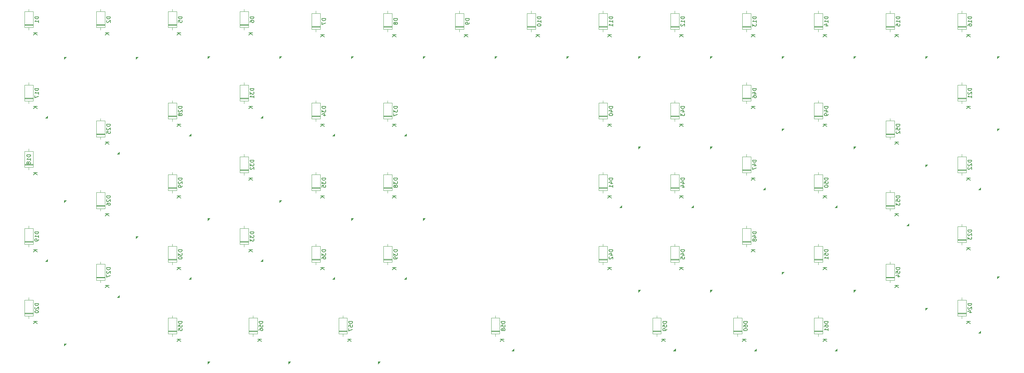
<source format=gbr>
%TF.GenerationSoftware,KiCad,Pcbnew,8.0.3*%
%TF.CreationDate,2024-11-08T10:21:23-08:00*%
%TF.ProjectId,return,72657475-726e-42e6-9b69-6361645f7063,rev?*%
%TF.SameCoordinates,Original*%
%TF.FileFunction,Legend,Bot*%
%TF.FilePolarity,Positive*%
%FSLAX46Y46*%
G04 Gerber Fmt 4.6, Leading zero omitted, Abs format (unit mm)*
G04 Created by KiCad (PCBNEW 8.0.3) date 2024-11-08 10:21:23*
%MOMM*%
%LPD*%
G01*
G04 APERTURE LIST*
%ADD10C,0.150000*%
%ADD11C,0.100000*%
%ADD12C,0.120000*%
G04 APERTURE END LIST*
D10*
X195456069Y-5573239D02*
X194456069Y-5573239D01*
X194456069Y-5573239D02*
X194456069Y-5811334D01*
X194456069Y-5811334D02*
X194503688Y-5954191D01*
X194503688Y-5954191D02*
X194598926Y-6049429D01*
X194598926Y-6049429D02*
X194694164Y-6097048D01*
X194694164Y-6097048D02*
X194884640Y-6144667D01*
X194884640Y-6144667D02*
X195027497Y-6144667D01*
X195027497Y-6144667D02*
X195217973Y-6097048D01*
X195217973Y-6097048D02*
X195313211Y-6049429D01*
X195313211Y-6049429D02*
X195408450Y-5954191D01*
X195408450Y-5954191D02*
X195456069Y-5811334D01*
X195456069Y-5811334D02*
X195456069Y-5573239D01*
X195456069Y-7097048D02*
X195456069Y-6525620D01*
X195456069Y-6811334D02*
X194456069Y-6811334D01*
X194456069Y-6811334D02*
X194598926Y-6716096D01*
X194598926Y-6716096D02*
X194694164Y-6620858D01*
X194694164Y-6620858D02*
X194741783Y-6525620D01*
X194456069Y-7430382D02*
X194456069Y-8049429D01*
X194456069Y-8049429D02*
X194837021Y-7716096D01*
X194837021Y-7716096D02*
X194837021Y-7858953D01*
X194837021Y-7858953D02*
X194884640Y-7954191D01*
X194884640Y-7954191D02*
X194932259Y-8001810D01*
X194932259Y-8001810D02*
X195027497Y-8049429D01*
X195027497Y-8049429D02*
X195265592Y-8049429D01*
X195265592Y-8049429D02*
X195360830Y-8001810D01*
X195360830Y-8001810D02*
X195408450Y-7954191D01*
X195408450Y-7954191D02*
X195456069Y-7858953D01*
X195456069Y-7858953D02*
X195456069Y-7573239D01*
X195456069Y-7573239D02*
X195408450Y-7478001D01*
X195408450Y-7478001D02*
X195360830Y-7430382D01*
X195136069Y-10335620D02*
X194136069Y-10335620D01*
X195136069Y-10907048D02*
X194564640Y-10478477D01*
X194136069Y-10907048D02*
X194707497Y-10335620D01*
X24006069Y-5573180D02*
X23006069Y-5573180D01*
X23006069Y-5573180D02*
X23006069Y-5811275D01*
X23006069Y-5811275D02*
X23053688Y-5954132D01*
X23053688Y-5954132D02*
X23148926Y-6049370D01*
X23148926Y-6049370D02*
X23244164Y-6096989D01*
X23244164Y-6096989D02*
X23434640Y-6144608D01*
X23434640Y-6144608D02*
X23577497Y-6144608D01*
X23577497Y-6144608D02*
X23767973Y-6096989D01*
X23767973Y-6096989D02*
X23863211Y-6049370D01*
X23863211Y-6049370D02*
X23958450Y-5954132D01*
X23958450Y-5954132D02*
X24006069Y-5811275D01*
X24006069Y-5811275D02*
X24006069Y-5573180D01*
X23101307Y-6525561D02*
X23053688Y-6573180D01*
X23053688Y-6573180D02*
X23006069Y-6668418D01*
X23006069Y-6668418D02*
X23006069Y-6906513D01*
X23006069Y-6906513D02*
X23053688Y-7001751D01*
X23053688Y-7001751D02*
X23101307Y-7049370D01*
X23101307Y-7049370D02*
X23196545Y-7096989D01*
X23196545Y-7096989D02*
X23291783Y-7096989D01*
X23291783Y-7096989D02*
X23434640Y-7049370D01*
X23434640Y-7049370D02*
X24006069Y-6477942D01*
X24006069Y-6477942D02*
X24006069Y-7096989D01*
X23686069Y-9859370D02*
X22686069Y-9859370D01*
X23686069Y-10430798D02*
X23114640Y-10002227D01*
X22686069Y-10430798D02*
X23257497Y-9859370D01*
X4956069Y-24623239D02*
X3956069Y-24623239D01*
X3956069Y-24623239D02*
X3956069Y-24861334D01*
X3956069Y-24861334D02*
X4003688Y-25004191D01*
X4003688Y-25004191D02*
X4098926Y-25099429D01*
X4098926Y-25099429D02*
X4194164Y-25147048D01*
X4194164Y-25147048D02*
X4384640Y-25194667D01*
X4384640Y-25194667D02*
X4527497Y-25194667D01*
X4527497Y-25194667D02*
X4717973Y-25147048D01*
X4717973Y-25147048D02*
X4813211Y-25099429D01*
X4813211Y-25099429D02*
X4908450Y-25004191D01*
X4908450Y-25004191D02*
X4956069Y-24861334D01*
X4956069Y-24861334D02*
X4956069Y-24623239D01*
X4956069Y-26147048D02*
X4956069Y-25575620D01*
X4956069Y-25861334D02*
X3956069Y-25861334D01*
X3956069Y-25861334D02*
X4098926Y-25766096D01*
X4098926Y-25766096D02*
X4194164Y-25670858D01*
X4194164Y-25670858D02*
X4241783Y-25575620D01*
X3956069Y-26480382D02*
X3956069Y-27147048D01*
X3956069Y-27147048D02*
X4956069Y-26718477D01*
X4636069Y-29385620D02*
X3636069Y-29385620D01*
X4636069Y-29957048D02*
X4064640Y-29528477D01*
X3636069Y-29957048D02*
X4207497Y-29385620D01*
X157356069Y-67485739D02*
X156356069Y-67485739D01*
X156356069Y-67485739D02*
X156356069Y-67723834D01*
X156356069Y-67723834D02*
X156403688Y-67866691D01*
X156403688Y-67866691D02*
X156498926Y-67961929D01*
X156498926Y-67961929D02*
X156594164Y-68009548D01*
X156594164Y-68009548D02*
X156784640Y-68057167D01*
X156784640Y-68057167D02*
X156927497Y-68057167D01*
X156927497Y-68057167D02*
X157117973Y-68009548D01*
X157117973Y-68009548D02*
X157213211Y-67961929D01*
X157213211Y-67961929D02*
X157308450Y-67866691D01*
X157308450Y-67866691D02*
X157356069Y-67723834D01*
X157356069Y-67723834D02*
X157356069Y-67485739D01*
X156689402Y-68914310D02*
X157356069Y-68914310D01*
X156308450Y-68676215D02*
X157022735Y-68438120D01*
X157022735Y-68438120D02*
X157022735Y-69057167D01*
X156451307Y-69390501D02*
X156403688Y-69438120D01*
X156403688Y-69438120D02*
X156356069Y-69533358D01*
X156356069Y-69533358D02*
X156356069Y-69771453D01*
X156356069Y-69771453D02*
X156403688Y-69866691D01*
X156403688Y-69866691D02*
X156451307Y-69914310D01*
X156451307Y-69914310D02*
X156546545Y-69961929D01*
X156546545Y-69961929D02*
X156641783Y-69961929D01*
X156641783Y-69961929D02*
X156784640Y-69914310D01*
X156784640Y-69914310D02*
X157356069Y-69342882D01*
X157356069Y-69342882D02*
X157356069Y-69961929D01*
X157036069Y-72248120D02*
X156036069Y-72248120D01*
X157036069Y-72819548D02*
X156464640Y-72390977D01*
X156036069Y-72819548D02*
X156607497Y-72248120D01*
X233556069Y-53198239D02*
X232556069Y-53198239D01*
X232556069Y-53198239D02*
X232556069Y-53436334D01*
X232556069Y-53436334D02*
X232603688Y-53579191D01*
X232603688Y-53579191D02*
X232698926Y-53674429D01*
X232698926Y-53674429D02*
X232794164Y-53722048D01*
X232794164Y-53722048D02*
X232984640Y-53769667D01*
X232984640Y-53769667D02*
X233127497Y-53769667D01*
X233127497Y-53769667D02*
X233317973Y-53722048D01*
X233317973Y-53722048D02*
X233413211Y-53674429D01*
X233413211Y-53674429D02*
X233508450Y-53579191D01*
X233508450Y-53579191D02*
X233556069Y-53436334D01*
X233556069Y-53436334D02*
X233556069Y-53198239D01*
X232556069Y-54674429D02*
X232556069Y-54198239D01*
X232556069Y-54198239D02*
X233032259Y-54150620D01*
X233032259Y-54150620D02*
X232984640Y-54198239D01*
X232984640Y-54198239D02*
X232937021Y-54293477D01*
X232937021Y-54293477D02*
X232937021Y-54531572D01*
X232937021Y-54531572D02*
X232984640Y-54626810D01*
X232984640Y-54626810D02*
X233032259Y-54674429D01*
X233032259Y-54674429D02*
X233127497Y-54722048D01*
X233127497Y-54722048D02*
X233365592Y-54722048D01*
X233365592Y-54722048D02*
X233460830Y-54674429D01*
X233460830Y-54674429D02*
X233508450Y-54626810D01*
X233508450Y-54626810D02*
X233556069Y-54531572D01*
X233556069Y-54531572D02*
X233556069Y-54293477D01*
X233556069Y-54293477D02*
X233508450Y-54198239D01*
X233508450Y-54198239D02*
X233460830Y-54150620D01*
X232556069Y-55055382D02*
X232556069Y-55674429D01*
X232556069Y-55674429D02*
X232937021Y-55341096D01*
X232937021Y-55341096D02*
X232937021Y-55483953D01*
X232937021Y-55483953D02*
X232984640Y-55579191D01*
X232984640Y-55579191D02*
X233032259Y-55626810D01*
X233032259Y-55626810D02*
X233127497Y-55674429D01*
X233127497Y-55674429D02*
X233365592Y-55674429D01*
X233365592Y-55674429D02*
X233460830Y-55626810D01*
X233460830Y-55626810D02*
X233508450Y-55579191D01*
X233508450Y-55579191D02*
X233556069Y-55483953D01*
X233556069Y-55483953D02*
X233556069Y-55198239D01*
X233556069Y-55198239D02*
X233508450Y-55103001D01*
X233508450Y-55103001D02*
X233460830Y-55055382D01*
X233236069Y-57960620D02*
X232236069Y-57960620D01*
X233236069Y-58532048D02*
X232664640Y-58103477D01*
X232236069Y-58532048D02*
X232807497Y-57960620D01*
X252606069Y-62246989D02*
X251606069Y-62246989D01*
X251606069Y-62246989D02*
X251606069Y-62485084D01*
X251606069Y-62485084D02*
X251653688Y-62627941D01*
X251653688Y-62627941D02*
X251748926Y-62723179D01*
X251748926Y-62723179D02*
X251844164Y-62770798D01*
X251844164Y-62770798D02*
X252034640Y-62818417D01*
X252034640Y-62818417D02*
X252177497Y-62818417D01*
X252177497Y-62818417D02*
X252367973Y-62770798D01*
X252367973Y-62770798D02*
X252463211Y-62723179D01*
X252463211Y-62723179D02*
X252558450Y-62627941D01*
X252558450Y-62627941D02*
X252606069Y-62485084D01*
X252606069Y-62485084D02*
X252606069Y-62246989D01*
X251701307Y-63199370D02*
X251653688Y-63246989D01*
X251653688Y-63246989D02*
X251606069Y-63342227D01*
X251606069Y-63342227D02*
X251606069Y-63580322D01*
X251606069Y-63580322D02*
X251653688Y-63675560D01*
X251653688Y-63675560D02*
X251701307Y-63723179D01*
X251701307Y-63723179D02*
X251796545Y-63770798D01*
X251796545Y-63770798D02*
X251891783Y-63770798D01*
X251891783Y-63770798D02*
X252034640Y-63723179D01*
X252034640Y-63723179D02*
X252606069Y-63151751D01*
X252606069Y-63151751D02*
X252606069Y-63770798D01*
X251606069Y-64104132D02*
X251606069Y-64723179D01*
X251606069Y-64723179D02*
X251987021Y-64389846D01*
X251987021Y-64389846D02*
X251987021Y-64532703D01*
X251987021Y-64532703D02*
X252034640Y-64627941D01*
X252034640Y-64627941D02*
X252082259Y-64675560D01*
X252082259Y-64675560D02*
X252177497Y-64723179D01*
X252177497Y-64723179D02*
X252415592Y-64723179D01*
X252415592Y-64723179D02*
X252510830Y-64675560D01*
X252510830Y-64675560D02*
X252558450Y-64627941D01*
X252558450Y-64627941D02*
X252606069Y-64532703D01*
X252606069Y-64532703D02*
X252606069Y-64246989D01*
X252606069Y-64246989D02*
X252558450Y-64151751D01*
X252558450Y-64151751D02*
X252510830Y-64104132D01*
X252286069Y-67009370D02*
X251286069Y-67009370D01*
X252286069Y-67580798D02*
X251714640Y-67152227D01*
X251286069Y-67580798D02*
X251857497Y-67009370D01*
X176406069Y-48435739D02*
X175406069Y-48435739D01*
X175406069Y-48435739D02*
X175406069Y-48673834D01*
X175406069Y-48673834D02*
X175453688Y-48816691D01*
X175453688Y-48816691D02*
X175548926Y-48911929D01*
X175548926Y-48911929D02*
X175644164Y-48959548D01*
X175644164Y-48959548D02*
X175834640Y-49007167D01*
X175834640Y-49007167D02*
X175977497Y-49007167D01*
X175977497Y-49007167D02*
X176167973Y-48959548D01*
X176167973Y-48959548D02*
X176263211Y-48911929D01*
X176263211Y-48911929D02*
X176358450Y-48816691D01*
X176358450Y-48816691D02*
X176406069Y-48673834D01*
X176406069Y-48673834D02*
X176406069Y-48435739D01*
X175739402Y-49864310D02*
X176406069Y-49864310D01*
X175358450Y-49626215D02*
X176072735Y-49388120D01*
X176072735Y-49388120D02*
X176072735Y-50007167D01*
X175739402Y-50816691D02*
X176406069Y-50816691D01*
X175358450Y-50578596D02*
X176072735Y-50340501D01*
X176072735Y-50340501D02*
X176072735Y-50959548D01*
X176086069Y-53198120D02*
X175086069Y-53198120D01*
X176086069Y-53769548D02*
X175514640Y-53340977D01*
X175086069Y-53769548D02*
X175657497Y-53198120D01*
X24006069Y-53198239D02*
X23006069Y-53198239D01*
X23006069Y-53198239D02*
X23006069Y-53436334D01*
X23006069Y-53436334D02*
X23053688Y-53579191D01*
X23053688Y-53579191D02*
X23148926Y-53674429D01*
X23148926Y-53674429D02*
X23244164Y-53722048D01*
X23244164Y-53722048D02*
X23434640Y-53769667D01*
X23434640Y-53769667D02*
X23577497Y-53769667D01*
X23577497Y-53769667D02*
X23767973Y-53722048D01*
X23767973Y-53722048D02*
X23863211Y-53674429D01*
X23863211Y-53674429D02*
X23958450Y-53579191D01*
X23958450Y-53579191D02*
X24006069Y-53436334D01*
X24006069Y-53436334D02*
X24006069Y-53198239D01*
X23101307Y-54150620D02*
X23053688Y-54198239D01*
X23053688Y-54198239D02*
X23006069Y-54293477D01*
X23006069Y-54293477D02*
X23006069Y-54531572D01*
X23006069Y-54531572D02*
X23053688Y-54626810D01*
X23053688Y-54626810D02*
X23101307Y-54674429D01*
X23101307Y-54674429D02*
X23196545Y-54722048D01*
X23196545Y-54722048D02*
X23291783Y-54722048D01*
X23291783Y-54722048D02*
X23434640Y-54674429D01*
X23434640Y-54674429D02*
X24006069Y-54103001D01*
X24006069Y-54103001D02*
X24006069Y-54722048D01*
X23006069Y-55579191D02*
X23006069Y-55388715D01*
X23006069Y-55388715D02*
X23053688Y-55293477D01*
X23053688Y-55293477D02*
X23101307Y-55245858D01*
X23101307Y-55245858D02*
X23244164Y-55150620D01*
X23244164Y-55150620D02*
X23434640Y-55103001D01*
X23434640Y-55103001D02*
X23815592Y-55103001D01*
X23815592Y-55103001D02*
X23910830Y-55150620D01*
X23910830Y-55150620D02*
X23958450Y-55198239D01*
X23958450Y-55198239D02*
X24006069Y-55293477D01*
X24006069Y-55293477D02*
X24006069Y-55483953D01*
X24006069Y-55483953D02*
X23958450Y-55579191D01*
X23958450Y-55579191D02*
X23910830Y-55626810D01*
X23910830Y-55626810D02*
X23815592Y-55674429D01*
X23815592Y-55674429D02*
X23577497Y-55674429D01*
X23577497Y-55674429D02*
X23482259Y-55626810D01*
X23482259Y-55626810D02*
X23434640Y-55579191D01*
X23434640Y-55579191D02*
X23387021Y-55483953D01*
X23387021Y-55483953D02*
X23387021Y-55293477D01*
X23387021Y-55293477D02*
X23434640Y-55198239D01*
X23434640Y-55198239D02*
X23482259Y-55150620D01*
X23482259Y-55150620D02*
X23577497Y-55103001D01*
X23686069Y-57960620D02*
X22686069Y-57960620D01*
X23686069Y-58532048D02*
X23114640Y-58103477D01*
X22686069Y-58532048D02*
X23257497Y-57960620D01*
X176406069Y-67485739D02*
X175406069Y-67485739D01*
X175406069Y-67485739D02*
X175406069Y-67723834D01*
X175406069Y-67723834D02*
X175453688Y-67866691D01*
X175453688Y-67866691D02*
X175548926Y-67961929D01*
X175548926Y-67961929D02*
X175644164Y-68009548D01*
X175644164Y-68009548D02*
X175834640Y-68057167D01*
X175834640Y-68057167D02*
X175977497Y-68057167D01*
X175977497Y-68057167D02*
X176167973Y-68009548D01*
X176167973Y-68009548D02*
X176263211Y-67961929D01*
X176263211Y-67961929D02*
X176358450Y-67866691D01*
X176358450Y-67866691D02*
X176406069Y-67723834D01*
X176406069Y-67723834D02*
X176406069Y-67485739D01*
X175739402Y-68914310D02*
X176406069Y-68914310D01*
X175358450Y-68676215D02*
X176072735Y-68438120D01*
X176072735Y-68438120D02*
X176072735Y-69057167D01*
X175406069Y-69914310D02*
X175406069Y-69438120D01*
X175406069Y-69438120D02*
X175882259Y-69390501D01*
X175882259Y-69390501D02*
X175834640Y-69438120D01*
X175834640Y-69438120D02*
X175787021Y-69533358D01*
X175787021Y-69533358D02*
X175787021Y-69771453D01*
X175787021Y-69771453D02*
X175834640Y-69866691D01*
X175834640Y-69866691D02*
X175882259Y-69914310D01*
X175882259Y-69914310D02*
X175977497Y-69961929D01*
X175977497Y-69961929D02*
X176215592Y-69961929D01*
X176215592Y-69961929D02*
X176310830Y-69914310D01*
X176310830Y-69914310D02*
X176358450Y-69866691D01*
X176358450Y-69866691D02*
X176406069Y-69771453D01*
X176406069Y-69771453D02*
X176406069Y-69533358D01*
X176406069Y-69533358D02*
X176358450Y-69438120D01*
X176358450Y-69438120D02*
X176310830Y-69390501D01*
X176086069Y-72248120D02*
X175086069Y-72248120D01*
X176086069Y-72819548D02*
X175514640Y-72390977D01*
X175086069Y-72819548D02*
X175657497Y-72248120D01*
X81156069Y-29385739D02*
X80156069Y-29385739D01*
X80156069Y-29385739D02*
X80156069Y-29623834D01*
X80156069Y-29623834D02*
X80203688Y-29766691D01*
X80203688Y-29766691D02*
X80298926Y-29861929D01*
X80298926Y-29861929D02*
X80394164Y-29909548D01*
X80394164Y-29909548D02*
X80584640Y-29957167D01*
X80584640Y-29957167D02*
X80727497Y-29957167D01*
X80727497Y-29957167D02*
X80917973Y-29909548D01*
X80917973Y-29909548D02*
X81013211Y-29861929D01*
X81013211Y-29861929D02*
X81108450Y-29766691D01*
X81108450Y-29766691D02*
X81156069Y-29623834D01*
X81156069Y-29623834D02*
X81156069Y-29385739D01*
X80156069Y-30290501D02*
X80156069Y-30909548D01*
X80156069Y-30909548D02*
X80537021Y-30576215D01*
X80537021Y-30576215D02*
X80537021Y-30719072D01*
X80537021Y-30719072D02*
X80584640Y-30814310D01*
X80584640Y-30814310D02*
X80632259Y-30861929D01*
X80632259Y-30861929D02*
X80727497Y-30909548D01*
X80727497Y-30909548D02*
X80965592Y-30909548D01*
X80965592Y-30909548D02*
X81060830Y-30861929D01*
X81060830Y-30861929D02*
X81108450Y-30814310D01*
X81108450Y-30814310D02*
X81156069Y-30719072D01*
X81156069Y-30719072D02*
X81156069Y-30433358D01*
X81156069Y-30433358D02*
X81108450Y-30338120D01*
X81108450Y-30338120D02*
X81060830Y-30290501D01*
X80489402Y-31766691D02*
X81156069Y-31766691D01*
X80108450Y-31528596D02*
X80822735Y-31290501D01*
X80822735Y-31290501D02*
X80822735Y-31909548D01*
X80836069Y-34148120D02*
X79836069Y-34148120D01*
X80836069Y-34719548D02*
X80264640Y-34290977D01*
X79836069Y-34719548D02*
X80407497Y-34148120D01*
X252606069Y-81773239D02*
X251606069Y-81773239D01*
X251606069Y-81773239D02*
X251606069Y-82011334D01*
X251606069Y-82011334D02*
X251653688Y-82154191D01*
X251653688Y-82154191D02*
X251748926Y-82249429D01*
X251748926Y-82249429D02*
X251844164Y-82297048D01*
X251844164Y-82297048D02*
X252034640Y-82344667D01*
X252034640Y-82344667D02*
X252177497Y-82344667D01*
X252177497Y-82344667D02*
X252367973Y-82297048D01*
X252367973Y-82297048D02*
X252463211Y-82249429D01*
X252463211Y-82249429D02*
X252558450Y-82154191D01*
X252558450Y-82154191D02*
X252606069Y-82011334D01*
X252606069Y-82011334D02*
X252606069Y-81773239D01*
X251701307Y-82725620D02*
X251653688Y-82773239D01*
X251653688Y-82773239D02*
X251606069Y-82868477D01*
X251606069Y-82868477D02*
X251606069Y-83106572D01*
X251606069Y-83106572D02*
X251653688Y-83201810D01*
X251653688Y-83201810D02*
X251701307Y-83249429D01*
X251701307Y-83249429D02*
X251796545Y-83297048D01*
X251796545Y-83297048D02*
X251891783Y-83297048D01*
X251891783Y-83297048D02*
X252034640Y-83249429D01*
X252034640Y-83249429D02*
X252606069Y-82678001D01*
X252606069Y-82678001D02*
X252606069Y-83297048D01*
X251939402Y-84154191D02*
X252606069Y-84154191D01*
X251558450Y-83916096D02*
X252272735Y-83678001D01*
X252272735Y-83678001D02*
X252272735Y-84297048D01*
X252286069Y-86535620D02*
X251286069Y-86535620D01*
X252286069Y-87107048D02*
X251714640Y-86678477D01*
X251286069Y-87107048D02*
X251857497Y-86535620D01*
X43056069Y-29385739D02*
X42056069Y-29385739D01*
X42056069Y-29385739D02*
X42056069Y-29623834D01*
X42056069Y-29623834D02*
X42103688Y-29766691D01*
X42103688Y-29766691D02*
X42198926Y-29861929D01*
X42198926Y-29861929D02*
X42294164Y-29909548D01*
X42294164Y-29909548D02*
X42484640Y-29957167D01*
X42484640Y-29957167D02*
X42627497Y-29957167D01*
X42627497Y-29957167D02*
X42817973Y-29909548D01*
X42817973Y-29909548D02*
X42913211Y-29861929D01*
X42913211Y-29861929D02*
X43008450Y-29766691D01*
X43008450Y-29766691D02*
X43056069Y-29623834D01*
X43056069Y-29623834D02*
X43056069Y-29385739D01*
X42151307Y-30338120D02*
X42103688Y-30385739D01*
X42103688Y-30385739D02*
X42056069Y-30480977D01*
X42056069Y-30480977D02*
X42056069Y-30719072D01*
X42056069Y-30719072D02*
X42103688Y-30814310D01*
X42103688Y-30814310D02*
X42151307Y-30861929D01*
X42151307Y-30861929D02*
X42246545Y-30909548D01*
X42246545Y-30909548D02*
X42341783Y-30909548D01*
X42341783Y-30909548D02*
X42484640Y-30861929D01*
X42484640Y-30861929D02*
X43056069Y-30290501D01*
X43056069Y-30290501D02*
X43056069Y-30909548D01*
X42484640Y-31480977D02*
X42437021Y-31385739D01*
X42437021Y-31385739D02*
X42389402Y-31338120D01*
X42389402Y-31338120D02*
X42294164Y-31290501D01*
X42294164Y-31290501D02*
X42246545Y-31290501D01*
X42246545Y-31290501D02*
X42151307Y-31338120D01*
X42151307Y-31338120D02*
X42103688Y-31385739D01*
X42103688Y-31385739D02*
X42056069Y-31480977D01*
X42056069Y-31480977D02*
X42056069Y-31671453D01*
X42056069Y-31671453D02*
X42103688Y-31766691D01*
X42103688Y-31766691D02*
X42151307Y-31814310D01*
X42151307Y-31814310D02*
X42246545Y-31861929D01*
X42246545Y-31861929D02*
X42294164Y-31861929D01*
X42294164Y-31861929D02*
X42389402Y-31814310D01*
X42389402Y-31814310D02*
X42437021Y-31766691D01*
X42437021Y-31766691D02*
X42484640Y-31671453D01*
X42484640Y-31671453D02*
X42484640Y-31480977D01*
X42484640Y-31480977D02*
X42532259Y-31385739D01*
X42532259Y-31385739D02*
X42579878Y-31338120D01*
X42579878Y-31338120D02*
X42675116Y-31290501D01*
X42675116Y-31290501D02*
X42865592Y-31290501D01*
X42865592Y-31290501D02*
X42960830Y-31338120D01*
X42960830Y-31338120D02*
X43008450Y-31385739D01*
X43008450Y-31385739D02*
X43056069Y-31480977D01*
X43056069Y-31480977D02*
X43056069Y-31671453D01*
X43056069Y-31671453D02*
X43008450Y-31766691D01*
X43008450Y-31766691D02*
X42960830Y-31814310D01*
X42960830Y-31814310D02*
X42865592Y-31861929D01*
X42865592Y-31861929D02*
X42675116Y-31861929D01*
X42675116Y-31861929D02*
X42579878Y-31814310D01*
X42579878Y-31814310D02*
X42532259Y-31766691D01*
X42532259Y-31766691D02*
X42484640Y-31671453D01*
X42736069Y-34148120D02*
X41736069Y-34148120D01*
X42736069Y-34719548D02*
X42164640Y-34290977D01*
X41736069Y-34719548D02*
X42307497Y-34148120D01*
X100206069Y-67485739D02*
X99206069Y-67485739D01*
X99206069Y-67485739D02*
X99206069Y-67723834D01*
X99206069Y-67723834D02*
X99253688Y-67866691D01*
X99253688Y-67866691D02*
X99348926Y-67961929D01*
X99348926Y-67961929D02*
X99444164Y-68009548D01*
X99444164Y-68009548D02*
X99634640Y-68057167D01*
X99634640Y-68057167D02*
X99777497Y-68057167D01*
X99777497Y-68057167D02*
X99967973Y-68009548D01*
X99967973Y-68009548D02*
X100063211Y-67961929D01*
X100063211Y-67961929D02*
X100158450Y-67866691D01*
X100158450Y-67866691D02*
X100206069Y-67723834D01*
X100206069Y-67723834D02*
X100206069Y-67485739D01*
X99206069Y-68390501D02*
X99206069Y-69009548D01*
X99206069Y-69009548D02*
X99587021Y-68676215D01*
X99587021Y-68676215D02*
X99587021Y-68819072D01*
X99587021Y-68819072D02*
X99634640Y-68914310D01*
X99634640Y-68914310D02*
X99682259Y-68961929D01*
X99682259Y-68961929D02*
X99777497Y-69009548D01*
X99777497Y-69009548D02*
X100015592Y-69009548D01*
X100015592Y-69009548D02*
X100110830Y-68961929D01*
X100110830Y-68961929D02*
X100158450Y-68914310D01*
X100158450Y-68914310D02*
X100206069Y-68819072D01*
X100206069Y-68819072D02*
X100206069Y-68533358D01*
X100206069Y-68533358D02*
X100158450Y-68438120D01*
X100158450Y-68438120D02*
X100110830Y-68390501D01*
X100206069Y-69485739D02*
X100206069Y-69676215D01*
X100206069Y-69676215D02*
X100158450Y-69771453D01*
X100158450Y-69771453D02*
X100110830Y-69819072D01*
X100110830Y-69819072D02*
X99967973Y-69914310D01*
X99967973Y-69914310D02*
X99777497Y-69961929D01*
X99777497Y-69961929D02*
X99396545Y-69961929D01*
X99396545Y-69961929D02*
X99301307Y-69914310D01*
X99301307Y-69914310D02*
X99253688Y-69866691D01*
X99253688Y-69866691D02*
X99206069Y-69771453D01*
X99206069Y-69771453D02*
X99206069Y-69580977D01*
X99206069Y-69580977D02*
X99253688Y-69485739D01*
X99253688Y-69485739D02*
X99301307Y-69438120D01*
X99301307Y-69438120D02*
X99396545Y-69390501D01*
X99396545Y-69390501D02*
X99634640Y-69390501D01*
X99634640Y-69390501D02*
X99729878Y-69438120D01*
X99729878Y-69438120D02*
X99777497Y-69485739D01*
X99777497Y-69485739D02*
X99825116Y-69580977D01*
X99825116Y-69580977D02*
X99825116Y-69771453D01*
X99825116Y-69771453D02*
X99777497Y-69866691D01*
X99777497Y-69866691D02*
X99729878Y-69914310D01*
X99729878Y-69914310D02*
X99634640Y-69961929D01*
X99886069Y-72248120D02*
X98886069Y-72248120D01*
X99886069Y-72819548D02*
X99314640Y-72390977D01*
X98886069Y-72819548D02*
X99457497Y-72248120D01*
X157356069Y-48435739D02*
X156356069Y-48435739D01*
X156356069Y-48435739D02*
X156356069Y-48673834D01*
X156356069Y-48673834D02*
X156403688Y-48816691D01*
X156403688Y-48816691D02*
X156498926Y-48911929D01*
X156498926Y-48911929D02*
X156594164Y-48959548D01*
X156594164Y-48959548D02*
X156784640Y-49007167D01*
X156784640Y-49007167D02*
X156927497Y-49007167D01*
X156927497Y-49007167D02*
X157117973Y-48959548D01*
X157117973Y-48959548D02*
X157213211Y-48911929D01*
X157213211Y-48911929D02*
X157308450Y-48816691D01*
X157308450Y-48816691D02*
X157356069Y-48673834D01*
X157356069Y-48673834D02*
X157356069Y-48435739D01*
X156689402Y-49864310D02*
X157356069Y-49864310D01*
X156308450Y-49626215D02*
X157022735Y-49388120D01*
X157022735Y-49388120D02*
X157022735Y-50007167D01*
X157356069Y-50911929D02*
X157356069Y-50340501D01*
X157356069Y-50626215D02*
X156356069Y-50626215D01*
X156356069Y-50626215D02*
X156498926Y-50530977D01*
X156498926Y-50530977D02*
X156594164Y-50435739D01*
X156594164Y-50435739D02*
X156641783Y-50340501D01*
X157036069Y-53198120D02*
X156036069Y-53198120D01*
X157036069Y-53769548D02*
X156464640Y-53340977D01*
X156036069Y-53769548D02*
X156607497Y-53198120D01*
X64487319Y-86535739D02*
X63487319Y-86535739D01*
X63487319Y-86535739D02*
X63487319Y-86773834D01*
X63487319Y-86773834D02*
X63534938Y-86916691D01*
X63534938Y-86916691D02*
X63630176Y-87011929D01*
X63630176Y-87011929D02*
X63725414Y-87059548D01*
X63725414Y-87059548D02*
X63915890Y-87107167D01*
X63915890Y-87107167D02*
X64058747Y-87107167D01*
X64058747Y-87107167D02*
X64249223Y-87059548D01*
X64249223Y-87059548D02*
X64344461Y-87011929D01*
X64344461Y-87011929D02*
X64439700Y-86916691D01*
X64439700Y-86916691D02*
X64487319Y-86773834D01*
X64487319Y-86773834D02*
X64487319Y-86535739D01*
X63487319Y-88011929D02*
X63487319Y-87535739D01*
X63487319Y-87535739D02*
X63963509Y-87488120D01*
X63963509Y-87488120D02*
X63915890Y-87535739D01*
X63915890Y-87535739D02*
X63868271Y-87630977D01*
X63868271Y-87630977D02*
X63868271Y-87869072D01*
X63868271Y-87869072D02*
X63915890Y-87964310D01*
X63915890Y-87964310D02*
X63963509Y-88011929D01*
X63963509Y-88011929D02*
X64058747Y-88059548D01*
X64058747Y-88059548D02*
X64296842Y-88059548D01*
X64296842Y-88059548D02*
X64392080Y-88011929D01*
X64392080Y-88011929D02*
X64439700Y-87964310D01*
X64439700Y-87964310D02*
X64487319Y-87869072D01*
X64487319Y-87869072D02*
X64487319Y-87630977D01*
X64487319Y-87630977D02*
X64439700Y-87535739D01*
X64439700Y-87535739D02*
X64392080Y-87488120D01*
X63487319Y-88916691D02*
X63487319Y-88726215D01*
X63487319Y-88726215D02*
X63534938Y-88630977D01*
X63534938Y-88630977D02*
X63582557Y-88583358D01*
X63582557Y-88583358D02*
X63725414Y-88488120D01*
X63725414Y-88488120D02*
X63915890Y-88440501D01*
X63915890Y-88440501D02*
X64296842Y-88440501D01*
X64296842Y-88440501D02*
X64392080Y-88488120D01*
X64392080Y-88488120D02*
X64439700Y-88535739D01*
X64439700Y-88535739D02*
X64487319Y-88630977D01*
X64487319Y-88630977D02*
X64487319Y-88821453D01*
X64487319Y-88821453D02*
X64439700Y-88916691D01*
X64439700Y-88916691D02*
X64392080Y-88964310D01*
X64392080Y-88964310D02*
X64296842Y-89011929D01*
X64296842Y-89011929D02*
X64058747Y-89011929D01*
X64058747Y-89011929D02*
X63963509Y-88964310D01*
X63963509Y-88964310D02*
X63915890Y-88916691D01*
X63915890Y-88916691D02*
X63868271Y-88821453D01*
X63868271Y-88821453D02*
X63868271Y-88630977D01*
X63868271Y-88630977D02*
X63915890Y-88535739D01*
X63915890Y-88535739D02*
X63963509Y-88488120D01*
X63963509Y-88488120D02*
X64058747Y-88440501D01*
X64167319Y-91298120D02*
X63167319Y-91298120D01*
X64167319Y-91869548D02*
X63595890Y-91440977D01*
X63167319Y-91869548D02*
X63738747Y-91298120D01*
X81156069Y-6049430D02*
X80156069Y-6049430D01*
X80156069Y-6049430D02*
X80156069Y-6287525D01*
X80156069Y-6287525D02*
X80203688Y-6430382D01*
X80203688Y-6430382D02*
X80298926Y-6525620D01*
X80298926Y-6525620D02*
X80394164Y-6573239D01*
X80394164Y-6573239D02*
X80584640Y-6620858D01*
X80584640Y-6620858D02*
X80727497Y-6620858D01*
X80727497Y-6620858D02*
X80917973Y-6573239D01*
X80917973Y-6573239D02*
X81013211Y-6525620D01*
X81013211Y-6525620D02*
X81108450Y-6430382D01*
X81108450Y-6430382D02*
X81156069Y-6287525D01*
X81156069Y-6287525D02*
X81156069Y-6049430D01*
X80156069Y-6954192D02*
X80156069Y-7620858D01*
X80156069Y-7620858D02*
X81156069Y-7192287D01*
X80836069Y-10335620D02*
X79836069Y-10335620D01*
X80836069Y-10907048D02*
X80264640Y-10478477D01*
X79836069Y-10907048D02*
X80407497Y-10335620D01*
X62106069Y-5573180D02*
X61106069Y-5573180D01*
X61106069Y-5573180D02*
X61106069Y-5811275D01*
X61106069Y-5811275D02*
X61153688Y-5954132D01*
X61153688Y-5954132D02*
X61248926Y-6049370D01*
X61248926Y-6049370D02*
X61344164Y-6096989D01*
X61344164Y-6096989D02*
X61534640Y-6144608D01*
X61534640Y-6144608D02*
X61677497Y-6144608D01*
X61677497Y-6144608D02*
X61867973Y-6096989D01*
X61867973Y-6096989D02*
X61963211Y-6049370D01*
X61963211Y-6049370D02*
X62058450Y-5954132D01*
X62058450Y-5954132D02*
X62106069Y-5811275D01*
X62106069Y-5811275D02*
X62106069Y-5573180D01*
X61106069Y-7001751D02*
X61106069Y-6811275D01*
X61106069Y-6811275D02*
X61153688Y-6716037D01*
X61153688Y-6716037D02*
X61201307Y-6668418D01*
X61201307Y-6668418D02*
X61344164Y-6573180D01*
X61344164Y-6573180D02*
X61534640Y-6525561D01*
X61534640Y-6525561D02*
X61915592Y-6525561D01*
X61915592Y-6525561D02*
X62010830Y-6573180D01*
X62010830Y-6573180D02*
X62058450Y-6620799D01*
X62058450Y-6620799D02*
X62106069Y-6716037D01*
X62106069Y-6716037D02*
X62106069Y-6906513D01*
X62106069Y-6906513D02*
X62058450Y-7001751D01*
X62058450Y-7001751D02*
X62010830Y-7049370D01*
X62010830Y-7049370D02*
X61915592Y-7096989D01*
X61915592Y-7096989D02*
X61677497Y-7096989D01*
X61677497Y-7096989D02*
X61582259Y-7049370D01*
X61582259Y-7049370D02*
X61534640Y-7001751D01*
X61534640Y-7001751D02*
X61487021Y-6906513D01*
X61487021Y-6906513D02*
X61487021Y-6716037D01*
X61487021Y-6716037D02*
X61534640Y-6620799D01*
X61534640Y-6620799D02*
X61582259Y-6573180D01*
X61582259Y-6573180D02*
X61677497Y-6525561D01*
X61786069Y-9859370D02*
X60786069Y-9859370D01*
X61786069Y-10430798D02*
X61214640Y-10002227D01*
X60786069Y-10430798D02*
X61357497Y-9859370D01*
X100206069Y-29385739D02*
X99206069Y-29385739D01*
X99206069Y-29385739D02*
X99206069Y-29623834D01*
X99206069Y-29623834D02*
X99253688Y-29766691D01*
X99253688Y-29766691D02*
X99348926Y-29861929D01*
X99348926Y-29861929D02*
X99444164Y-29909548D01*
X99444164Y-29909548D02*
X99634640Y-29957167D01*
X99634640Y-29957167D02*
X99777497Y-29957167D01*
X99777497Y-29957167D02*
X99967973Y-29909548D01*
X99967973Y-29909548D02*
X100063211Y-29861929D01*
X100063211Y-29861929D02*
X100158450Y-29766691D01*
X100158450Y-29766691D02*
X100206069Y-29623834D01*
X100206069Y-29623834D02*
X100206069Y-29385739D01*
X99206069Y-30290501D02*
X99206069Y-30909548D01*
X99206069Y-30909548D02*
X99587021Y-30576215D01*
X99587021Y-30576215D02*
X99587021Y-30719072D01*
X99587021Y-30719072D02*
X99634640Y-30814310D01*
X99634640Y-30814310D02*
X99682259Y-30861929D01*
X99682259Y-30861929D02*
X99777497Y-30909548D01*
X99777497Y-30909548D02*
X100015592Y-30909548D01*
X100015592Y-30909548D02*
X100110830Y-30861929D01*
X100110830Y-30861929D02*
X100158450Y-30814310D01*
X100158450Y-30814310D02*
X100206069Y-30719072D01*
X100206069Y-30719072D02*
X100206069Y-30433358D01*
X100206069Y-30433358D02*
X100158450Y-30338120D01*
X100158450Y-30338120D02*
X100110830Y-30290501D01*
X99206069Y-31242882D02*
X99206069Y-31909548D01*
X99206069Y-31909548D02*
X100206069Y-31480977D01*
X99886069Y-34148120D02*
X98886069Y-34148120D01*
X99886069Y-34719548D02*
X99314640Y-34290977D01*
X98886069Y-34719548D02*
X99457497Y-34148120D01*
X214506069Y-5573239D02*
X213506069Y-5573239D01*
X213506069Y-5573239D02*
X213506069Y-5811334D01*
X213506069Y-5811334D02*
X213553688Y-5954191D01*
X213553688Y-5954191D02*
X213648926Y-6049429D01*
X213648926Y-6049429D02*
X213744164Y-6097048D01*
X213744164Y-6097048D02*
X213934640Y-6144667D01*
X213934640Y-6144667D02*
X214077497Y-6144667D01*
X214077497Y-6144667D02*
X214267973Y-6097048D01*
X214267973Y-6097048D02*
X214363211Y-6049429D01*
X214363211Y-6049429D02*
X214458450Y-5954191D01*
X214458450Y-5954191D02*
X214506069Y-5811334D01*
X214506069Y-5811334D02*
X214506069Y-5573239D01*
X214506069Y-7097048D02*
X214506069Y-6525620D01*
X214506069Y-6811334D02*
X213506069Y-6811334D01*
X213506069Y-6811334D02*
X213648926Y-6716096D01*
X213648926Y-6716096D02*
X213744164Y-6620858D01*
X213744164Y-6620858D02*
X213791783Y-6525620D01*
X213839402Y-7954191D02*
X214506069Y-7954191D01*
X213458450Y-7716096D02*
X214172735Y-7478001D01*
X214172735Y-7478001D02*
X214172735Y-8097048D01*
X214186069Y-10335620D02*
X213186069Y-10335620D01*
X214186069Y-10907048D02*
X213614640Y-10478477D01*
X213186069Y-10907048D02*
X213757497Y-10335620D01*
X100206069Y-48435739D02*
X99206069Y-48435739D01*
X99206069Y-48435739D02*
X99206069Y-48673834D01*
X99206069Y-48673834D02*
X99253688Y-48816691D01*
X99253688Y-48816691D02*
X99348926Y-48911929D01*
X99348926Y-48911929D02*
X99444164Y-48959548D01*
X99444164Y-48959548D02*
X99634640Y-49007167D01*
X99634640Y-49007167D02*
X99777497Y-49007167D01*
X99777497Y-49007167D02*
X99967973Y-48959548D01*
X99967973Y-48959548D02*
X100063211Y-48911929D01*
X100063211Y-48911929D02*
X100158450Y-48816691D01*
X100158450Y-48816691D02*
X100206069Y-48673834D01*
X100206069Y-48673834D02*
X100206069Y-48435739D01*
X99206069Y-49340501D02*
X99206069Y-49959548D01*
X99206069Y-49959548D02*
X99587021Y-49626215D01*
X99587021Y-49626215D02*
X99587021Y-49769072D01*
X99587021Y-49769072D02*
X99634640Y-49864310D01*
X99634640Y-49864310D02*
X99682259Y-49911929D01*
X99682259Y-49911929D02*
X99777497Y-49959548D01*
X99777497Y-49959548D02*
X100015592Y-49959548D01*
X100015592Y-49959548D02*
X100110830Y-49911929D01*
X100110830Y-49911929D02*
X100158450Y-49864310D01*
X100158450Y-49864310D02*
X100206069Y-49769072D01*
X100206069Y-49769072D02*
X100206069Y-49483358D01*
X100206069Y-49483358D02*
X100158450Y-49388120D01*
X100158450Y-49388120D02*
X100110830Y-49340501D01*
X99634640Y-50530977D02*
X99587021Y-50435739D01*
X99587021Y-50435739D02*
X99539402Y-50388120D01*
X99539402Y-50388120D02*
X99444164Y-50340501D01*
X99444164Y-50340501D02*
X99396545Y-50340501D01*
X99396545Y-50340501D02*
X99301307Y-50388120D01*
X99301307Y-50388120D02*
X99253688Y-50435739D01*
X99253688Y-50435739D02*
X99206069Y-50530977D01*
X99206069Y-50530977D02*
X99206069Y-50721453D01*
X99206069Y-50721453D02*
X99253688Y-50816691D01*
X99253688Y-50816691D02*
X99301307Y-50864310D01*
X99301307Y-50864310D02*
X99396545Y-50911929D01*
X99396545Y-50911929D02*
X99444164Y-50911929D01*
X99444164Y-50911929D02*
X99539402Y-50864310D01*
X99539402Y-50864310D02*
X99587021Y-50816691D01*
X99587021Y-50816691D02*
X99634640Y-50721453D01*
X99634640Y-50721453D02*
X99634640Y-50530977D01*
X99634640Y-50530977D02*
X99682259Y-50435739D01*
X99682259Y-50435739D02*
X99729878Y-50388120D01*
X99729878Y-50388120D02*
X99825116Y-50340501D01*
X99825116Y-50340501D02*
X100015592Y-50340501D01*
X100015592Y-50340501D02*
X100110830Y-50388120D01*
X100110830Y-50388120D02*
X100158450Y-50435739D01*
X100158450Y-50435739D02*
X100206069Y-50530977D01*
X100206069Y-50530977D02*
X100206069Y-50721453D01*
X100206069Y-50721453D02*
X100158450Y-50816691D01*
X100158450Y-50816691D02*
X100110830Y-50864310D01*
X100110830Y-50864310D02*
X100015592Y-50911929D01*
X100015592Y-50911929D02*
X99825116Y-50911929D01*
X99825116Y-50911929D02*
X99729878Y-50864310D01*
X99729878Y-50864310D02*
X99682259Y-50816691D01*
X99682259Y-50816691D02*
X99634640Y-50721453D01*
X99886069Y-53198120D02*
X98886069Y-53198120D01*
X99886069Y-53769548D02*
X99314640Y-53340977D01*
X98886069Y-53769548D02*
X99457497Y-53198120D01*
X24006069Y-34148239D02*
X23006069Y-34148239D01*
X23006069Y-34148239D02*
X23006069Y-34386334D01*
X23006069Y-34386334D02*
X23053688Y-34529191D01*
X23053688Y-34529191D02*
X23148926Y-34624429D01*
X23148926Y-34624429D02*
X23244164Y-34672048D01*
X23244164Y-34672048D02*
X23434640Y-34719667D01*
X23434640Y-34719667D02*
X23577497Y-34719667D01*
X23577497Y-34719667D02*
X23767973Y-34672048D01*
X23767973Y-34672048D02*
X23863211Y-34624429D01*
X23863211Y-34624429D02*
X23958450Y-34529191D01*
X23958450Y-34529191D02*
X24006069Y-34386334D01*
X24006069Y-34386334D02*
X24006069Y-34148239D01*
X23101307Y-35100620D02*
X23053688Y-35148239D01*
X23053688Y-35148239D02*
X23006069Y-35243477D01*
X23006069Y-35243477D02*
X23006069Y-35481572D01*
X23006069Y-35481572D02*
X23053688Y-35576810D01*
X23053688Y-35576810D02*
X23101307Y-35624429D01*
X23101307Y-35624429D02*
X23196545Y-35672048D01*
X23196545Y-35672048D02*
X23291783Y-35672048D01*
X23291783Y-35672048D02*
X23434640Y-35624429D01*
X23434640Y-35624429D02*
X24006069Y-35053001D01*
X24006069Y-35053001D02*
X24006069Y-35672048D01*
X23006069Y-36576810D02*
X23006069Y-36100620D01*
X23006069Y-36100620D02*
X23482259Y-36053001D01*
X23482259Y-36053001D02*
X23434640Y-36100620D01*
X23434640Y-36100620D02*
X23387021Y-36195858D01*
X23387021Y-36195858D02*
X23387021Y-36433953D01*
X23387021Y-36433953D02*
X23434640Y-36529191D01*
X23434640Y-36529191D02*
X23482259Y-36576810D01*
X23482259Y-36576810D02*
X23577497Y-36624429D01*
X23577497Y-36624429D02*
X23815592Y-36624429D01*
X23815592Y-36624429D02*
X23910830Y-36576810D01*
X23910830Y-36576810D02*
X23958450Y-36529191D01*
X23958450Y-36529191D02*
X24006069Y-36433953D01*
X24006069Y-36433953D02*
X24006069Y-36195858D01*
X24006069Y-36195858D02*
X23958450Y-36100620D01*
X23958450Y-36100620D02*
X23910830Y-36053001D01*
X23686069Y-38910620D02*
X22686069Y-38910620D01*
X23686069Y-39482048D02*
X23114640Y-39053477D01*
X22686069Y-39482048D02*
X23257497Y-38910620D01*
X171647269Y-86535739D02*
X170647269Y-86535739D01*
X170647269Y-86535739D02*
X170647269Y-86773834D01*
X170647269Y-86773834D02*
X170694888Y-86916691D01*
X170694888Y-86916691D02*
X170790126Y-87011929D01*
X170790126Y-87011929D02*
X170885364Y-87059548D01*
X170885364Y-87059548D02*
X171075840Y-87107167D01*
X171075840Y-87107167D02*
X171218697Y-87107167D01*
X171218697Y-87107167D02*
X171409173Y-87059548D01*
X171409173Y-87059548D02*
X171504411Y-87011929D01*
X171504411Y-87011929D02*
X171599650Y-86916691D01*
X171599650Y-86916691D02*
X171647269Y-86773834D01*
X171647269Y-86773834D02*
X171647269Y-86535739D01*
X170647269Y-88011929D02*
X170647269Y-87535739D01*
X170647269Y-87535739D02*
X171123459Y-87488120D01*
X171123459Y-87488120D02*
X171075840Y-87535739D01*
X171075840Y-87535739D02*
X171028221Y-87630977D01*
X171028221Y-87630977D02*
X171028221Y-87869072D01*
X171028221Y-87869072D02*
X171075840Y-87964310D01*
X171075840Y-87964310D02*
X171123459Y-88011929D01*
X171123459Y-88011929D02*
X171218697Y-88059548D01*
X171218697Y-88059548D02*
X171456792Y-88059548D01*
X171456792Y-88059548D02*
X171552030Y-88011929D01*
X171552030Y-88011929D02*
X171599650Y-87964310D01*
X171599650Y-87964310D02*
X171647269Y-87869072D01*
X171647269Y-87869072D02*
X171647269Y-87630977D01*
X171647269Y-87630977D02*
X171599650Y-87535739D01*
X171599650Y-87535739D02*
X171552030Y-87488120D01*
X171647269Y-88535739D02*
X171647269Y-88726215D01*
X171647269Y-88726215D02*
X171599650Y-88821453D01*
X171599650Y-88821453D02*
X171552030Y-88869072D01*
X171552030Y-88869072D02*
X171409173Y-88964310D01*
X171409173Y-88964310D02*
X171218697Y-89011929D01*
X171218697Y-89011929D02*
X170837745Y-89011929D01*
X170837745Y-89011929D02*
X170742507Y-88964310D01*
X170742507Y-88964310D02*
X170694888Y-88916691D01*
X170694888Y-88916691D02*
X170647269Y-88821453D01*
X170647269Y-88821453D02*
X170647269Y-88630977D01*
X170647269Y-88630977D02*
X170694888Y-88535739D01*
X170694888Y-88535739D02*
X170742507Y-88488120D01*
X170742507Y-88488120D02*
X170837745Y-88440501D01*
X170837745Y-88440501D02*
X171075840Y-88440501D01*
X171075840Y-88440501D02*
X171171078Y-88488120D01*
X171171078Y-88488120D02*
X171218697Y-88535739D01*
X171218697Y-88535739D02*
X171266316Y-88630977D01*
X171266316Y-88630977D02*
X171266316Y-88821453D01*
X171266316Y-88821453D02*
X171218697Y-88916691D01*
X171218697Y-88916691D02*
X171171078Y-88964310D01*
X171171078Y-88964310D02*
X171075840Y-89011929D01*
X171327269Y-91298120D02*
X170327269Y-91298120D01*
X171327269Y-91869548D02*
X170755840Y-91440977D01*
X170327269Y-91869548D02*
X170898697Y-91298120D01*
X88299819Y-86535739D02*
X87299819Y-86535739D01*
X87299819Y-86535739D02*
X87299819Y-86773834D01*
X87299819Y-86773834D02*
X87347438Y-86916691D01*
X87347438Y-86916691D02*
X87442676Y-87011929D01*
X87442676Y-87011929D02*
X87537914Y-87059548D01*
X87537914Y-87059548D02*
X87728390Y-87107167D01*
X87728390Y-87107167D02*
X87871247Y-87107167D01*
X87871247Y-87107167D02*
X88061723Y-87059548D01*
X88061723Y-87059548D02*
X88156961Y-87011929D01*
X88156961Y-87011929D02*
X88252200Y-86916691D01*
X88252200Y-86916691D02*
X88299819Y-86773834D01*
X88299819Y-86773834D02*
X88299819Y-86535739D01*
X87299819Y-88011929D02*
X87299819Y-87535739D01*
X87299819Y-87535739D02*
X87776009Y-87488120D01*
X87776009Y-87488120D02*
X87728390Y-87535739D01*
X87728390Y-87535739D02*
X87680771Y-87630977D01*
X87680771Y-87630977D02*
X87680771Y-87869072D01*
X87680771Y-87869072D02*
X87728390Y-87964310D01*
X87728390Y-87964310D02*
X87776009Y-88011929D01*
X87776009Y-88011929D02*
X87871247Y-88059548D01*
X87871247Y-88059548D02*
X88109342Y-88059548D01*
X88109342Y-88059548D02*
X88204580Y-88011929D01*
X88204580Y-88011929D02*
X88252200Y-87964310D01*
X88252200Y-87964310D02*
X88299819Y-87869072D01*
X88299819Y-87869072D02*
X88299819Y-87630977D01*
X88299819Y-87630977D02*
X88252200Y-87535739D01*
X88252200Y-87535739D02*
X88204580Y-87488120D01*
X87299819Y-88392882D02*
X87299819Y-89059548D01*
X87299819Y-89059548D02*
X88299819Y-88630977D01*
X87979819Y-91298120D02*
X86979819Y-91298120D01*
X87979819Y-91869548D02*
X87408390Y-91440977D01*
X86979819Y-91869548D02*
X87551247Y-91298120D01*
X43056069Y-5573180D02*
X42056069Y-5573180D01*
X42056069Y-5573180D02*
X42056069Y-5811275D01*
X42056069Y-5811275D02*
X42103688Y-5954132D01*
X42103688Y-5954132D02*
X42198926Y-6049370D01*
X42198926Y-6049370D02*
X42294164Y-6096989D01*
X42294164Y-6096989D02*
X42484640Y-6144608D01*
X42484640Y-6144608D02*
X42627497Y-6144608D01*
X42627497Y-6144608D02*
X42817973Y-6096989D01*
X42817973Y-6096989D02*
X42913211Y-6049370D01*
X42913211Y-6049370D02*
X43008450Y-5954132D01*
X43008450Y-5954132D02*
X43056069Y-5811275D01*
X43056069Y-5811275D02*
X43056069Y-5573180D01*
X42056069Y-7049370D02*
X42056069Y-6573180D01*
X42056069Y-6573180D02*
X42532259Y-6525561D01*
X42532259Y-6525561D02*
X42484640Y-6573180D01*
X42484640Y-6573180D02*
X42437021Y-6668418D01*
X42437021Y-6668418D02*
X42437021Y-6906513D01*
X42437021Y-6906513D02*
X42484640Y-7001751D01*
X42484640Y-7001751D02*
X42532259Y-7049370D01*
X42532259Y-7049370D02*
X42627497Y-7096989D01*
X42627497Y-7096989D02*
X42865592Y-7096989D01*
X42865592Y-7096989D02*
X42960830Y-7049370D01*
X42960830Y-7049370D02*
X43008450Y-7001751D01*
X43008450Y-7001751D02*
X43056069Y-6906513D01*
X43056069Y-6906513D02*
X43056069Y-6668418D01*
X43056069Y-6668418D02*
X43008450Y-6573180D01*
X43008450Y-6573180D02*
X42960830Y-6525561D01*
X42736069Y-9859370D02*
X41736069Y-9859370D01*
X42736069Y-10430798D02*
X42164640Y-10002227D01*
X41736069Y-10430798D02*
X42307497Y-9859370D01*
X214506069Y-29385739D02*
X213506069Y-29385739D01*
X213506069Y-29385739D02*
X213506069Y-29623834D01*
X213506069Y-29623834D02*
X213553688Y-29766691D01*
X213553688Y-29766691D02*
X213648926Y-29861929D01*
X213648926Y-29861929D02*
X213744164Y-29909548D01*
X213744164Y-29909548D02*
X213934640Y-29957167D01*
X213934640Y-29957167D02*
X214077497Y-29957167D01*
X214077497Y-29957167D02*
X214267973Y-29909548D01*
X214267973Y-29909548D02*
X214363211Y-29861929D01*
X214363211Y-29861929D02*
X214458450Y-29766691D01*
X214458450Y-29766691D02*
X214506069Y-29623834D01*
X214506069Y-29623834D02*
X214506069Y-29385739D01*
X213839402Y-30814310D02*
X214506069Y-30814310D01*
X213458450Y-30576215D02*
X214172735Y-30338120D01*
X214172735Y-30338120D02*
X214172735Y-30957167D01*
X214506069Y-31385739D02*
X214506069Y-31576215D01*
X214506069Y-31576215D02*
X214458450Y-31671453D01*
X214458450Y-31671453D02*
X214410830Y-31719072D01*
X214410830Y-31719072D02*
X214267973Y-31814310D01*
X214267973Y-31814310D02*
X214077497Y-31861929D01*
X214077497Y-31861929D02*
X213696545Y-31861929D01*
X213696545Y-31861929D02*
X213601307Y-31814310D01*
X213601307Y-31814310D02*
X213553688Y-31766691D01*
X213553688Y-31766691D02*
X213506069Y-31671453D01*
X213506069Y-31671453D02*
X213506069Y-31480977D01*
X213506069Y-31480977D02*
X213553688Y-31385739D01*
X213553688Y-31385739D02*
X213601307Y-31338120D01*
X213601307Y-31338120D02*
X213696545Y-31290501D01*
X213696545Y-31290501D02*
X213934640Y-31290501D01*
X213934640Y-31290501D02*
X214029878Y-31338120D01*
X214029878Y-31338120D02*
X214077497Y-31385739D01*
X214077497Y-31385739D02*
X214125116Y-31480977D01*
X214125116Y-31480977D02*
X214125116Y-31671453D01*
X214125116Y-31671453D02*
X214077497Y-31766691D01*
X214077497Y-31766691D02*
X214029878Y-31814310D01*
X214029878Y-31814310D02*
X213934640Y-31861929D01*
X214186069Y-34148120D02*
X213186069Y-34148120D01*
X214186069Y-34719548D02*
X213614640Y-34290977D01*
X213186069Y-34719548D02*
X213757497Y-34148120D01*
X233556069Y-72248239D02*
X232556069Y-72248239D01*
X232556069Y-72248239D02*
X232556069Y-72486334D01*
X232556069Y-72486334D02*
X232603688Y-72629191D01*
X232603688Y-72629191D02*
X232698926Y-72724429D01*
X232698926Y-72724429D02*
X232794164Y-72772048D01*
X232794164Y-72772048D02*
X232984640Y-72819667D01*
X232984640Y-72819667D02*
X233127497Y-72819667D01*
X233127497Y-72819667D02*
X233317973Y-72772048D01*
X233317973Y-72772048D02*
X233413211Y-72724429D01*
X233413211Y-72724429D02*
X233508450Y-72629191D01*
X233508450Y-72629191D02*
X233556069Y-72486334D01*
X233556069Y-72486334D02*
X233556069Y-72248239D01*
X232556069Y-73724429D02*
X232556069Y-73248239D01*
X232556069Y-73248239D02*
X233032259Y-73200620D01*
X233032259Y-73200620D02*
X232984640Y-73248239D01*
X232984640Y-73248239D02*
X232937021Y-73343477D01*
X232937021Y-73343477D02*
X232937021Y-73581572D01*
X232937021Y-73581572D02*
X232984640Y-73676810D01*
X232984640Y-73676810D02*
X233032259Y-73724429D01*
X233032259Y-73724429D02*
X233127497Y-73772048D01*
X233127497Y-73772048D02*
X233365592Y-73772048D01*
X233365592Y-73772048D02*
X233460830Y-73724429D01*
X233460830Y-73724429D02*
X233508450Y-73676810D01*
X233508450Y-73676810D02*
X233556069Y-73581572D01*
X233556069Y-73581572D02*
X233556069Y-73343477D01*
X233556069Y-73343477D02*
X233508450Y-73248239D01*
X233508450Y-73248239D02*
X233460830Y-73200620D01*
X232889402Y-74629191D02*
X233556069Y-74629191D01*
X232508450Y-74391096D02*
X233222735Y-74153001D01*
X233222735Y-74153001D02*
X233222735Y-74772048D01*
X233236069Y-77010620D02*
X232236069Y-77010620D01*
X233236069Y-77582048D02*
X232664640Y-77153477D01*
X232236069Y-77582048D02*
X232807497Y-77010620D01*
X214506069Y-86535739D02*
X213506069Y-86535739D01*
X213506069Y-86535739D02*
X213506069Y-86773834D01*
X213506069Y-86773834D02*
X213553688Y-86916691D01*
X213553688Y-86916691D02*
X213648926Y-87011929D01*
X213648926Y-87011929D02*
X213744164Y-87059548D01*
X213744164Y-87059548D02*
X213934640Y-87107167D01*
X213934640Y-87107167D02*
X214077497Y-87107167D01*
X214077497Y-87107167D02*
X214267973Y-87059548D01*
X214267973Y-87059548D02*
X214363211Y-87011929D01*
X214363211Y-87011929D02*
X214458450Y-86916691D01*
X214458450Y-86916691D02*
X214506069Y-86773834D01*
X214506069Y-86773834D02*
X214506069Y-86535739D01*
X213506069Y-87964310D02*
X213506069Y-87773834D01*
X213506069Y-87773834D02*
X213553688Y-87678596D01*
X213553688Y-87678596D02*
X213601307Y-87630977D01*
X213601307Y-87630977D02*
X213744164Y-87535739D01*
X213744164Y-87535739D02*
X213934640Y-87488120D01*
X213934640Y-87488120D02*
X214315592Y-87488120D01*
X214315592Y-87488120D02*
X214410830Y-87535739D01*
X214410830Y-87535739D02*
X214458450Y-87583358D01*
X214458450Y-87583358D02*
X214506069Y-87678596D01*
X214506069Y-87678596D02*
X214506069Y-87869072D01*
X214506069Y-87869072D02*
X214458450Y-87964310D01*
X214458450Y-87964310D02*
X214410830Y-88011929D01*
X214410830Y-88011929D02*
X214315592Y-88059548D01*
X214315592Y-88059548D02*
X214077497Y-88059548D01*
X214077497Y-88059548D02*
X213982259Y-88011929D01*
X213982259Y-88011929D02*
X213934640Y-87964310D01*
X213934640Y-87964310D02*
X213887021Y-87869072D01*
X213887021Y-87869072D02*
X213887021Y-87678596D01*
X213887021Y-87678596D02*
X213934640Y-87583358D01*
X213934640Y-87583358D02*
X213982259Y-87535739D01*
X213982259Y-87535739D02*
X214077497Y-87488120D01*
X214506069Y-89011929D02*
X214506069Y-88440501D01*
X214506069Y-88726215D02*
X213506069Y-88726215D01*
X213506069Y-88726215D02*
X213648926Y-88630977D01*
X213648926Y-88630977D02*
X213744164Y-88535739D01*
X213744164Y-88535739D02*
X213791783Y-88440501D01*
X214186069Y-91298120D02*
X213186069Y-91298120D01*
X214186069Y-91869548D02*
X213614640Y-91440977D01*
X213186069Y-91869548D02*
X213757497Y-91298120D01*
X157356069Y-29385739D02*
X156356069Y-29385739D01*
X156356069Y-29385739D02*
X156356069Y-29623834D01*
X156356069Y-29623834D02*
X156403688Y-29766691D01*
X156403688Y-29766691D02*
X156498926Y-29861929D01*
X156498926Y-29861929D02*
X156594164Y-29909548D01*
X156594164Y-29909548D02*
X156784640Y-29957167D01*
X156784640Y-29957167D02*
X156927497Y-29957167D01*
X156927497Y-29957167D02*
X157117973Y-29909548D01*
X157117973Y-29909548D02*
X157213211Y-29861929D01*
X157213211Y-29861929D02*
X157308450Y-29766691D01*
X157308450Y-29766691D02*
X157356069Y-29623834D01*
X157356069Y-29623834D02*
X157356069Y-29385739D01*
X156689402Y-30814310D02*
X157356069Y-30814310D01*
X156308450Y-30576215D02*
X157022735Y-30338120D01*
X157022735Y-30338120D02*
X157022735Y-30957167D01*
X156356069Y-31528596D02*
X156356069Y-31623834D01*
X156356069Y-31623834D02*
X156403688Y-31719072D01*
X156403688Y-31719072D02*
X156451307Y-31766691D01*
X156451307Y-31766691D02*
X156546545Y-31814310D01*
X156546545Y-31814310D02*
X156737021Y-31861929D01*
X156737021Y-31861929D02*
X156975116Y-31861929D01*
X156975116Y-31861929D02*
X157165592Y-31814310D01*
X157165592Y-31814310D02*
X157260830Y-31766691D01*
X157260830Y-31766691D02*
X157308450Y-31719072D01*
X157308450Y-31719072D02*
X157356069Y-31623834D01*
X157356069Y-31623834D02*
X157356069Y-31528596D01*
X157356069Y-31528596D02*
X157308450Y-31433358D01*
X157308450Y-31433358D02*
X157260830Y-31385739D01*
X157260830Y-31385739D02*
X157165592Y-31338120D01*
X157165592Y-31338120D02*
X156975116Y-31290501D01*
X156975116Y-31290501D02*
X156737021Y-31290501D01*
X156737021Y-31290501D02*
X156546545Y-31338120D01*
X156546545Y-31338120D02*
X156451307Y-31385739D01*
X156451307Y-31385739D02*
X156403688Y-31433358D01*
X156403688Y-31433358D02*
X156356069Y-31528596D01*
X157036069Y-34148120D02*
X156036069Y-34148120D01*
X157036069Y-34719548D02*
X156464640Y-34290977D01*
X156036069Y-34719548D02*
X156607497Y-34148120D01*
X4956069Y-81773239D02*
X3956069Y-81773239D01*
X3956069Y-81773239D02*
X3956069Y-82011334D01*
X3956069Y-82011334D02*
X4003688Y-82154191D01*
X4003688Y-82154191D02*
X4098926Y-82249429D01*
X4098926Y-82249429D02*
X4194164Y-82297048D01*
X4194164Y-82297048D02*
X4384640Y-82344667D01*
X4384640Y-82344667D02*
X4527497Y-82344667D01*
X4527497Y-82344667D02*
X4717973Y-82297048D01*
X4717973Y-82297048D02*
X4813211Y-82249429D01*
X4813211Y-82249429D02*
X4908450Y-82154191D01*
X4908450Y-82154191D02*
X4956069Y-82011334D01*
X4956069Y-82011334D02*
X4956069Y-81773239D01*
X4051307Y-82725620D02*
X4003688Y-82773239D01*
X4003688Y-82773239D02*
X3956069Y-82868477D01*
X3956069Y-82868477D02*
X3956069Y-83106572D01*
X3956069Y-83106572D02*
X4003688Y-83201810D01*
X4003688Y-83201810D02*
X4051307Y-83249429D01*
X4051307Y-83249429D02*
X4146545Y-83297048D01*
X4146545Y-83297048D02*
X4241783Y-83297048D01*
X4241783Y-83297048D02*
X4384640Y-83249429D01*
X4384640Y-83249429D02*
X4956069Y-82678001D01*
X4956069Y-82678001D02*
X4956069Y-83297048D01*
X3956069Y-83916096D02*
X3956069Y-84011334D01*
X3956069Y-84011334D02*
X4003688Y-84106572D01*
X4003688Y-84106572D02*
X4051307Y-84154191D01*
X4051307Y-84154191D02*
X4146545Y-84201810D01*
X4146545Y-84201810D02*
X4337021Y-84249429D01*
X4337021Y-84249429D02*
X4575116Y-84249429D01*
X4575116Y-84249429D02*
X4765592Y-84201810D01*
X4765592Y-84201810D02*
X4860830Y-84154191D01*
X4860830Y-84154191D02*
X4908450Y-84106572D01*
X4908450Y-84106572D02*
X4956069Y-84011334D01*
X4956069Y-84011334D02*
X4956069Y-83916096D01*
X4956069Y-83916096D02*
X4908450Y-83820858D01*
X4908450Y-83820858D02*
X4860830Y-83773239D01*
X4860830Y-83773239D02*
X4765592Y-83725620D01*
X4765592Y-83725620D02*
X4575116Y-83678001D01*
X4575116Y-83678001D02*
X4337021Y-83678001D01*
X4337021Y-83678001D02*
X4146545Y-83725620D01*
X4146545Y-83725620D02*
X4051307Y-83773239D01*
X4051307Y-83773239D02*
X4003688Y-83820858D01*
X4003688Y-83820858D02*
X3956069Y-83916096D01*
X4636069Y-86535620D02*
X3636069Y-86535620D01*
X4636069Y-87107048D02*
X4064640Y-86678477D01*
X3636069Y-87107048D02*
X4207497Y-86535620D01*
X157356069Y-5573239D02*
X156356069Y-5573239D01*
X156356069Y-5573239D02*
X156356069Y-5811334D01*
X156356069Y-5811334D02*
X156403688Y-5954191D01*
X156403688Y-5954191D02*
X156498926Y-6049429D01*
X156498926Y-6049429D02*
X156594164Y-6097048D01*
X156594164Y-6097048D02*
X156784640Y-6144667D01*
X156784640Y-6144667D02*
X156927497Y-6144667D01*
X156927497Y-6144667D02*
X157117973Y-6097048D01*
X157117973Y-6097048D02*
X157213211Y-6049429D01*
X157213211Y-6049429D02*
X157308450Y-5954191D01*
X157308450Y-5954191D02*
X157356069Y-5811334D01*
X157356069Y-5811334D02*
X157356069Y-5573239D01*
X157356069Y-7097048D02*
X157356069Y-6525620D01*
X157356069Y-6811334D02*
X156356069Y-6811334D01*
X156356069Y-6811334D02*
X156498926Y-6716096D01*
X156498926Y-6716096D02*
X156594164Y-6620858D01*
X156594164Y-6620858D02*
X156641783Y-6525620D01*
X157356069Y-8049429D02*
X157356069Y-7478001D01*
X157356069Y-7763715D02*
X156356069Y-7763715D01*
X156356069Y-7763715D02*
X156498926Y-7668477D01*
X156498926Y-7668477D02*
X156594164Y-7573239D01*
X156594164Y-7573239D02*
X156641783Y-7478001D01*
X157036069Y-10335620D02*
X156036069Y-10335620D01*
X157036069Y-10907048D02*
X156464640Y-10478477D01*
X156036069Y-10907048D02*
X156607497Y-10335620D01*
X4955719Y-5573180D02*
X3955719Y-5573180D01*
X3955719Y-5573180D02*
X3955719Y-5811275D01*
X3955719Y-5811275D02*
X4003338Y-5954132D01*
X4003338Y-5954132D02*
X4098576Y-6049370D01*
X4098576Y-6049370D02*
X4193814Y-6096989D01*
X4193814Y-6096989D02*
X4384290Y-6144608D01*
X4384290Y-6144608D02*
X4527147Y-6144608D01*
X4527147Y-6144608D02*
X4717623Y-6096989D01*
X4717623Y-6096989D02*
X4812861Y-6049370D01*
X4812861Y-6049370D02*
X4908100Y-5954132D01*
X4908100Y-5954132D02*
X4955719Y-5811275D01*
X4955719Y-5811275D02*
X4955719Y-5573180D01*
X4955719Y-7096989D02*
X4955719Y-6525561D01*
X4955719Y-6811275D02*
X3955719Y-6811275D01*
X3955719Y-6811275D02*
X4098576Y-6716037D01*
X4098576Y-6716037D02*
X4193814Y-6620799D01*
X4193814Y-6620799D02*
X4241433Y-6525561D01*
X4635719Y-9859370D02*
X3635719Y-9859370D01*
X4635719Y-10430798D02*
X4064290Y-10002227D01*
X3635719Y-10430798D02*
X4207147Y-9859370D01*
X4956069Y-62723239D02*
X3956069Y-62723239D01*
X3956069Y-62723239D02*
X3956069Y-62961334D01*
X3956069Y-62961334D02*
X4003688Y-63104191D01*
X4003688Y-63104191D02*
X4098926Y-63199429D01*
X4098926Y-63199429D02*
X4194164Y-63247048D01*
X4194164Y-63247048D02*
X4384640Y-63294667D01*
X4384640Y-63294667D02*
X4527497Y-63294667D01*
X4527497Y-63294667D02*
X4717973Y-63247048D01*
X4717973Y-63247048D02*
X4813211Y-63199429D01*
X4813211Y-63199429D02*
X4908450Y-63104191D01*
X4908450Y-63104191D02*
X4956069Y-62961334D01*
X4956069Y-62961334D02*
X4956069Y-62723239D01*
X4956069Y-64247048D02*
X4956069Y-63675620D01*
X4956069Y-63961334D02*
X3956069Y-63961334D01*
X3956069Y-63961334D02*
X4098926Y-63866096D01*
X4098926Y-63866096D02*
X4194164Y-63770858D01*
X4194164Y-63770858D02*
X4241783Y-63675620D01*
X4956069Y-64723239D02*
X4956069Y-64913715D01*
X4956069Y-64913715D02*
X4908450Y-65008953D01*
X4908450Y-65008953D02*
X4860830Y-65056572D01*
X4860830Y-65056572D02*
X4717973Y-65151810D01*
X4717973Y-65151810D02*
X4527497Y-65199429D01*
X4527497Y-65199429D02*
X4146545Y-65199429D01*
X4146545Y-65199429D02*
X4051307Y-65151810D01*
X4051307Y-65151810D02*
X4003688Y-65104191D01*
X4003688Y-65104191D02*
X3956069Y-65008953D01*
X3956069Y-65008953D02*
X3956069Y-64818477D01*
X3956069Y-64818477D02*
X4003688Y-64723239D01*
X4003688Y-64723239D02*
X4051307Y-64675620D01*
X4051307Y-64675620D02*
X4146545Y-64628001D01*
X4146545Y-64628001D02*
X4384640Y-64628001D01*
X4384640Y-64628001D02*
X4479878Y-64675620D01*
X4479878Y-64675620D02*
X4527497Y-64723239D01*
X4527497Y-64723239D02*
X4575116Y-64818477D01*
X4575116Y-64818477D02*
X4575116Y-65008953D01*
X4575116Y-65008953D02*
X4527497Y-65104191D01*
X4527497Y-65104191D02*
X4479878Y-65151810D01*
X4479878Y-65151810D02*
X4384640Y-65199429D01*
X4636069Y-67485620D02*
X3636069Y-67485620D01*
X4636069Y-68057048D02*
X4064640Y-67628477D01*
X3636069Y-68057048D02*
X4207497Y-67485620D01*
X214506069Y-48435739D02*
X213506069Y-48435739D01*
X213506069Y-48435739D02*
X213506069Y-48673834D01*
X213506069Y-48673834D02*
X213553688Y-48816691D01*
X213553688Y-48816691D02*
X213648926Y-48911929D01*
X213648926Y-48911929D02*
X213744164Y-48959548D01*
X213744164Y-48959548D02*
X213934640Y-49007167D01*
X213934640Y-49007167D02*
X214077497Y-49007167D01*
X214077497Y-49007167D02*
X214267973Y-48959548D01*
X214267973Y-48959548D02*
X214363211Y-48911929D01*
X214363211Y-48911929D02*
X214458450Y-48816691D01*
X214458450Y-48816691D02*
X214506069Y-48673834D01*
X214506069Y-48673834D02*
X214506069Y-48435739D01*
X213506069Y-49911929D02*
X213506069Y-49435739D01*
X213506069Y-49435739D02*
X213982259Y-49388120D01*
X213982259Y-49388120D02*
X213934640Y-49435739D01*
X213934640Y-49435739D02*
X213887021Y-49530977D01*
X213887021Y-49530977D02*
X213887021Y-49769072D01*
X213887021Y-49769072D02*
X213934640Y-49864310D01*
X213934640Y-49864310D02*
X213982259Y-49911929D01*
X213982259Y-49911929D02*
X214077497Y-49959548D01*
X214077497Y-49959548D02*
X214315592Y-49959548D01*
X214315592Y-49959548D02*
X214410830Y-49911929D01*
X214410830Y-49911929D02*
X214458450Y-49864310D01*
X214458450Y-49864310D02*
X214506069Y-49769072D01*
X214506069Y-49769072D02*
X214506069Y-49530977D01*
X214506069Y-49530977D02*
X214458450Y-49435739D01*
X214458450Y-49435739D02*
X214410830Y-49388120D01*
X213506069Y-50578596D02*
X213506069Y-50673834D01*
X213506069Y-50673834D02*
X213553688Y-50769072D01*
X213553688Y-50769072D02*
X213601307Y-50816691D01*
X213601307Y-50816691D02*
X213696545Y-50864310D01*
X213696545Y-50864310D02*
X213887021Y-50911929D01*
X213887021Y-50911929D02*
X214125116Y-50911929D01*
X214125116Y-50911929D02*
X214315592Y-50864310D01*
X214315592Y-50864310D02*
X214410830Y-50816691D01*
X214410830Y-50816691D02*
X214458450Y-50769072D01*
X214458450Y-50769072D02*
X214506069Y-50673834D01*
X214506069Y-50673834D02*
X214506069Y-50578596D01*
X214506069Y-50578596D02*
X214458450Y-50483358D01*
X214458450Y-50483358D02*
X214410830Y-50435739D01*
X214410830Y-50435739D02*
X214315592Y-50388120D01*
X214315592Y-50388120D02*
X214125116Y-50340501D01*
X214125116Y-50340501D02*
X213887021Y-50340501D01*
X213887021Y-50340501D02*
X213696545Y-50388120D01*
X213696545Y-50388120D02*
X213601307Y-50435739D01*
X213601307Y-50435739D02*
X213553688Y-50483358D01*
X213553688Y-50483358D02*
X213506069Y-50578596D01*
X214186069Y-53198120D02*
X213186069Y-53198120D01*
X214186069Y-53769548D02*
X213614640Y-53340977D01*
X213186069Y-53769548D02*
X213757497Y-53198120D01*
X119256069Y-6049430D02*
X118256069Y-6049430D01*
X118256069Y-6049430D02*
X118256069Y-6287525D01*
X118256069Y-6287525D02*
X118303688Y-6430382D01*
X118303688Y-6430382D02*
X118398926Y-6525620D01*
X118398926Y-6525620D02*
X118494164Y-6573239D01*
X118494164Y-6573239D02*
X118684640Y-6620858D01*
X118684640Y-6620858D02*
X118827497Y-6620858D01*
X118827497Y-6620858D02*
X119017973Y-6573239D01*
X119017973Y-6573239D02*
X119113211Y-6525620D01*
X119113211Y-6525620D02*
X119208450Y-6430382D01*
X119208450Y-6430382D02*
X119256069Y-6287525D01*
X119256069Y-6287525D02*
X119256069Y-6049430D01*
X119256069Y-7097049D02*
X119256069Y-7287525D01*
X119256069Y-7287525D02*
X119208450Y-7382763D01*
X119208450Y-7382763D02*
X119160830Y-7430382D01*
X119160830Y-7430382D02*
X119017973Y-7525620D01*
X119017973Y-7525620D02*
X118827497Y-7573239D01*
X118827497Y-7573239D02*
X118446545Y-7573239D01*
X118446545Y-7573239D02*
X118351307Y-7525620D01*
X118351307Y-7525620D02*
X118303688Y-7478001D01*
X118303688Y-7478001D02*
X118256069Y-7382763D01*
X118256069Y-7382763D02*
X118256069Y-7192287D01*
X118256069Y-7192287D02*
X118303688Y-7097049D01*
X118303688Y-7097049D02*
X118351307Y-7049430D01*
X118351307Y-7049430D02*
X118446545Y-7001811D01*
X118446545Y-7001811D02*
X118684640Y-7001811D01*
X118684640Y-7001811D02*
X118779878Y-7049430D01*
X118779878Y-7049430D02*
X118827497Y-7097049D01*
X118827497Y-7097049D02*
X118875116Y-7192287D01*
X118875116Y-7192287D02*
X118875116Y-7382763D01*
X118875116Y-7382763D02*
X118827497Y-7478001D01*
X118827497Y-7478001D02*
X118779878Y-7525620D01*
X118779878Y-7525620D02*
X118684640Y-7573239D01*
X118936069Y-10335620D02*
X117936069Y-10335620D01*
X118936069Y-10907048D02*
X118364640Y-10478477D01*
X117936069Y-10907048D02*
X118507497Y-10335620D01*
X100206069Y-6049430D02*
X99206069Y-6049430D01*
X99206069Y-6049430D02*
X99206069Y-6287525D01*
X99206069Y-6287525D02*
X99253688Y-6430382D01*
X99253688Y-6430382D02*
X99348926Y-6525620D01*
X99348926Y-6525620D02*
X99444164Y-6573239D01*
X99444164Y-6573239D02*
X99634640Y-6620858D01*
X99634640Y-6620858D02*
X99777497Y-6620858D01*
X99777497Y-6620858D02*
X99967973Y-6573239D01*
X99967973Y-6573239D02*
X100063211Y-6525620D01*
X100063211Y-6525620D02*
X100158450Y-6430382D01*
X100158450Y-6430382D02*
X100206069Y-6287525D01*
X100206069Y-6287525D02*
X100206069Y-6049430D01*
X99634640Y-7192287D02*
X99587021Y-7097049D01*
X99587021Y-7097049D02*
X99539402Y-7049430D01*
X99539402Y-7049430D02*
X99444164Y-7001811D01*
X99444164Y-7001811D02*
X99396545Y-7001811D01*
X99396545Y-7001811D02*
X99301307Y-7049430D01*
X99301307Y-7049430D02*
X99253688Y-7097049D01*
X99253688Y-7097049D02*
X99206069Y-7192287D01*
X99206069Y-7192287D02*
X99206069Y-7382763D01*
X99206069Y-7382763D02*
X99253688Y-7478001D01*
X99253688Y-7478001D02*
X99301307Y-7525620D01*
X99301307Y-7525620D02*
X99396545Y-7573239D01*
X99396545Y-7573239D02*
X99444164Y-7573239D01*
X99444164Y-7573239D02*
X99539402Y-7525620D01*
X99539402Y-7525620D02*
X99587021Y-7478001D01*
X99587021Y-7478001D02*
X99634640Y-7382763D01*
X99634640Y-7382763D02*
X99634640Y-7192287D01*
X99634640Y-7192287D02*
X99682259Y-7097049D01*
X99682259Y-7097049D02*
X99729878Y-7049430D01*
X99729878Y-7049430D02*
X99825116Y-7001811D01*
X99825116Y-7001811D02*
X100015592Y-7001811D01*
X100015592Y-7001811D02*
X100110830Y-7049430D01*
X100110830Y-7049430D02*
X100158450Y-7097049D01*
X100158450Y-7097049D02*
X100206069Y-7192287D01*
X100206069Y-7192287D02*
X100206069Y-7382763D01*
X100206069Y-7382763D02*
X100158450Y-7478001D01*
X100158450Y-7478001D02*
X100110830Y-7525620D01*
X100110830Y-7525620D02*
X100015592Y-7573239D01*
X100015592Y-7573239D02*
X99825116Y-7573239D01*
X99825116Y-7573239D02*
X99729878Y-7525620D01*
X99729878Y-7525620D02*
X99682259Y-7478001D01*
X99682259Y-7478001D02*
X99634640Y-7382763D01*
X99886069Y-10335620D02*
X98886069Y-10335620D01*
X99886069Y-10907048D02*
X99314640Y-10478477D01*
X98886069Y-10907048D02*
X99457497Y-10335620D01*
X24006069Y-72248239D02*
X23006069Y-72248239D01*
X23006069Y-72248239D02*
X23006069Y-72486334D01*
X23006069Y-72486334D02*
X23053688Y-72629191D01*
X23053688Y-72629191D02*
X23148926Y-72724429D01*
X23148926Y-72724429D02*
X23244164Y-72772048D01*
X23244164Y-72772048D02*
X23434640Y-72819667D01*
X23434640Y-72819667D02*
X23577497Y-72819667D01*
X23577497Y-72819667D02*
X23767973Y-72772048D01*
X23767973Y-72772048D02*
X23863211Y-72724429D01*
X23863211Y-72724429D02*
X23958450Y-72629191D01*
X23958450Y-72629191D02*
X24006069Y-72486334D01*
X24006069Y-72486334D02*
X24006069Y-72248239D01*
X23101307Y-73200620D02*
X23053688Y-73248239D01*
X23053688Y-73248239D02*
X23006069Y-73343477D01*
X23006069Y-73343477D02*
X23006069Y-73581572D01*
X23006069Y-73581572D02*
X23053688Y-73676810D01*
X23053688Y-73676810D02*
X23101307Y-73724429D01*
X23101307Y-73724429D02*
X23196545Y-73772048D01*
X23196545Y-73772048D02*
X23291783Y-73772048D01*
X23291783Y-73772048D02*
X23434640Y-73724429D01*
X23434640Y-73724429D02*
X24006069Y-73153001D01*
X24006069Y-73153001D02*
X24006069Y-73772048D01*
X23006069Y-74105382D02*
X23006069Y-74772048D01*
X23006069Y-74772048D02*
X24006069Y-74343477D01*
X23686069Y-77010620D02*
X22686069Y-77010620D01*
X23686069Y-77582048D02*
X23114640Y-77153477D01*
X22686069Y-77582048D02*
X23257497Y-77010620D01*
X62106069Y-62723239D02*
X61106069Y-62723239D01*
X61106069Y-62723239D02*
X61106069Y-62961334D01*
X61106069Y-62961334D02*
X61153688Y-63104191D01*
X61153688Y-63104191D02*
X61248926Y-63199429D01*
X61248926Y-63199429D02*
X61344164Y-63247048D01*
X61344164Y-63247048D02*
X61534640Y-63294667D01*
X61534640Y-63294667D02*
X61677497Y-63294667D01*
X61677497Y-63294667D02*
X61867973Y-63247048D01*
X61867973Y-63247048D02*
X61963211Y-63199429D01*
X61963211Y-63199429D02*
X62058450Y-63104191D01*
X62058450Y-63104191D02*
X62106069Y-62961334D01*
X62106069Y-62961334D02*
X62106069Y-62723239D01*
X61106069Y-63628001D02*
X61106069Y-64247048D01*
X61106069Y-64247048D02*
X61487021Y-63913715D01*
X61487021Y-63913715D02*
X61487021Y-64056572D01*
X61487021Y-64056572D02*
X61534640Y-64151810D01*
X61534640Y-64151810D02*
X61582259Y-64199429D01*
X61582259Y-64199429D02*
X61677497Y-64247048D01*
X61677497Y-64247048D02*
X61915592Y-64247048D01*
X61915592Y-64247048D02*
X62010830Y-64199429D01*
X62010830Y-64199429D02*
X62058450Y-64151810D01*
X62058450Y-64151810D02*
X62106069Y-64056572D01*
X62106069Y-64056572D02*
X62106069Y-63770858D01*
X62106069Y-63770858D02*
X62058450Y-63675620D01*
X62058450Y-63675620D02*
X62010830Y-63628001D01*
X61106069Y-64580382D02*
X61106069Y-65199429D01*
X61106069Y-65199429D02*
X61487021Y-64866096D01*
X61487021Y-64866096D02*
X61487021Y-65008953D01*
X61487021Y-65008953D02*
X61534640Y-65104191D01*
X61534640Y-65104191D02*
X61582259Y-65151810D01*
X61582259Y-65151810D02*
X61677497Y-65199429D01*
X61677497Y-65199429D02*
X61915592Y-65199429D01*
X61915592Y-65199429D02*
X62010830Y-65151810D01*
X62010830Y-65151810D02*
X62058450Y-65104191D01*
X62058450Y-65104191D02*
X62106069Y-65008953D01*
X62106069Y-65008953D02*
X62106069Y-64723239D01*
X62106069Y-64723239D02*
X62058450Y-64628001D01*
X62058450Y-64628001D02*
X62010830Y-64580382D01*
X61786069Y-67485620D02*
X60786069Y-67485620D01*
X61786069Y-68057048D02*
X61214640Y-67628477D01*
X60786069Y-68057048D02*
X61357497Y-67485620D01*
X43056069Y-67485739D02*
X42056069Y-67485739D01*
X42056069Y-67485739D02*
X42056069Y-67723834D01*
X42056069Y-67723834D02*
X42103688Y-67866691D01*
X42103688Y-67866691D02*
X42198926Y-67961929D01*
X42198926Y-67961929D02*
X42294164Y-68009548D01*
X42294164Y-68009548D02*
X42484640Y-68057167D01*
X42484640Y-68057167D02*
X42627497Y-68057167D01*
X42627497Y-68057167D02*
X42817973Y-68009548D01*
X42817973Y-68009548D02*
X42913211Y-67961929D01*
X42913211Y-67961929D02*
X43008450Y-67866691D01*
X43008450Y-67866691D02*
X43056069Y-67723834D01*
X43056069Y-67723834D02*
X43056069Y-67485739D01*
X42056069Y-68390501D02*
X42056069Y-69009548D01*
X42056069Y-69009548D02*
X42437021Y-68676215D01*
X42437021Y-68676215D02*
X42437021Y-68819072D01*
X42437021Y-68819072D02*
X42484640Y-68914310D01*
X42484640Y-68914310D02*
X42532259Y-68961929D01*
X42532259Y-68961929D02*
X42627497Y-69009548D01*
X42627497Y-69009548D02*
X42865592Y-69009548D01*
X42865592Y-69009548D02*
X42960830Y-68961929D01*
X42960830Y-68961929D02*
X43008450Y-68914310D01*
X43008450Y-68914310D02*
X43056069Y-68819072D01*
X43056069Y-68819072D02*
X43056069Y-68533358D01*
X43056069Y-68533358D02*
X43008450Y-68438120D01*
X43008450Y-68438120D02*
X42960830Y-68390501D01*
X42056069Y-69628596D02*
X42056069Y-69723834D01*
X42056069Y-69723834D02*
X42103688Y-69819072D01*
X42103688Y-69819072D02*
X42151307Y-69866691D01*
X42151307Y-69866691D02*
X42246545Y-69914310D01*
X42246545Y-69914310D02*
X42437021Y-69961929D01*
X42437021Y-69961929D02*
X42675116Y-69961929D01*
X42675116Y-69961929D02*
X42865592Y-69914310D01*
X42865592Y-69914310D02*
X42960830Y-69866691D01*
X42960830Y-69866691D02*
X43008450Y-69819072D01*
X43008450Y-69819072D02*
X43056069Y-69723834D01*
X43056069Y-69723834D02*
X43056069Y-69628596D01*
X43056069Y-69628596D02*
X43008450Y-69533358D01*
X43008450Y-69533358D02*
X42960830Y-69485739D01*
X42960830Y-69485739D02*
X42865592Y-69438120D01*
X42865592Y-69438120D02*
X42675116Y-69390501D01*
X42675116Y-69390501D02*
X42437021Y-69390501D01*
X42437021Y-69390501D02*
X42246545Y-69438120D01*
X42246545Y-69438120D02*
X42151307Y-69485739D01*
X42151307Y-69485739D02*
X42103688Y-69533358D01*
X42103688Y-69533358D02*
X42056069Y-69628596D01*
X42736069Y-72248120D02*
X41736069Y-72248120D01*
X42736069Y-72819548D02*
X42164640Y-72390977D01*
X41736069Y-72819548D02*
X42307497Y-72248120D01*
X233556069Y-5573239D02*
X232556069Y-5573239D01*
X232556069Y-5573239D02*
X232556069Y-5811334D01*
X232556069Y-5811334D02*
X232603688Y-5954191D01*
X232603688Y-5954191D02*
X232698926Y-6049429D01*
X232698926Y-6049429D02*
X232794164Y-6097048D01*
X232794164Y-6097048D02*
X232984640Y-6144667D01*
X232984640Y-6144667D02*
X233127497Y-6144667D01*
X233127497Y-6144667D02*
X233317973Y-6097048D01*
X233317973Y-6097048D02*
X233413211Y-6049429D01*
X233413211Y-6049429D02*
X233508450Y-5954191D01*
X233508450Y-5954191D02*
X233556069Y-5811334D01*
X233556069Y-5811334D02*
X233556069Y-5573239D01*
X233556069Y-7097048D02*
X233556069Y-6525620D01*
X233556069Y-6811334D02*
X232556069Y-6811334D01*
X232556069Y-6811334D02*
X232698926Y-6716096D01*
X232698926Y-6716096D02*
X232794164Y-6620858D01*
X232794164Y-6620858D02*
X232841783Y-6525620D01*
X232556069Y-8001810D02*
X232556069Y-7525620D01*
X232556069Y-7525620D02*
X233032259Y-7478001D01*
X233032259Y-7478001D02*
X232984640Y-7525620D01*
X232984640Y-7525620D02*
X232937021Y-7620858D01*
X232937021Y-7620858D02*
X232937021Y-7858953D01*
X232937021Y-7858953D02*
X232984640Y-7954191D01*
X232984640Y-7954191D02*
X233032259Y-8001810D01*
X233032259Y-8001810D02*
X233127497Y-8049429D01*
X233127497Y-8049429D02*
X233365592Y-8049429D01*
X233365592Y-8049429D02*
X233460830Y-8001810D01*
X233460830Y-8001810D02*
X233508450Y-7954191D01*
X233508450Y-7954191D02*
X233556069Y-7858953D01*
X233556069Y-7858953D02*
X233556069Y-7620858D01*
X233556069Y-7620858D02*
X233508450Y-7525620D01*
X233508450Y-7525620D02*
X233460830Y-7478001D01*
X233236069Y-10335620D02*
X232236069Y-10335620D01*
X233236069Y-10907048D02*
X232664640Y-10478477D01*
X232236069Y-10907048D02*
X232807497Y-10335620D01*
X233556069Y-34148239D02*
X232556069Y-34148239D01*
X232556069Y-34148239D02*
X232556069Y-34386334D01*
X232556069Y-34386334D02*
X232603688Y-34529191D01*
X232603688Y-34529191D02*
X232698926Y-34624429D01*
X232698926Y-34624429D02*
X232794164Y-34672048D01*
X232794164Y-34672048D02*
X232984640Y-34719667D01*
X232984640Y-34719667D02*
X233127497Y-34719667D01*
X233127497Y-34719667D02*
X233317973Y-34672048D01*
X233317973Y-34672048D02*
X233413211Y-34624429D01*
X233413211Y-34624429D02*
X233508450Y-34529191D01*
X233508450Y-34529191D02*
X233556069Y-34386334D01*
X233556069Y-34386334D02*
X233556069Y-34148239D01*
X232556069Y-35624429D02*
X232556069Y-35148239D01*
X232556069Y-35148239D02*
X233032259Y-35100620D01*
X233032259Y-35100620D02*
X232984640Y-35148239D01*
X232984640Y-35148239D02*
X232937021Y-35243477D01*
X232937021Y-35243477D02*
X232937021Y-35481572D01*
X232937021Y-35481572D02*
X232984640Y-35576810D01*
X232984640Y-35576810D02*
X233032259Y-35624429D01*
X233032259Y-35624429D02*
X233127497Y-35672048D01*
X233127497Y-35672048D02*
X233365592Y-35672048D01*
X233365592Y-35672048D02*
X233460830Y-35624429D01*
X233460830Y-35624429D02*
X233508450Y-35576810D01*
X233508450Y-35576810D02*
X233556069Y-35481572D01*
X233556069Y-35481572D02*
X233556069Y-35243477D01*
X233556069Y-35243477D02*
X233508450Y-35148239D01*
X233508450Y-35148239D02*
X233460830Y-35100620D01*
X232651307Y-36053001D02*
X232603688Y-36100620D01*
X232603688Y-36100620D02*
X232556069Y-36195858D01*
X232556069Y-36195858D02*
X232556069Y-36433953D01*
X232556069Y-36433953D02*
X232603688Y-36529191D01*
X232603688Y-36529191D02*
X232651307Y-36576810D01*
X232651307Y-36576810D02*
X232746545Y-36624429D01*
X232746545Y-36624429D02*
X232841783Y-36624429D01*
X232841783Y-36624429D02*
X232984640Y-36576810D01*
X232984640Y-36576810D02*
X233556069Y-36005382D01*
X233556069Y-36005382D02*
X233556069Y-36624429D01*
X233236069Y-38910620D02*
X232236069Y-38910620D01*
X233236069Y-39482048D02*
X232664640Y-39053477D01*
X232236069Y-39482048D02*
X232807497Y-38910620D01*
X252606069Y-5573239D02*
X251606069Y-5573239D01*
X251606069Y-5573239D02*
X251606069Y-5811334D01*
X251606069Y-5811334D02*
X251653688Y-5954191D01*
X251653688Y-5954191D02*
X251748926Y-6049429D01*
X251748926Y-6049429D02*
X251844164Y-6097048D01*
X251844164Y-6097048D02*
X252034640Y-6144667D01*
X252034640Y-6144667D02*
X252177497Y-6144667D01*
X252177497Y-6144667D02*
X252367973Y-6097048D01*
X252367973Y-6097048D02*
X252463211Y-6049429D01*
X252463211Y-6049429D02*
X252558450Y-5954191D01*
X252558450Y-5954191D02*
X252606069Y-5811334D01*
X252606069Y-5811334D02*
X252606069Y-5573239D01*
X252606069Y-7097048D02*
X252606069Y-6525620D01*
X252606069Y-6811334D02*
X251606069Y-6811334D01*
X251606069Y-6811334D02*
X251748926Y-6716096D01*
X251748926Y-6716096D02*
X251844164Y-6620858D01*
X251844164Y-6620858D02*
X251891783Y-6525620D01*
X251606069Y-7954191D02*
X251606069Y-7763715D01*
X251606069Y-7763715D02*
X251653688Y-7668477D01*
X251653688Y-7668477D02*
X251701307Y-7620858D01*
X251701307Y-7620858D02*
X251844164Y-7525620D01*
X251844164Y-7525620D02*
X252034640Y-7478001D01*
X252034640Y-7478001D02*
X252415592Y-7478001D01*
X252415592Y-7478001D02*
X252510830Y-7525620D01*
X252510830Y-7525620D02*
X252558450Y-7573239D01*
X252558450Y-7573239D02*
X252606069Y-7668477D01*
X252606069Y-7668477D02*
X252606069Y-7858953D01*
X252606069Y-7858953D02*
X252558450Y-7954191D01*
X252558450Y-7954191D02*
X252510830Y-8001810D01*
X252510830Y-8001810D02*
X252415592Y-8049429D01*
X252415592Y-8049429D02*
X252177497Y-8049429D01*
X252177497Y-8049429D02*
X252082259Y-8001810D01*
X252082259Y-8001810D02*
X252034640Y-7954191D01*
X252034640Y-7954191D02*
X251987021Y-7858953D01*
X251987021Y-7858953D02*
X251987021Y-7668477D01*
X251987021Y-7668477D02*
X252034640Y-7573239D01*
X252034640Y-7573239D02*
X252082259Y-7525620D01*
X252082259Y-7525620D02*
X252177497Y-7478001D01*
X252286069Y-10335620D02*
X251286069Y-10335620D01*
X252286069Y-10907048D02*
X251714640Y-10478477D01*
X251286069Y-10907048D02*
X251857497Y-10335620D01*
X62106069Y-24623239D02*
X61106069Y-24623239D01*
X61106069Y-24623239D02*
X61106069Y-24861334D01*
X61106069Y-24861334D02*
X61153688Y-25004191D01*
X61153688Y-25004191D02*
X61248926Y-25099429D01*
X61248926Y-25099429D02*
X61344164Y-25147048D01*
X61344164Y-25147048D02*
X61534640Y-25194667D01*
X61534640Y-25194667D02*
X61677497Y-25194667D01*
X61677497Y-25194667D02*
X61867973Y-25147048D01*
X61867973Y-25147048D02*
X61963211Y-25099429D01*
X61963211Y-25099429D02*
X62058450Y-25004191D01*
X62058450Y-25004191D02*
X62106069Y-24861334D01*
X62106069Y-24861334D02*
X62106069Y-24623239D01*
X61106069Y-25528001D02*
X61106069Y-26147048D01*
X61106069Y-26147048D02*
X61487021Y-25813715D01*
X61487021Y-25813715D02*
X61487021Y-25956572D01*
X61487021Y-25956572D02*
X61534640Y-26051810D01*
X61534640Y-26051810D02*
X61582259Y-26099429D01*
X61582259Y-26099429D02*
X61677497Y-26147048D01*
X61677497Y-26147048D02*
X61915592Y-26147048D01*
X61915592Y-26147048D02*
X62010830Y-26099429D01*
X62010830Y-26099429D02*
X62058450Y-26051810D01*
X62058450Y-26051810D02*
X62106069Y-25956572D01*
X62106069Y-25956572D02*
X62106069Y-25670858D01*
X62106069Y-25670858D02*
X62058450Y-25575620D01*
X62058450Y-25575620D02*
X62010830Y-25528001D01*
X62106069Y-27099429D02*
X62106069Y-26528001D01*
X62106069Y-26813715D02*
X61106069Y-26813715D01*
X61106069Y-26813715D02*
X61248926Y-26718477D01*
X61248926Y-26718477D02*
X61344164Y-26623239D01*
X61344164Y-26623239D02*
X61391783Y-26528001D01*
X61786069Y-29385620D02*
X60786069Y-29385620D01*
X61786069Y-29957048D02*
X61214640Y-29528477D01*
X60786069Y-29957048D02*
X61357497Y-29385620D01*
X176406069Y-29385739D02*
X175406069Y-29385739D01*
X175406069Y-29385739D02*
X175406069Y-29623834D01*
X175406069Y-29623834D02*
X175453688Y-29766691D01*
X175453688Y-29766691D02*
X175548926Y-29861929D01*
X175548926Y-29861929D02*
X175644164Y-29909548D01*
X175644164Y-29909548D02*
X175834640Y-29957167D01*
X175834640Y-29957167D02*
X175977497Y-29957167D01*
X175977497Y-29957167D02*
X176167973Y-29909548D01*
X176167973Y-29909548D02*
X176263211Y-29861929D01*
X176263211Y-29861929D02*
X176358450Y-29766691D01*
X176358450Y-29766691D02*
X176406069Y-29623834D01*
X176406069Y-29623834D02*
X176406069Y-29385739D01*
X175739402Y-30814310D02*
X176406069Y-30814310D01*
X175358450Y-30576215D02*
X176072735Y-30338120D01*
X176072735Y-30338120D02*
X176072735Y-30957167D01*
X175406069Y-31242882D02*
X175406069Y-31861929D01*
X175406069Y-31861929D02*
X175787021Y-31528596D01*
X175787021Y-31528596D02*
X175787021Y-31671453D01*
X175787021Y-31671453D02*
X175834640Y-31766691D01*
X175834640Y-31766691D02*
X175882259Y-31814310D01*
X175882259Y-31814310D02*
X175977497Y-31861929D01*
X175977497Y-31861929D02*
X176215592Y-31861929D01*
X176215592Y-31861929D02*
X176310830Y-31814310D01*
X176310830Y-31814310D02*
X176358450Y-31766691D01*
X176358450Y-31766691D02*
X176406069Y-31671453D01*
X176406069Y-31671453D02*
X176406069Y-31385739D01*
X176406069Y-31385739D02*
X176358450Y-31290501D01*
X176358450Y-31290501D02*
X176310830Y-31242882D01*
X176086069Y-34148120D02*
X175086069Y-34148120D01*
X176086069Y-34719548D02*
X175514640Y-34290977D01*
X175086069Y-34719548D02*
X175657497Y-34148120D01*
X81156069Y-67485739D02*
X80156069Y-67485739D01*
X80156069Y-67485739D02*
X80156069Y-67723834D01*
X80156069Y-67723834D02*
X80203688Y-67866691D01*
X80203688Y-67866691D02*
X80298926Y-67961929D01*
X80298926Y-67961929D02*
X80394164Y-68009548D01*
X80394164Y-68009548D02*
X80584640Y-68057167D01*
X80584640Y-68057167D02*
X80727497Y-68057167D01*
X80727497Y-68057167D02*
X80917973Y-68009548D01*
X80917973Y-68009548D02*
X81013211Y-67961929D01*
X81013211Y-67961929D02*
X81108450Y-67866691D01*
X81108450Y-67866691D02*
X81156069Y-67723834D01*
X81156069Y-67723834D02*
X81156069Y-67485739D01*
X80156069Y-68390501D02*
X80156069Y-69009548D01*
X80156069Y-69009548D02*
X80537021Y-68676215D01*
X80537021Y-68676215D02*
X80537021Y-68819072D01*
X80537021Y-68819072D02*
X80584640Y-68914310D01*
X80584640Y-68914310D02*
X80632259Y-68961929D01*
X80632259Y-68961929D02*
X80727497Y-69009548D01*
X80727497Y-69009548D02*
X80965592Y-69009548D01*
X80965592Y-69009548D02*
X81060830Y-68961929D01*
X81060830Y-68961929D02*
X81108450Y-68914310D01*
X81108450Y-68914310D02*
X81156069Y-68819072D01*
X81156069Y-68819072D02*
X81156069Y-68533358D01*
X81156069Y-68533358D02*
X81108450Y-68438120D01*
X81108450Y-68438120D02*
X81060830Y-68390501D01*
X80156069Y-69866691D02*
X80156069Y-69676215D01*
X80156069Y-69676215D02*
X80203688Y-69580977D01*
X80203688Y-69580977D02*
X80251307Y-69533358D01*
X80251307Y-69533358D02*
X80394164Y-69438120D01*
X80394164Y-69438120D02*
X80584640Y-69390501D01*
X80584640Y-69390501D02*
X80965592Y-69390501D01*
X80965592Y-69390501D02*
X81060830Y-69438120D01*
X81060830Y-69438120D02*
X81108450Y-69485739D01*
X81108450Y-69485739D02*
X81156069Y-69580977D01*
X81156069Y-69580977D02*
X81156069Y-69771453D01*
X81156069Y-69771453D02*
X81108450Y-69866691D01*
X81108450Y-69866691D02*
X81060830Y-69914310D01*
X81060830Y-69914310D02*
X80965592Y-69961929D01*
X80965592Y-69961929D02*
X80727497Y-69961929D01*
X80727497Y-69961929D02*
X80632259Y-69914310D01*
X80632259Y-69914310D02*
X80584640Y-69866691D01*
X80584640Y-69866691D02*
X80537021Y-69771453D01*
X80537021Y-69771453D02*
X80537021Y-69580977D01*
X80537021Y-69580977D02*
X80584640Y-69485739D01*
X80584640Y-69485739D02*
X80632259Y-69438120D01*
X80632259Y-69438120D02*
X80727497Y-69390501D01*
X80836069Y-72248120D02*
X79836069Y-72248120D01*
X80836069Y-72819548D02*
X80264640Y-72390977D01*
X79836069Y-72819548D02*
X80407497Y-72248120D01*
X62106069Y-43673239D02*
X61106069Y-43673239D01*
X61106069Y-43673239D02*
X61106069Y-43911334D01*
X61106069Y-43911334D02*
X61153688Y-44054191D01*
X61153688Y-44054191D02*
X61248926Y-44149429D01*
X61248926Y-44149429D02*
X61344164Y-44197048D01*
X61344164Y-44197048D02*
X61534640Y-44244667D01*
X61534640Y-44244667D02*
X61677497Y-44244667D01*
X61677497Y-44244667D02*
X61867973Y-44197048D01*
X61867973Y-44197048D02*
X61963211Y-44149429D01*
X61963211Y-44149429D02*
X62058450Y-44054191D01*
X62058450Y-44054191D02*
X62106069Y-43911334D01*
X62106069Y-43911334D02*
X62106069Y-43673239D01*
X61106069Y-44578001D02*
X61106069Y-45197048D01*
X61106069Y-45197048D02*
X61487021Y-44863715D01*
X61487021Y-44863715D02*
X61487021Y-45006572D01*
X61487021Y-45006572D02*
X61534640Y-45101810D01*
X61534640Y-45101810D02*
X61582259Y-45149429D01*
X61582259Y-45149429D02*
X61677497Y-45197048D01*
X61677497Y-45197048D02*
X61915592Y-45197048D01*
X61915592Y-45197048D02*
X62010830Y-45149429D01*
X62010830Y-45149429D02*
X62058450Y-45101810D01*
X62058450Y-45101810D02*
X62106069Y-45006572D01*
X62106069Y-45006572D02*
X62106069Y-44720858D01*
X62106069Y-44720858D02*
X62058450Y-44625620D01*
X62058450Y-44625620D02*
X62010830Y-44578001D01*
X61201307Y-45578001D02*
X61153688Y-45625620D01*
X61153688Y-45625620D02*
X61106069Y-45720858D01*
X61106069Y-45720858D02*
X61106069Y-45958953D01*
X61106069Y-45958953D02*
X61153688Y-46054191D01*
X61153688Y-46054191D02*
X61201307Y-46101810D01*
X61201307Y-46101810D02*
X61296545Y-46149429D01*
X61296545Y-46149429D02*
X61391783Y-46149429D01*
X61391783Y-46149429D02*
X61534640Y-46101810D01*
X61534640Y-46101810D02*
X62106069Y-45530382D01*
X62106069Y-45530382D02*
X62106069Y-46149429D01*
X61786069Y-48435620D02*
X60786069Y-48435620D01*
X61786069Y-49007048D02*
X61214640Y-48578477D01*
X60786069Y-49007048D02*
X61357497Y-48435620D01*
X81156069Y-48435739D02*
X80156069Y-48435739D01*
X80156069Y-48435739D02*
X80156069Y-48673834D01*
X80156069Y-48673834D02*
X80203688Y-48816691D01*
X80203688Y-48816691D02*
X80298926Y-48911929D01*
X80298926Y-48911929D02*
X80394164Y-48959548D01*
X80394164Y-48959548D02*
X80584640Y-49007167D01*
X80584640Y-49007167D02*
X80727497Y-49007167D01*
X80727497Y-49007167D02*
X80917973Y-48959548D01*
X80917973Y-48959548D02*
X81013211Y-48911929D01*
X81013211Y-48911929D02*
X81108450Y-48816691D01*
X81108450Y-48816691D02*
X81156069Y-48673834D01*
X81156069Y-48673834D02*
X81156069Y-48435739D01*
X80156069Y-49340501D02*
X80156069Y-49959548D01*
X80156069Y-49959548D02*
X80537021Y-49626215D01*
X80537021Y-49626215D02*
X80537021Y-49769072D01*
X80537021Y-49769072D02*
X80584640Y-49864310D01*
X80584640Y-49864310D02*
X80632259Y-49911929D01*
X80632259Y-49911929D02*
X80727497Y-49959548D01*
X80727497Y-49959548D02*
X80965592Y-49959548D01*
X80965592Y-49959548D02*
X81060830Y-49911929D01*
X81060830Y-49911929D02*
X81108450Y-49864310D01*
X81108450Y-49864310D02*
X81156069Y-49769072D01*
X81156069Y-49769072D02*
X81156069Y-49483358D01*
X81156069Y-49483358D02*
X81108450Y-49388120D01*
X81108450Y-49388120D02*
X81060830Y-49340501D01*
X80156069Y-50864310D02*
X80156069Y-50388120D01*
X80156069Y-50388120D02*
X80632259Y-50340501D01*
X80632259Y-50340501D02*
X80584640Y-50388120D01*
X80584640Y-50388120D02*
X80537021Y-50483358D01*
X80537021Y-50483358D02*
X80537021Y-50721453D01*
X80537021Y-50721453D02*
X80584640Y-50816691D01*
X80584640Y-50816691D02*
X80632259Y-50864310D01*
X80632259Y-50864310D02*
X80727497Y-50911929D01*
X80727497Y-50911929D02*
X80965592Y-50911929D01*
X80965592Y-50911929D02*
X81060830Y-50864310D01*
X81060830Y-50864310D02*
X81108450Y-50816691D01*
X81108450Y-50816691D02*
X81156069Y-50721453D01*
X81156069Y-50721453D02*
X81156069Y-50483358D01*
X81156069Y-50483358D02*
X81108450Y-50388120D01*
X81108450Y-50388120D02*
X81060830Y-50340501D01*
X80836069Y-53198120D02*
X79836069Y-53198120D01*
X80836069Y-53769548D02*
X80264640Y-53340977D01*
X79836069Y-53769548D02*
X80407497Y-53198120D01*
X2836119Y-42244439D02*
X1836119Y-42244439D01*
X1836119Y-42244439D02*
X1836119Y-42482534D01*
X1836119Y-42482534D02*
X1883738Y-42625391D01*
X1883738Y-42625391D02*
X1978976Y-42720629D01*
X1978976Y-42720629D02*
X2074214Y-42768248D01*
X2074214Y-42768248D02*
X2264690Y-42815867D01*
X2264690Y-42815867D02*
X2407547Y-42815867D01*
X2407547Y-42815867D02*
X2598023Y-42768248D01*
X2598023Y-42768248D02*
X2693261Y-42720629D01*
X2693261Y-42720629D02*
X2788500Y-42625391D01*
X2788500Y-42625391D02*
X2836119Y-42482534D01*
X2836119Y-42482534D02*
X2836119Y-42244439D01*
X2836119Y-43768248D02*
X2836119Y-43196820D01*
X2836119Y-43482534D02*
X1836119Y-43482534D01*
X1836119Y-43482534D02*
X1978976Y-43387296D01*
X1978976Y-43387296D02*
X2074214Y-43292058D01*
X2074214Y-43292058D02*
X2121833Y-43196820D01*
X2264690Y-44339677D02*
X2217071Y-44244439D01*
X2217071Y-44244439D02*
X2169452Y-44196820D01*
X2169452Y-44196820D02*
X2074214Y-44149201D01*
X2074214Y-44149201D02*
X2026595Y-44149201D01*
X2026595Y-44149201D02*
X1931357Y-44196820D01*
X1931357Y-44196820D02*
X1883738Y-44244439D01*
X1883738Y-44244439D02*
X1836119Y-44339677D01*
X1836119Y-44339677D02*
X1836119Y-44530153D01*
X1836119Y-44530153D02*
X1883738Y-44625391D01*
X1883738Y-44625391D02*
X1931357Y-44673010D01*
X1931357Y-44673010D02*
X2026595Y-44720629D01*
X2026595Y-44720629D02*
X2074214Y-44720629D01*
X2074214Y-44720629D02*
X2169452Y-44673010D01*
X2169452Y-44673010D02*
X2217071Y-44625391D01*
X2217071Y-44625391D02*
X2264690Y-44530153D01*
X2264690Y-44530153D02*
X2264690Y-44339677D01*
X2264690Y-44339677D02*
X2312309Y-44244439D01*
X2312309Y-44244439D02*
X2359928Y-44196820D01*
X2359928Y-44196820D02*
X2455166Y-44149201D01*
X2455166Y-44149201D02*
X2645642Y-44149201D01*
X2645642Y-44149201D02*
X2740880Y-44196820D01*
X2740880Y-44196820D02*
X2788500Y-44244439D01*
X2788500Y-44244439D02*
X2836119Y-44339677D01*
X2836119Y-44339677D02*
X2836119Y-44530153D01*
X2836119Y-44530153D02*
X2788500Y-44625391D01*
X2788500Y-44625391D02*
X2740880Y-44673010D01*
X2740880Y-44673010D02*
X2645642Y-44720629D01*
X2645642Y-44720629D02*
X2455166Y-44720629D01*
X2455166Y-44720629D02*
X2359928Y-44673010D01*
X2359928Y-44673010D02*
X2312309Y-44625391D01*
X2312309Y-44625391D02*
X2264690Y-44530153D01*
X4636069Y-47006870D02*
X3636069Y-47006870D01*
X4636069Y-47578298D02*
X4064640Y-47149727D01*
X3636069Y-47578298D02*
X4207497Y-47006870D01*
X195456069Y-43673239D02*
X194456069Y-43673239D01*
X194456069Y-43673239D02*
X194456069Y-43911334D01*
X194456069Y-43911334D02*
X194503688Y-44054191D01*
X194503688Y-44054191D02*
X194598926Y-44149429D01*
X194598926Y-44149429D02*
X194694164Y-44197048D01*
X194694164Y-44197048D02*
X194884640Y-44244667D01*
X194884640Y-44244667D02*
X195027497Y-44244667D01*
X195027497Y-44244667D02*
X195217973Y-44197048D01*
X195217973Y-44197048D02*
X195313211Y-44149429D01*
X195313211Y-44149429D02*
X195408450Y-44054191D01*
X195408450Y-44054191D02*
X195456069Y-43911334D01*
X195456069Y-43911334D02*
X195456069Y-43673239D01*
X194789402Y-45101810D02*
X195456069Y-45101810D01*
X194408450Y-44863715D02*
X195122735Y-44625620D01*
X195122735Y-44625620D02*
X195122735Y-45244667D01*
X194456069Y-45530382D02*
X194456069Y-46197048D01*
X194456069Y-46197048D02*
X195456069Y-45768477D01*
X195136069Y-48435620D02*
X194136069Y-48435620D01*
X195136069Y-49007048D02*
X194564640Y-48578477D01*
X194136069Y-49007048D02*
X194707497Y-48435620D01*
X252606069Y-24623239D02*
X251606069Y-24623239D01*
X251606069Y-24623239D02*
X251606069Y-24861334D01*
X251606069Y-24861334D02*
X251653688Y-25004191D01*
X251653688Y-25004191D02*
X251748926Y-25099429D01*
X251748926Y-25099429D02*
X251844164Y-25147048D01*
X251844164Y-25147048D02*
X252034640Y-25194667D01*
X252034640Y-25194667D02*
X252177497Y-25194667D01*
X252177497Y-25194667D02*
X252367973Y-25147048D01*
X252367973Y-25147048D02*
X252463211Y-25099429D01*
X252463211Y-25099429D02*
X252558450Y-25004191D01*
X252558450Y-25004191D02*
X252606069Y-24861334D01*
X252606069Y-24861334D02*
X252606069Y-24623239D01*
X251701307Y-25575620D02*
X251653688Y-25623239D01*
X251653688Y-25623239D02*
X251606069Y-25718477D01*
X251606069Y-25718477D02*
X251606069Y-25956572D01*
X251606069Y-25956572D02*
X251653688Y-26051810D01*
X251653688Y-26051810D02*
X251701307Y-26099429D01*
X251701307Y-26099429D02*
X251796545Y-26147048D01*
X251796545Y-26147048D02*
X251891783Y-26147048D01*
X251891783Y-26147048D02*
X252034640Y-26099429D01*
X252034640Y-26099429D02*
X252606069Y-25528001D01*
X252606069Y-25528001D02*
X252606069Y-26147048D01*
X252606069Y-27099429D02*
X252606069Y-26528001D01*
X252606069Y-26813715D02*
X251606069Y-26813715D01*
X251606069Y-26813715D02*
X251748926Y-26718477D01*
X251748926Y-26718477D02*
X251844164Y-26623239D01*
X251844164Y-26623239D02*
X251891783Y-26528001D01*
X252286069Y-29385620D02*
X251286069Y-29385620D01*
X252286069Y-29957048D02*
X251714640Y-29528477D01*
X251286069Y-29957048D02*
X251857497Y-29385620D01*
X138306069Y-5573239D02*
X137306069Y-5573239D01*
X137306069Y-5573239D02*
X137306069Y-5811334D01*
X137306069Y-5811334D02*
X137353688Y-5954191D01*
X137353688Y-5954191D02*
X137448926Y-6049429D01*
X137448926Y-6049429D02*
X137544164Y-6097048D01*
X137544164Y-6097048D02*
X137734640Y-6144667D01*
X137734640Y-6144667D02*
X137877497Y-6144667D01*
X137877497Y-6144667D02*
X138067973Y-6097048D01*
X138067973Y-6097048D02*
X138163211Y-6049429D01*
X138163211Y-6049429D02*
X138258450Y-5954191D01*
X138258450Y-5954191D02*
X138306069Y-5811334D01*
X138306069Y-5811334D02*
X138306069Y-5573239D01*
X138306069Y-7097048D02*
X138306069Y-6525620D01*
X138306069Y-6811334D02*
X137306069Y-6811334D01*
X137306069Y-6811334D02*
X137448926Y-6716096D01*
X137448926Y-6716096D02*
X137544164Y-6620858D01*
X137544164Y-6620858D02*
X137591783Y-6525620D01*
X137306069Y-7716096D02*
X137306069Y-7811334D01*
X137306069Y-7811334D02*
X137353688Y-7906572D01*
X137353688Y-7906572D02*
X137401307Y-7954191D01*
X137401307Y-7954191D02*
X137496545Y-8001810D01*
X137496545Y-8001810D02*
X137687021Y-8049429D01*
X137687021Y-8049429D02*
X137925116Y-8049429D01*
X137925116Y-8049429D02*
X138115592Y-8001810D01*
X138115592Y-8001810D02*
X138210830Y-7954191D01*
X138210830Y-7954191D02*
X138258450Y-7906572D01*
X138258450Y-7906572D02*
X138306069Y-7811334D01*
X138306069Y-7811334D02*
X138306069Y-7716096D01*
X138306069Y-7716096D02*
X138258450Y-7620858D01*
X138258450Y-7620858D02*
X138210830Y-7573239D01*
X138210830Y-7573239D02*
X138115592Y-7525620D01*
X138115592Y-7525620D02*
X137925116Y-7478001D01*
X137925116Y-7478001D02*
X137687021Y-7478001D01*
X137687021Y-7478001D02*
X137496545Y-7525620D01*
X137496545Y-7525620D02*
X137401307Y-7573239D01*
X137401307Y-7573239D02*
X137353688Y-7620858D01*
X137353688Y-7620858D02*
X137306069Y-7716096D01*
X137986069Y-10335620D02*
X136986069Y-10335620D01*
X137986069Y-10907048D02*
X137414640Y-10478477D01*
X136986069Y-10907048D02*
X137557497Y-10335620D01*
X176406069Y-5573239D02*
X175406069Y-5573239D01*
X175406069Y-5573239D02*
X175406069Y-5811334D01*
X175406069Y-5811334D02*
X175453688Y-5954191D01*
X175453688Y-5954191D02*
X175548926Y-6049429D01*
X175548926Y-6049429D02*
X175644164Y-6097048D01*
X175644164Y-6097048D02*
X175834640Y-6144667D01*
X175834640Y-6144667D02*
X175977497Y-6144667D01*
X175977497Y-6144667D02*
X176167973Y-6097048D01*
X176167973Y-6097048D02*
X176263211Y-6049429D01*
X176263211Y-6049429D02*
X176358450Y-5954191D01*
X176358450Y-5954191D02*
X176406069Y-5811334D01*
X176406069Y-5811334D02*
X176406069Y-5573239D01*
X176406069Y-7097048D02*
X176406069Y-6525620D01*
X176406069Y-6811334D02*
X175406069Y-6811334D01*
X175406069Y-6811334D02*
X175548926Y-6716096D01*
X175548926Y-6716096D02*
X175644164Y-6620858D01*
X175644164Y-6620858D02*
X175691783Y-6525620D01*
X175501307Y-7478001D02*
X175453688Y-7525620D01*
X175453688Y-7525620D02*
X175406069Y-7620858D01*
X175406069Y-7620858D02*
X175406069Y-7858953D01*
X175406069Y-7858953D02*
X175453688Y-7954191D01*
X175453688Y-7954191D02*
X175501307Y-8001810D01*
X175501307Y-8001810D02*
X175596545Y-8049429D01*
X175596545Y-8049429D02*
X175691783Y-8049429D01*
X175691783Y-8049429D02*
X175834640Y-8001810D01*
X175834640Y-8001810D02*
X176406069Y-7430382D01*
X176406069Y-7430382D02*
X176406069Y-8049429D01*
X176086069Y-10335620D02*
X175086069Y-10335620D01*
X176086069Y-10907048D02*
X175514640Y-10478477D01*
X175086069Y-10907048D02*
X175657497Y-10335620D01*
X43056069Y-48435739D02*
X42056069Y-48435739D01*
X42056069Y-48435739D02*
X42056069Y-48673834D01*
X42056069Y-48673834D02*
X42103688Y-48816691D01*
X42103688Y-48816691D02*
X42198926Y-48911929D01*
X42198926Y-48911929D02*
X42294164Y-48959548D01*
X42294164Y-48959548D02*
X42484640Y-49007167D01*
X42484640Y-49007167D02*
X42627497Y-49007167D01*
X42627497Y-49007167D02*
X42817973Y-48959548D01*
X42817973Y-48959548D02*
X42913211Y-48911929D01*
X42913211Y-48911929D02*
X43008450Y-48816691D01*
X43008450Y-48816691D02*
X43056069Y-48673834D01*
X43056069Y-48673834D02*
X43056069Y-48435739D01*
X42151307Y-49388120D02*
X42103688Y-49435739D01*
X42103688Y-49435739D02*
X42056069Y-49530977D01*
X42056069Y-49530977D02*
X42056069Y-49769072D01*
X42056069Y-49769072D02*
X42103688Y-49864310D01*
X42103688Y-49864310D02*
X42151307Y-49911929D01*
X42151307Y-49911929D02*
X42246545Y-49959548D01*
X42246545Y-49959548D02*
X42341783Y-49959548D01*
X42341783Y-49959548D02*
X42484640Y-49911929D01*
X42484640Y-49911929D02*
X43056069Y-49340501D01*
X43056069Y-49340501D02*
X43056069Y-49959548D01*
X43056069Y-50435739D02*
X43056069Y-50626215D01*
X43056069Y-50626215D02*
X43008450Y-50721453D01*
X43008450Y-50721453D02*
X42960830Y-50769072D01*
X42960830Y-50769072D02*
X42817973Y-50864310D01*
X42817973Y-50864310D02*
X42627497Y-50911929D01*
X42627497Y-50911929D02*
X42246545Y-50911929D01*
X42246545Y-50911929D02*
X42151307Y-50864310D01*
X42151307Y-50864310D02*
X42103688Y-50816691D01*
X42103688Y-50816691D02*
X42056069Y-50721453D01*
X42056069Y-50721453D02*
X42056069Y-50530977D01*
X42056069Y-50530977D02*
X42103688Y-50435739D01*
X42103688Y-50435739D02*
X42151307Y-50388120D01*
X42151307Y-50388120D02*
X42246545Y-50340501D01*
X42246545Y-50340501D02*
X42484640Y-50340501D01*
X42484640Y-50340501D02*
X42579878Y-50388120D01*
X42579878Y-50388120D02*
X42627497Y-50435739D01*
X42627497Y-50435739D02*
X42675116Y-50530977D01*
X42675116Y-50530977D02*
X42675116Y-50721453D01*
X42675116Y-50721453D02*
X42627497Y-50816691D01*
X42627497Y-50816691D02*
X42579878Y-50864310D01*
X42579878Y-50864310D02*
X42484640Y-50911929D01*
X42736069Y-53198120D02*
X41736069Y-53198120D01*
X42736069Y-53769548D02*
X42164640Y-53340977D01*
X41736069Y-53769548D02*
X42307497Y-53198120D01*
X195456069Y-62723239D02*
X194456069Y-62723239D01*
X194456069Y-62723239D02*
X194456069Y-62961334D01*
X194456069Y-62961334D02*
X194503688Y-63104191D01*
X194503688Y-63104191D02*
X194598926Y-63199429D01*
X194598926Y-63199429D02*
X194694164Y-63247048D01*
X194694164Y-63247048D02*
X194884640Y-63294667D01*
X194884640Y-63294667D02*
X195027497Y-63294667D01*
X195027497Y-63294667D02*
X195217973Y-63247048D01*
X195217973Y-63247048D02*
X195313211Y-63199429D01*
X195313211Y-63199429D02*
X195408450Y-63104191D01*
X195408450Y-63104191D02*
X195456069Y-62961334D01*
X195456069Y-62961334D02*
X195456069Y-62723239D01*
X194789402Y-64151810D02*
X195456069Y-64151810D01*
X194408450Y-63913715D02*
X195122735Y-63675620D01*
X195122735Y-63675620D02*
X195122735Y-64294667D01*
X194884640Y-64818477D02*
X194837021Y-64723239D01*
X194837021Y-64723239D02*
X194789402Y-64675620D01*
X194789402Y-64675620D02*
X194694164Y-64628001D01*
X194694164Y-64628001D02*
X194646545Y-64628001D01*
X194646545Y-64628001D02*
X194551307Y-64675620D01*
X194551307Y-64675620D02*
X194503688Y-64723239D01*
X194503688Y-64723239D02*
X194456069Y-64818477D01*
X194456069Y-64818477D02*
X194456069Y-65008953D01*
X194456069Y-65008953D02*
X194503688Y-65104191D01*
X194503688Y-65104191D02*
X194551307Y-65151810D01*
X194551307Y-65151810D02*
X194646545Y-65199429D01*
X194646545Y-65199429D02*
X194694164Y-65199429D01*
X194694164Y-65199429D02*
X194789402Y-65151810D01*
X194789402Y-65151810D02*
X194837021Y-65104191D01*
X194837021Y-65104191D02*
X194884640Y-65008953D01*
X194884640Y-65008953D02*
X194884640Y-64818477D01*
X194884640Y-64818477D02*
X194932259Y-64723239D01*
X194932259Y-64723239D02*
X194979878Y-64675620D01*
X194979878Y-64675620D02*
X195075116Y-64628001D01*
X195075116Y-64628001D02*
X195265592Y-64628001D01*
X195265592Y-64628001D02*
X195360830Y-64675620D01*
X195360830Y-64675620D02*
X195408450Y-64723239D01*
X195408450Y-64723239D02*
X195456069Y-64818477D01*
X195456069Y-64818477D02*
X195456069Y-65008953D01*
X195456069Y-65008953D02*
X195408450Y-65104191D01*
X195408450Y-65104191D02*
X195360830Y-65151810D01*
X195360830Y-65151810D02*
X195265592Y-65199429D01*
X195265592Y-65199429D02*
X195075116Y-65199429D01*
X195075116Y-65199429D02*
X194979878Y-65151810D01*
X194979878Y-65151810D02*
X194932259Y-65104191D01*
X194932259Y-65104191D02*
X194884640Y-65008953D01*
X195136069Y-67485620D02*
X194136069Y-67485620D01*
X195136069Y-68057048D02*
X194564640Y-67628477D01*
X194136069Y-68057048D02*
X194707497Y-67485620D01*
X43056069Y-86535739D02*
X42056069Y-86535739D01*
X42056069Y-86535739D02*
X42056069Y-86773834D01*
X42056069Y-86773834D02*
X42103688Y-86916691D01*
X42103688Y-86916691D02*
X42198926Y-87011929D01*
X42198926Y-87011929D02*
X42294164Y-87059548D01*
X42294164Y-87059548D02*
X42484640Y-87107167D01*
X42484640Y-87107167D02*
X42627497Y-87107167D01*
X42627497Y-87107167D02*
X42817973Y-87059548D01*
X42817973Y-87059548D02*
X42913211Y-87011929D01*
X42913211Y-87011929D02*
X43008450Y-86916691D01*
X43008450Y-86916691D02*
X43056069Y-86773834D01*
X43056069Y-86773834D02*
X43056069Y-86535739D01*
X42056069Y-88011929D02*
X42056069Y-87535739D01*
X42056069Y-87535739D02*
X42532259Y-87488120D01*
X42532259Y-87488120D02*
X42484640Y-87535739D01*
X42484640Y-87535739D02*
X42437021Y-87630977D01*
X42437021Y-87630977D02*
X42437021Y-87869072D01*
X42437021Y-87869072D02*
X42484640Y-87964310D01*
X42484640Y-87964310D02*
X42532259Y-88011929D01*
X42532259Y-88011929D02*
X42627497Y-88059548D01*
X42627497Y-88059548D02*
X42865592Y-88059548D01*
X42865592Y-88059548D02*
X42960830Y-88011929D01*
X42960830Y-88011929D02*
X43008450Y-87964310D01*
X43008450Y-87964310D02*
X43056069Y-87869072D01*
X43056069Y-87869072D02*
X43056069Y-87630977D01*
X43056069Y-87630977D02*
X43008450Y-87535739D01*
X43008450Y-87535739D02*
X42960830Y-87488120D01*
X42056069Y-88964310D02*
X42056069Y-88488120D01*
X42056069Y-88488120D02*
X42532259Y-88440501D01*
X42532259Y-88440501D02*
X42484640Y-88488120D01*
X42484640Y-88488120D02*
X42437021Y-88583358D01*
X42437021Y-88583358D02*
X42437021Y-88821453D01*
X42437021Y-88821453D02*
X42484640Y-88916691D01*
X42484640Y-88916691D02*
X42532259Y-88964310D01*
X42532259Y-88964310D02*
X42627497Y-89011929D01*
X42627497Y-89011929D02*
X42865592Y-89011929D01*
X42865592Y-89011929D02*
X42960830Y-88964310D01*
X42960830Y-88964310D02*
X43008450Y-88916691D01*
X43008450Y-88916691D02*
X43056069Y-88821453D01*
X43056069Y-88821453D02*
X43056069Y-88583358D01*
X43056069Y-88583358D02*
X43008450Y-88488120D01*
X43008450Y-88488120D02*
X42960830Y-88440501D01*
X42736069Y-91298120D02*
X41736069Y-91298120D01*
X42736069Y-91869548D02*
X42164640Y-91440977D01*
X41736069Y-91869548D02*
X42307497Y-91298120D01*
X193078769Y-86537439D02*
X192078769Y-86537439D01*
X192078769Y-86537439D02*
X192078769Y-86775534D01*
X192078769Y-86775534D02*
X192126388Y-86918391D01*
X192126388Y-86918391D02*
X192221626Y-87013629D01*
X192221626Y-87013629D02*
X192316864Y-87061248D01*
X192316864Y-87061248D02*
X192507340Y-87108867D01*
X192507340Y-87108867D02*
X192650197Y-87108867D01*
X192650197Y-87108867D02*
X192840673Y-87061248D01*
X192840673Y-87061248D02*
X192935911Y-87013629D01*
X192935911Y-87013629D02*
X193031150Y-86918391D01*
X193031150Y-86918391D02*
X193078769Y-86775534D01*
X193078769Y-86775534D02*
X193078769Y-86537439D01*
X192078769Y-87966010D02*
X192078769Y-87775534D01*
X192078769Y-87775534D02*
X192126388Y-87680296D01*
X192126388Y-87680296D02*
X192174007Y-87632677D01*
X192174007Y-87632677D02*
X192316864Y-87537439D01*
X192316864Y-87537439D02*
X192507340Y-87489820D01*
X192507340Y-87489820D02*
X192888292Y-87489820D01*
X192888292Y-87489820D02*
X192983530Y-87537439D01*
X192983530Y-87537439D02*
X193031150Y-87585058D01*
X193031150Y-87585058D02*
X193078769Y-87680296D01*
X193078769Y-87680296D02*
X193078769Y-87870772D01*
X193078769Y-87870772D02*
X193031150Y-87966010D01*
X193031150Y-87966010D02*
X192983530Y-88013629D01*
X192983530Y-88013629D02*
X192888292Y-88061248D01*
X192888292Y-88061248D02*
X192650197Y-88061248D01*
X192650197Y-88061248D02*
X192554959Y-88013629D01*
X192554959Y-88013629D02*
X192507340Y-87966010D01*
X192507340Y-87966010D02*
X192459721Y-87870772D01*
X192459721Y-87870772D02*
X192459721Y-87680296D01*
X192459721Y-87680296D02*
X192507340Y-87585058D01*
X192507340Y-87585058D02*
X192554959Y-87537439D01*
X192554959Y-87537439D02*
X192650197Y-87489820D01*
X192078769Y-88680296D02*
X192078769Y-88775534D01*
X192078769Y-88775534D02*
X192126388Y-88870772D01*
X192126388Y-88870772D02*
X192174007Y-88918391D01*
X192174007Y-88918391D02*
X192269245Y-88966010D01*
X192269245Y-88966010D02*
X192459721Y-89013629D01*
X192459721Y-89013629D02*
X192697816Y-89013629D01*
X192697816Y-89013629D02*
X192888292Y-88966010D01*
X192888292Y-88966010D02*
X192983530Y-88918391D01*
X192983530Y-88918391D02*
X193031150Y-88870772D01*
X193031150Y-88870772D02*
X193078769Y-88775534D01*
X193078769Y-88775534D02*
X193078769Y-88680296D01*
X193078769Y-88680296D02*
X193031150Y-88585058D01*
X193031150Y-88585058D02*
X192983530Y-88537439D01*
X192983530Y-88537439D02*
X192888292Y-88489820D01*
X192888292Y-88489820D02*
X192697816Y-88442201D01*
X192697816Y-88442201D02*
X192459721Y-88442201D01*
X192459721Y-88442201D02*
X192269245Y-88489820D01*
X192269245Y-88489820D02*
X192174007Y-88537439D01*
X192174007Y-88537439D02*
X192126388Y-88585058D01*
X192126388Y-88585058D02*
X192078769Y-88680296D01*
X192758769Y-91299820D02*
X191758769Y-91299820D01*
X192758769Y-91871248D02*
X192187340Y-91442677D01*
X191758769Y-91871248D02*
X192330197Y-91299820D01*
X195456069Y-24623239D02*
X194456069Y-24623239D01*
X194456069Y-24623239D02*
X194456069Y-24861334D01*
X194456069Y-24861334D02*
X194503688Y-25004191D01*
X194503688Y-25004191D02*
X194598926Y-25099429D01*
X194598926Y-25099429D02*
X194694164Y-25147048D01*
X194694164Y-25147048D02*
X194884640Y-25194667D01*
X194884640Y-25194667D02*
X195027497Y-25194667D01*
X195027497Y-25194667D02*
X195217973Y-25147048D01*
X195217973Y-25147048D02*
X195313211Y-25099429D01*
X195313211Y-25099429D02*
X195408450Y-25004191D01*
X195408450Y-25004191D02*
X195456069Y-24861334D01*
X195456069Y-24861334D02*
X195456069Y-24623239D01*
X194789402Y-26051810D02*
X195456069Y-26051810D01*
X194408450Y-25813715D02*
X195122735Y-25575620D01*
X195122735Y-25575620D02*
X195122735Y-26194667D01*
X194456069Y-27004191D02*
X194456069Y-26813715D01*
X194456069Y-26813715D02*
X194503688Y-26718477D01*
X194503688Y-26718477D02*
X194551307Y-26670858D01*
X194551307Y-26670858D02*
X194694164Y-26575620D01*
X194694164Y-26575620D02*
X194884640Y-26528001D01*
X194884640Y-26528001D02*
X195265592Y-26528001D01*
X195265592Y-26528001D02*
X195360830Y-26575620D01*
X195360830Y-26575620D02*
X195408450Y-26623239D01*
X195408450Y-26623239D02*
X195456069Y-26718477D01*
X195456069Y-26718477D02*
X195456069Y-26908953D01*
X195456069Y-26908953D02*
X195408450Y-27004191D01*
X195408450Y-27004191D02*
X195360830Y-27051810D01*
X195360830Y-27051810D02*
X195265592Y-27099429D01*
X195265592Y-27099429D02*
X195027497Y-27099429D01*
X195027497Y-27099429D02*
X194932259Y-27051810D01*
X194932259Y-27051810D02*
X194884640Y-27004191D01*
X194884640Y-27004191D02*
X194837021Y-26908953D01*
X194837021Y-26908953D02*
X194837021Y-26718477D01*
X194837021Y-26718477D02*
X194884640Y-26623239D01*
X194884640Y-26623239D02*
X194932259Y-26575620D01*
X194932259Y-26575620D02*
X195027497Y-26528001D01*
X195136069Y-29385620D02*
X194136069Y-29385620D01*
X195136069Y-29957048D02*
X194564640Y-29528477D01*
X194136069Y-29957048D02*
X194707497Y-29385620D01*
X214506069Y-67485739D02*
X213506069Y-67485739D01*
X213506069Y-67485739D02*
X213506069Y-67723834D01*
X213506069Y-67723834D02*
X213553688Y-67866691D01*
X213553688Y-67866691D02*
X213648926Y-67961929D01*
X213648926Y-67961929D02*
X213744164Y-68009548D01*
X213744164Y-68009548D02*
X213934640Y-68057167D01*
X213934640Y-68057167D02*
X214077497Y-68057167D01*
X214077497Y-68057167D02*
X214267973Y-68009548D01*
X214267973Y-68009548D02*
X214363211Y-67961929D01*
X214363211Y-67961929D02*
X214458450Y-67866691D01*
X214458450Y-67866691D02*
X214506069Y-67723834D01*
X214506069Y-67723834D02*
X214506069Y-67485739D01*
X213506069Y-68961929D02*
X213506069Y-68485739D01*
X213506069Y-68485739D02*
X213982259Y-68438120D01*
X213982259Y-68438120D02*
X213934640Y-68485739D01*
X213934640Y-68485739D02*
X213887021Y-68580977D01*
X213887021Y-68580977D02*
X213887021Y-68819072D01*
X213887021Y-68819072D02*
X213934640Y-68914310D01*
X213934640Y-68914310D02*
X213982259Y-68961929D01*
X213982259Y-68961929D02*
X214077497Y-69009548D01*
X214077497Y-69009548D02*
X214315592Y-69009548D01*
X214315592Y-69009548D02*
X214410830Y-68961929D01*
X214410830Y-68961929D02*
X214458450Y-68914310D01*
X214458450Y-68914310D02*
X214506069Y-68819072D01*
X214506069Y-68819072D02*
X214506069Y-68580977D01*
X214506069Y-68580977D02*
X214458450Y-68485739D01*
X214458450Y-68485739D02*
X214410830Y-68438120D01*
X214506069Y-69961929D02*
X214506069Y-69390501D01*
X214506069Y-69676215D02*
X213506069Y-69676215D01*
X213506069Y-69676215D02*
X213648926Y-69580977D01*
X213648926Y-69580977D02*
X213744164Y-69485739D01*
X213744164Y-69485739D02*
X213791783Y-69390501D01*
X214186069Y-72248120D02*
X213186069Y-72248120D01*
X214186069Y-72819548D02*
X213614640Y-72390977D01*
X213186069Y-72819548D02*
X213757497Y-72248120D01*
X128781069Y-86535739D02*
X127781069Y-86535739D01*
X127781069Y-86535739D02*
X127781069Y-86773834D01*
X127781069Y-86773834D02*
X127828688Y-86916691D01*
X127828688Y-86916691D02*
X127923926Y-87011929D01*
X127923926Y-87011929D02*
X128019164Y-87059548D01*
X128019164Y-87059548D02*
X128209640Y-87107167D01*
X128209640Y-87107167D02*
X128352497Y-87107167D01*
X128352497Y-87107167D02*
X128542973Y-87059548D01*
X128542973Y-87059548D02*
X128638211Y-87011929D01*
X128638211Y-87011929D02*
X128733450Y-86916691D01*
X128733450Y-86916691D02*
X128781069Y-86773834D01*
X128781069Y-86773834D02*
X128781069Y-86535739D01*
X127781069Y-88011929D02*
X127781069Y-87535739D01*
X127781069Y-87535739D02*
X128257259Y-87488120D01*
X128257259Y-87488120D02*
X128209640Y-87535739D01*
X128209640Y-87535739D02*
X128162021Y-87630977D01*
X128162021Y-87630977D02*
X128162021Y-87869072D01*
X128162021Y-87869072D02*
X128209640Y-87964310D01*
X128209640Y-87964310D02*
X128257259Y-88011929D01*
X128257259Y-88011929D02*
X128352497Y-88059548D01*
X128352497Y-88059548D02*
X128590592Y-88059548D01*
X128590592Y-88059548D02*
X128685830Y-88011929D01*
X128685830Y-88011929D02*
X128733450Y-87964310D01*
X128733450Y-87964310D02*
X128781069Y-87869072D01*
X128781069Y-87869072D02*
X128781069Y-87630977D01*
X128781069Y-87630977D02*
X128733450Y-87535739D01*
X128733450Y-87535739D02*
X128685830Y-87488120D01*
X128209640Y-88630977D02*
X128162021Y-88535739D01*
X128162021Y-88535739D02*
X128114402Y-88488120D01*
X128114402Y-88488120D02*
X128019164Y-88440501D01*
X128019164Y-88440501D02*
X127971545Y-88440501D01*
X127971545Y-88440501D02*
X127876307Y-88488120D01*
X127876307Y-88488120D02*
X127828688Y-88535739D01*
X127828688Y-88535739D02*
X127781069Y-88630977D01*
X127781069Y-88630977D02*
X127781069Y-88821453D01*
X127781069Y-88821453D02*
X127828688Y-88916691D01*
X127828688Y-88916691D02*
X127876307Y-88964310D01*
X127876307Y-88964310D02*
X127971545Y-89011929D01*
X127971545Y-89011929D02*
X128019164Y-89011929D01*
X128019164Y-89011929D02*
X128114402Y-88964310D01*
X128114402Y-88964310D02*
X128162021Y-88916691D01*
X128162021Y-88916691D02*
X128209640Y-88821453D01*
X128209640Y-88821453D02*
X128209640Y-88630977D01*
X128209640Y-88630977D02*
X128257259Y-88535739D01*
X128257259Y-88535739D02*
X128304878Y-88488120D01*
X128304878Y-88488120D02*
X128400116Y-88440501D01*
X128400116Y-88440501D02*
X128590592Y-88440501D01*
X128590592Y-88440501D02*
X128685830Y-88488120D01*
X128685830Y-88488120D02*
X128733450Y-88535739D01*
X128733450Y-88535739D02*
X128781069Y-88630977D01*
X128781069Y-88630977D02*
X128781069Y-88821453D01*
X128781069Y-88821453D02*
X128733450Y-88916691D01*
X128733450Y-88916691D02*
X128685830Y-88964310D01*
X128685830Y-88964310D02*
X128590592Y-89011929D01*
X128590592Y-89011929D02*
X128400116Y-89011929D01*
X128400116Y-89011929D02*
X128304878Y-88964310D01*
X128304878Y-88964310D02*
X128257259Y-88916691D01*
X128257259Y-88916691D02*
X128209640Y-88821453D01*
X128461069Y-91298120D02*
X127461069Y-91298120D01*
X128461069Y-91869548D02*
X127889640Y-91440977D01*
X127461069Y-91869548D02*
X128032497Y-91298120D01*
X252606069Y-43673239D02*
X251606069Y-43673239D01*
X251606069Y-43673239D02*
X251606069Y-43911334D01*
X251606069Y-43911334D02*
X251653688Y-44054191D01*
X251653688Y-44054191D02*
X251748926Y-44149429D01*
X251748926Y-44149429D02*
X251844164Y-44197048D01*
X251844164Y-44197048D02*
X252034640Y-44244667D01*
X252034640Y-44244667D02*
X252177497Y-44244667D01*
X252177497Y-44244667D02*
X252367973Y-44197048D01*
X252367973Y-44197048D02*
X252463211Y-44149429D01*
X252463211Y-44149429D02*
X252558450Y-44054191D01*
X252558450Y-44054191D02*
X252606069Y-43911334D01*
X252606069Y-43911334D02*
X252606069Y-43673239D01*
X251701307Y-44625620D02*
X251653688Y-44673239D01*
X251653688Y-44673239D02*
X251606069Y-44768477D01*
X251606069Y-44768477D02*
X251606069Y-45006572D01*
X251606069Y-45006572D02*
X251653688Y-45101810D01*
X251653688Y-45101810D02*
X251701307Y-45149429D01*
X251701307Y-45149429D02*
X251796545Y-45197048D01*
X251796545Y-45197048D02*
X251891783Y-45197048D01*
X251891783Y-45197048D02*
X252034640Y-45149429D01*
X252034640Y-45149429D02*
X252606069Y-44578001D01*
X252606069Y-44578001D02*
X252606069Y-45197048D01*
X251701307Y-45578001D02*
X251653688Y-45625620D01*
X251653688Y-45625620D02*
X251606069Y-45720858D01*
X251606069Y-45720858D02*
X251606069Y-45958953D01*
X251606069Y-45958953D02*
X251653688Y-46054191D01*
X251653688Y-46054191D02*
X251701307Y-46101810D01*
X251701307Y-46101810D02*
X251796545Y-46149429D01*
X251796545Y-46149429D02*
X251891783Y-46149429D01*
X251891783Y-46149429D02*
X252034640Y-46101810D01*
X252034640Y-46101810D02*
X252606069Y-45530382D01*
X252606069Y-45530382D02*
X252606069Y-46149429D01*
X252286069Y-48435620D02*
X251286069Y-48435620D01*
X252286069Y-49007048D02*
X251714640Y-48578477D01*
X251286069Y-49007048D02*
X251857497Y-48435620D01*
D11*
%TO.C,LED59*%
X235930000Y-61109125D02*
X235330000Y-61109125D01*
X235930000Y-60509125D01*
X235930000Y-61109125D01*
G36*
X235930000Y-61109125D02*
G01*
X235330000Y-61109125D01*
X235930000Y-60509125D01*
X235930000Y-61109125D01*
G37*
%TO.C,LED0*%
X259380400Y-16728450D02*
X259380400Y-16128450D01*
X259980400Y-16128450D01*
X259380400Y-16728450D01*
G36*
X259380400Y-16728450D02*
G01*
X259380400Y-16128450D01*
X259980400Y-16128450D01*
X259380400Y-16728450D01*
G37*
%TO.C,LED34*%
X102577200Y-75396925D02*
X101977200Y-75396925D01*
X102577200Y-74796925D01*
X102577200Y-75396925D01*
G36*
X102577200Y-75396925D02*
G01*
X101977200Y-75396925D01*
X102577200Y-74796925D01*
X102577200Y-75396925D01*
G37*
%TO.C,LED63*%
X240330000Y-45458725D02*
X240330000Y-44858725D01*
X240930000Y-44858725D01*
X240330000Y-45458725D01*
G36*
X240330000Y-45458725D02*
G01*
X240330000Y-44858725D01*
X240930000Y-44858725D01*
X240330000Y-45458725D01*
G37*
%TO.C,LED39*%
X49826000Y-97847325D02*
X49826000Y-97247325D01*
X50426000Y-97247325D01*
X49826000Y-97847325D01*
G36*
X49826000Y-97847325D02*
G01*
X49826000Y-97247325D01*
X50426000Y-97247325D01*
X49826000Y-97847325D01*
G37*
%TO.C,LED31*%
X45426000Y-75396925D02*
X44826000Y-75396925D01*
X45426000Y-74796925D01*
X45426000Y-75396925D01*
G36*
X45426000Y-75396925D02*
G01*
X44826000Y-75396925D01*
X45426000Y-74796925D01*
X45426000Y-75396925D01*
G37*
%TO.C,LED30*%
X26375600Y-80159525D02*
X25775600Y-80159525D01*
X26375600Y-79559525D01*
X26375600Y-80159525D01*
G36*
X26375600Y-80159525D02*
G01*
X25775600Y-80159525D01*
X26375600Y-79559525D01*
X26375600Y-80159525D01*
G37*
%TO.C,LED20*%
X102577200Y-37296125D02*
X101977200Y-37296125D01*
X102577200Y-36696125D01*
X102577200Y-37296125D01*
G36*
X102577200Y-37296125D02*
G01*
X101977200Y-37296125D01*
X102577200Y-36696125D01*
X102577200Y-37296125D01*
G37*
%TO.C,LED40*%
X11725200Y-93084725D02*
X11725200Y-92484725D01*
X12325200Y-92484725D01*
X11725200Y-93084725D01*
G36*
X11725200Y-93084725D02*
G01*
X11725200Y-92484725D01*
X12325200Y-92484725D01*
X11725200Y-93084725D01*
G37*
%TO.C,LED32*%
X64476400Y-70634325D02*
X63876400Y-70634325D01*
X64476400Y-70034325D01*
X64476400Y-70634325D01*
G36*
X64476400Y-70634325D02*
G01*
X63876400Y-70634325D01*
X64476400Y-70034325D01*
X64476400Y-70634325D01*
G37*
%TO.C,LED48*%
X221279600Y-78796925D02*
X221279600Y-78196925D01*
X221879600Y-78196925D01*
X221279600Y-78796925D01*
G36*
X221279600Y-78796925D02*
G01*
X221279600Y-78196925D01*
X221879600Y-78196925D01*
X221279600Y-78796925D01*
G37*
%TO.C,LED45*%
X254980400Y-89684725D02*
X254380400Y-89684725D01*
X254980400Y-89084725D01*
X254980400Y-89684725D01*
G36*
X254980400Y-89684725D02*
G01*
X254380400Y-89684725D01*
X254980400Y-89084725D01*
X254980400Y-89684725D01*
G37*
%TO.C,LED37*%
X95070700Y-97847325D02*
X95070700Y-97247325D01*
X95670700Y-97247325D01*
X95070700Y-97847325D01*
G36*
X95070700Y-97847325D02*
G01*
X95070700Y-97247325D01*
X95670700Y-97247325D01*
X95070700Y-97847325D01*
G37*
%TO.C,LED67*%
X202229200Y-35933525D02*
X202229200Y-35333525D01*
X202829200Y-35333525D01*
X202229200Y-35933525D01*
G36*
X202229200Y-35933525D02*
G01*
X202229200Y-35333525D01*
X202829200Y-35333525D01*
X202229200Y-35933525D01*
G37*
%TO.C,LED43*%
X195447900Y-94447325D02*
X194847900Y-94447325D01*
X195447900Y-93847325D01*
X195447900Y-94447325D01*
G36*
X195447900Y-94447325D02*
G01*
X194847900Y-94447325D01*
X195447900Y-93847325D01*
X195447900Y-94447325D01*
G37*
%TO.C,LED13*%
X30775600Y-16883125D02*
X30775600Y-16283125D01*
X31375600Y-16283125D01*
X30775600Y-16883125D01*
G36*
X30775600Y-16883125D02*
G01*
X30775600Y-16283125D01*
X31375600Y-16283125D01*
X30775600Y-16883125D01*
G37*
%TO.C,LED11*%
X68876400Y-16728450D02*
X68876400Y-16128450D01*
X69476400Y-16128450D01*
X68876400Y-16728450D01*
G36*
X68876400Y-16728450D02*
G01*
X68876400Y-16128450D01*
X69476400Y-16128450D01*
X68876400Y-16728450D01*
G37*
%TO.C,LED61*%
X259380400Y-35933525D02*
X259380400Y-35333525D01*
X259980400Y-35333525D01*
X259380400Y-35933525D01*
G36*
X259380400Y-35933525D02*
G01*
X259380400Y-35333525D01*
X259980400Y-35333525D01*
X259380400Y-35933525D01*
G37*
%TO.C,LED4*%
X202229200Y-16728450D02*
X202229200Y-16128450D01*
X202829200Y-16128450D01*
X202229200Y-16728450D01*
G36*
X202229200Y-16728450D02*
G01*
X202229200Y-16128450D01*
X202829200Y-16128450D01*
X202229200Y-16728450D01*
G37*
%TO.C,LED23*%
X106977200Y-59746525D02*
X106977200Y-59146525D01*
X107577200Y-59146525D01*
X106977200Y-59746525D01*
G36*
X106977200Y-59746525D02*
G01*
X106977200Y-59146525D01*
X107577200Y-59146525D01*
X106977200Y-59746525D01*
G37*
%TO.C,LED29*%
X7325200Y-70634325D02*
X6725200Y-70634325D01*
X7325200Y-70034325D01*
X7325200Y-70634325D01*
G36*
X7325200Y-70634325D02*
G01*
X6725200Y-70634325D01*
X7325200Y-70034325D01*
X7325200Y-70634325D01*
G37*
%TO.C,LED17*%
X45426000Y-37296125D02*
X44826000Y-37296125D01*
X45426000Y-36696125D01*
X45426000Y-37296125D01*
G36*
X45426000Y-37296125D02*
G01*
X44826000Y-37296125D01*
X45426000Y-36696125D01*
X45426000Y-37296125D01*
G37*
%TO.C,LED53*%
X164128400Y-78796925D02*
X164128400Y-78196925D01*
X164728400Y-78196925D01*
X164128400Y-78796925D01*
G36*
X164128400Y-78796925D02*
G01*
X164128400Y-78196925D01*
X164728400Y-78196925D01*
X164128400Y-78796925D01*
G37*
%TO.C,LED51*%
X202229200Y-74034325D02*
X202229200Y-73434325D01*
X202829200Y-73434325D01*
X202229200Y-74034325D01*
G36*
X202229200Y-74034325D02*
G01*
X202229200Y-73434325D01*
X202829200Y-73434325D01*
X202229200Y-74034325D01*
G37*
%TO.C,LED7*%
X145078000Y-16728450D02*
X145078000Y-16128450D01*
X145678000Y-16128450D01*
X145078000Y-16728450D01*
G36*
X145078000Y-16728450D02*
G01*
X145078000Y-16128450D01*
X145678000Y-16128450D01*
X145078000Y-16728450D01*
G37*
%TO.C,LED19*%
X83526800Y-37296125D02*
X82926800Y-37296125D01*
X83526800Y-36696125D01*
X83526800Y-37296125D01*
G36*
X83526800Y-37296125D02*
G01*
X82926800Y-37296125D01*
X83526800Y-36696125D01*
X83526800Y-37296125D01*
G37*
%TO.C,LED26*%
X49826000Y-59746525D02*
X49826000Y-59146525D01*
X50426000Y-59146525D01*
X49826000Y-59746525D01*
G36*
X49826000Y-59746525D02*
G01*
X49826000Y-59146525D01*
X50426000Y-59146525D01*
X49826000Y-59746525D01*
G37*
%TO.C,LED57*%
X216879600Y-56346525D02*
X216279600Y-56346525D01*
X216879600Y-55746525D01*
X216879600Y-56346525D01*
G36*
X216879600Y-56346525D02*
G01*
X216279600Y-56346525D01*
X216879600Y-55746525D01*
X216879600Y-56346525D01*
G37*
%TO.C,LED47*%
X240330000Y-83559525D02*
X240330000Y-82959525D01*
X240930000Y-82959525D01*
X240330000Y-83559525D01*
G36*
X240330000Y-83559525D02*
G01*
X240330000Y-82959525D01*
X240930000Y-82959525D01*
X240330000Y-83559525D01*
G37*
%TO.C,LED54*%
X159728400Y-56346525D02*
X159128400Y-56346525D01*
X159728400Y-55746525D01*
X159728400Y-56346525D01*
G36*
X159728400Y-56346525D02*
G01*
X159128400Y-56346525D01*
X159728400Y-55746525D01*
X159728400Y-56346525D01*
G37*
%TO.C,LED3*%
X221279600Y-16728450D02*
X221279600Y-16128450D01*
X221879600Y-16128450D01*
X221279600Y-16728450D01*
G36*
X221279600Y-16728450D02*
G01*
X221279600Y-16128450D01*
X221879600Y-16128450D01*
X221279600Y-16728450D01*
G37*
%TO.C,LED10*%
X87926800Y-16728450D02*
X87926800Y-16128450D01*
X88526800Y-16128450D01*
X87926800Y-16728450D01*
G36*
X87926800Y-16728450D02*
G01*
X87926800Y-16128450D01*
X88526800Y-16128450D01*
X87926800Y-16728450D01*
G37*
%TO.C,LED66*%
X221279600Y-40696125D02*
X221279600Y-40096125D01*
X221879600Y-40096125D01*
X221279600Y-40696125D01*
G36*
X221279600Y-40696125D02*
G01*
X221279600Y-40096125D01*
X221879600Y-40096125D01*
X221279600Y-40696125D01*
G37*
%TO.C,LED70*%
X164128400Y-40696125D02*
X164128400Y-40096125D01*
X164728400Y-40096125D01*
X164128400Y-40696125D01*
G36*
X164128400Y-40696125D02*
G01*
X164128400Y-40096125D01*
X164728400Y-40096125D01*
X164128400Y-40696125D01*
G37*
%TO.C,LED46*%
X259380400Y-75224975D02*
X259380400Y-74624975D01*
X259980400Y-74624975D01*
X259380400Y-75224975D01*
G36*
X259380400Y-75224975D02*
G01*
X259380400Y-74624975D01*
X259980400Y-74624975D01*
X259380400Y-75224975D01*
G37*
%TO.C,LED9*%
X106977200Y-16728450D02*
X106977200Y-16128450D01*
X107577200Y-16128450D01*
X106977200Y-16728450D01*
G36*
X106977200Y-16728450D02*
G01*
X106977200Y-16128450D01*
X107577200Y-16128450D01*
X106977200Y-16728450D01*
G37*
%TO.C,LED2*%
X240330000Y-16728450D02*
X240330000Y-16128450D01*
X240930000Y-16128450D01*
X240330000Y-16728450D01*
G36*
X240330000Y-16728450D02*
G01*
X240330000Y-16128450D01*
X240930000Y-16128450D01*
X240330000Y-16728450D01*
G37*
%TO.C,LED27*%
X30775600Y-64509125D02*
X30775600Y-63909125D01*
X31375600Y-63909125D01*
X30775600Y-64509125D01*
G36*
X30775600Y-64509125D02*
G01*
X30775600Y-63909125D01*
X31375600Y-63909125D01*
X30775600Y-64509125D01*
G37*
%TO.C,LED42*%
X174016200Y-94447325D02*
X173416200Y-94447325D01*
X174016200Y-93847325D01*
X174016200Y-94447325D01*
G36*
X174016200Y-94447325D02*
G01*
X173416200Y-94447325D01*
X174016200Y-93847325D01*
X174016200Y-94447325D01*
G37*
%TO.C,LED5*%
X183178800Y-16728450D02*
X183178800Y-16128450D01*
X183778800Y-16128450D01*
X183178800Y-16728450D01*
G36*
X183178800Y-16728450D02*
G01*
X183178800Y-16128450D01*
X183778800Y-16128450D01*
X183178800Y-16728450D01*
G37*
%TO.C,LED41*%
X131152800Y-94447325D02*
X130552800Y-94447325D01*
X131152800Y-93847325D01*
X131152800Y-94447325D01*
G36*
X131152800Y-94447325D02*
G01*
X130552800Y-94447325D01*
X131152800Y-93847325D01*
X131152800Y-94447325D01*
G37*
%TO.C,LED16*%
X26375600Y-42058725D02*
X25775600Y-42058725D01*
X26375600Y-41458725D01*
X26375600Y-42058725D01*
G36*
X26375600Y-42058725D02*
G01*
X25775600Y-42058725D01*
X26375600Y-41458725D01*
X26375600Y-42058725D01*
G37*
%TO.C,LED55*%
X178778800Y-56346525D02*
X178178800Y-56346525D01*
X178778800Y-55746525D01*
X178778800Y-56346525D01*
G36*
X178778800Y-56346525D02*
G01*
X178178800Y-56346525D01*
X178778800Y-55746525D01*
X178778800Y-56346525D01*
G37*
%TO.C,LED15*%
X7325200Y-32533525D02*
X6725200Y-32533525D01*
X7325200Y-31933525D01*
X7325200Y-32533525D01*
G36*
X7325200Y-32533525D02*
G01*
X6725200Y-32533525D01*
X7325200Y-31933525D01*
X7325200Y-32533525D01*
G37*
%TO.C,LED60*%
X254980400Y-51583925D02*
X254380400Y-51583925D01*
X254980400Y-50983925D01*
X254980400Y-51583925D01*
G36*
X254980400Y-51583925D02*
G01*
X254380400Y-51583925D01*
X254980400Y-50983925D01*
X254980400Y-51583925D01*
G37*
%TO.C,LED12*%
X49826000Y-16728450D02*
X49826000Y-16128450D01*
X50426000Y-16128450D01*
X49826000Y-16728450D01*
G36*
X49826000Y-16728450D02*
G01*
X49826000Y-16128450D01*
X50426000Y-16128450D01*
X49826000Y-16728450D01*
G37*
%TO.C,LED28*%
X11725200Y-54983925D02*
X11725200Y-54383925D01*
X12325200Y-54383925D01*
X11725200Y-54983925D01*
G36*
X11725200Y-54983925D02*
G01*
X11725200Y-54383925D01*
X12325200Y-54383925D01*
X11725200Y-54983925D01*
G37*
%TO.C,LED38*%
X71257700Y-97847325D02*
X71257700Y-97247325D01*
X71857700Y-97247325D01*
X71257700Y-97847325D01*
G36*
X71257700Y-97847325D02*
G01*
X71257700Y-97247325D01*
X71857700Y-97247325D01*
X71257700Y-97847325D01*
G37*
%TO.C,LED24*%
X87926800Y-59746525D02*
X87926800Y-59146525D01*
X88526800Y-59146525D01*
X87926800Y-59746525D01*
G36*
X87926800Y-59746525D02*
G01*
X87926800Y-59146525D01*
X88526800Y-59146525D01*
X87926800Y-59746525D01*
G37*
%TO.C,LED44*%
X216879600Y-94447325D02*
X216279600Y-94447325D01*
X216879600Y-93847325D01*
X216879600Y-94447325D01*
G36*
X216879600Y-94447325D02*
G01*
X216279600Y-94447325D01*
X216879600Y-93847325D01*
X216879600Y-94447325D01*
G37*
%TO.C,LED52*%
X183178800Y-78796925D02*
X183178800Y-78196925D01*
X183778800Y-78196925D01*
X183178800Y-78796925D01*
G36*
X183178800Y-78796925D02*
G01*
X183178800Y-78196925D01*
X183778800Y-78196925D01*
X183178800Y-78796925D01*
G37*
%TO.C,LED14*%
X11725200Y-16883125D02*
X11725200Y-16283125D01*
X12325200Y-16283125D01*
X11725200Y-16883125D01*
G36*
X11725200Y-16883125D02*
G01*
X11725200Y-16283125D01*
X12325200Y-16283125D01*
X11725200Y-16883125D01*
G37*
%TO.C,LED56*%
X197829200Y-51583925D02*
X197229200Y-51583925D01*
X197829200Y-50983925D01*
X197829200Y-51583925D01*
G36*
X197829200Y-51583925D02*
G01*
X197229200Y-51583925D01*
X197829200Y-50983925D01*
X197829200Y-51583925D01*
G37*
%TO.C,LED6*%
X164128400Y-16728450D02*
X164128400Y-16128450D01*
X164728400Y-16128450D01*
X164128400Y-16728450D01*
G36*
X164128400Y-16728450D02*
G01*
X164128400Y-16128450D01*
X164728400Y-16128450D01*
X164128400Y-16728450D01*
G37*
%TO.C,LED25*%
X68876400Y-54983925D02*
X68876400Y-54383925D01*
X69476400Y-54383925D01*
X68876400Y-54983925D01*
G36*
X68876400Y-54983925D02*
G01*
X68876400Y-54383925D01*
X69476400Y-54383925D01*
X68876400Y-54983925D01*
G37*
%TO.C,LED68*%
X183178800Y-40696125D02*
X183178800Y-40096125D01*
X183778800Y-40096125D01*
X183178800Y-40696125D01*
G36*
X183178800Y-40696125D02*
G01*
X183178800Y-40096125D01*
X183778800Y-40096125D01*
X183178800Y-40696125D01*
G37*
%TO.C,LED33*%
X83526800Y-75396925D02*
X82926800Y-75396925D01*
X83526800Y-74796925D01*
X83526800Y-75396925D01*
G36*
X83526800Y-75396925D02*
G01*
X82926800Y-75396925D01*
X83526800Y-74796925D01*
X83526800Y-75396925D01*
G37*
%TO.C,LED8*%
X126027600Y-16728450D02*
X126027600Y-16128450D01*
X126627600Y-16128450D01*
X126027600Y-16728450D01*
G36*
X126027600Y-16728450D02*
G01*
X126027600Y-16128450D01*
X126627600Y-16128450D01*
X126027600Y-16728450D01*
G37*
%TO.C,LED18*%
X64476400Y-32533525D02*
X63876400Y-32533525D01*
X64476400Y-31933525D01*
X64476400Y-32533525D01*
G36*
X64476400Y-32533525D02*
G01*
X63876400Y-32533525D01*
X64476400Y-31933525D01*
X64476400Y-32533525D01*
G37*
D12*
%TO.C,D13*%
X191761250Y-4667525D02*
X191761250Y-8907525D01*
X191761250Y-8067525D02*
X194001250Y-8067525D01*
X191761250Y-8187525D02*
X194001250Y-8187525D01*
X191761250Y-8307525D02*
X194001250Y-8307525D01*
X191761250Y-8907525D02*
X194001250Y-8907525D01*
X192881250Y-4667525D02*
X192881250Y-4017525D01*
X192881250Y-8907525D02*
X192881250Y-9557525D01*
X194001250Y-4667525D02*
X191761250Y-4667525D01*
X194001250Y-8907525D02*
X194001250Y-4667525D01*
%TO.C,D2*%
X20311250Y-4191275D02*
X20311250Y-8431275D01*
X20311250Y-7591275D02*
X22551250Y-7591275D01*
X20311250Y-7711275D02*
X22551250Y-7711275D01*
X20311250Y-7831275D02*
X22551250Y-7831275D01*
X20311250Y-8431275D02*
X22551250Y-8431275D01*
X21431250Y-4191275D02*
X21431250Y-3541275D01*
X21431250Y-8431275D02*
X21431250Y-9081275D01*
X22551250Y-4191275D02*
X20311250Y-4191275D01*
X22551250Y-8431275D02*
X22551250Y-4191275D01*
%TO.C,D17*%
X1261250Y-23717525D02*
X1261250Y-27957525D01*
X1261250Y-27117525D02*
X3501250Y-27117525D01*
X1261250Y-27237525D02*
X3501250Y-27237525D01*
X1261250Y-27357525D02*
X3501250Y-27357525D01*
X1261250Y-27957525D02*
X3501250Y-27957525D01*
X2381250Y-23717525D02*
X2381250Y-23067525D01*
X2381250Y-27957525D02*
X2381250Y-28607525D01*
X3501250Y-23717525D02*
X1261250Y-23717525D01*
X3501250Y-27957525D02*
X3501250Y-23717525D01*
%TO.C,D42*%
X153661250Y-66580025D02*
X153661250Y-70820025D01*
X153661250Y-69980025D02*
X155901250Y-69980025D01*
X153661250Y-70100025D02*
X155901250Y-70100025D01*
X153661250Y-70220025D02*
X155901250Y-70220025D01*
X153661250Y-70820025D02*
X155901250Y-70820025D01*
X154781250Y-66580025D02*
X154781250Y-65930025D01*
X154781250Y-70820025D02*
X154781250Y-71470025D01*
X155901250Y-66580025D02*
X153661250Y-66580025D01*
X155901250Y-70820025D02*
X155901250Y-66580025D01*
%TO.C,D53*%
X229861250Y-52292525D02*
X229861250Y-56532525D01*
X229861250Y-55692525D02*
X232101250Y-55692525D01*
X229861250Y-55812525D02*
X232101250Y-55812525D01*
X229861250Y-55932525D02*
X232101250Y-55932525D01*
X229861250Y-56532525D02*
X232101250Y-56532525D01*
X230981250Y-52292525D02*
X230981250Y-51642525D01*
X230981250Y-56532525D02*
X230981250Y-57182525D01*
X232101250Y-52292525D02*
X229861250Y-52292525D01*
X232101250Y-56532525D02*
X232101250Y-52292525D01*
%TO.C,D23*%
X248911250Y-61341275D02*
X248911250Y-65581275D01*
X248911250Y-64741275D02*
X251151250Y-64741275D01*
X248911250Y-64861275D02*
X251151250Y-64861275D01*
X248911250Y-64981275D02*
X251151250Y-64981275D01*
X248911250Y-65581275D02*
X251151250Y-65581275D01*
X250031250Y-61341275D02*
X250031250Y-60691275D01*
X250031250Y-65581275D02*
X250031250Y-66231275D01*
X251151250Y-61341275D02*
X248911250Y-61341275D01*
X251151250Y-65581275D02*
X251151250Y-61341275D01*
%TO.C,D44*%
X172711250Y-47530025D02*
X172711250Y-51770025D01*
X172711250Y-50930025D02*
X174951250Y-50930025D01*
X172711250Y-51050025D02*
X174951250Y-51050025D01*
X172711250Y-51170025D02*
X174951250Y-51170025D01*
X172711250Y-51770025D02*
X174951250Y-51770025D01*
X173831250Y-47530025D02*
X173831250Y-46880025D01*
X173831250Y-51770025D02*
X173831250Y-52420025D01*
X174951250Y-47530025D02*
X172711250Y-47530025D01*
X174951250Y-51770025D02*
X174951250Y-47530025D01*
%TO.C,D26*%
X20311250Y-52292525D02*
X20311250Y-56532525D01*
X20311250Y-55692525D02*
X22551250Y-55692525D01*
X20311250Y-55812525D02*
X22551250Y-55812525D01*
X20311250Y-55932525D02*
X22551250Y-55932525D01*
X20311250Y-56532525D02*
X22551250Y-56532525D01*
X21431250Y-52292525D02*
X21431250Y-51642525D01*
X21431250Y-56532525D02*
X21431250Y-57182525D01*
X22551250Y-52292525D02*
X20311250Y-52292525D01*
X22551250Y-56532525D02*
X22551250Y-52292525D01*
%TO.C,D45*%
X172711250Y-66580025D02*
X172711250Y-70820025D01*
X172711250Y-69980025D02*
X174951250Y-69980025D01*
X172711250Y-70100025D02*
X174951250Y-70100025D01*
X172711250Y-70220025D02*
X174951250Y-70220025D01*
X172711250Y-70820025D02*
X174951250Y-70820025D01*
X173831250Y-66580025D02*
X173831250Y-65930025D01*
X173831250Y-70820025D02*
X173831250Y-71470025D01*
X174951250Y-66580025D02*
X172711250Y-66580025D01*
X174951250Y-70820025D02*
X174951250Y-66580025D01*
%TO.C,D34*%
X77461250Y-28480025D02*
X77461250Y-32720025D01*
X77461250Y-31880025D02*
X79701250Y-31880025D01*
X77461250Y-32000025D02*
X79701250Y-32000025D01*
X77461250Y-32120025D02*
X79701250Y-32120025D01*
X77461250Y-32720025D02*
X79701250Y-32720025D01*
X78581250Y-28480025D02*
X78581250Y-27830025D01*
X78581250Y-32720025D02*
X78581250Y-33370025D01*
X79701250Y-28480025D02*
X77461250Y-28480025D01*
X79701250Y-32720025D02*
X79701250Y-28480025D01*
%TO.C,D24*%
X248911250Y-80867525D02*
X248911250Y-85107525D01*
X248911250Y-84267525D02*
X251151250Y-84267525D01*
X248911250Y-84387525D02*
X251151250Y-84387525D01*
X248911250Y-84507525D02*
X251151250Y-84507525D01*
X248911250Y-85107525D02*
X251151250Y-85107525D01*
X250031250Y-80867525D02*
X250031250Y-80217525D01*
X250031250Y-85107525D02*
X250031250Y-85757525D01*
X251151250Y-80867525D02*
X248911250Y-80867525D01*
X251151250Y-85107525D02*
X251151250Y-80867525D01*
%TO.C,D28*%
X39361250Y-28480025D02*
X39361250Y-32720025D01*
X39361250Y-31880025D02*
X41601250Y-31880025D01*
X39361250Y-32000025D02*
X41601250Y-32000025D01*
X39361250Y-32120025D02*
X41601250Y-32120025D01*
X39361250Y-32720025D02*
X41601250Y-32720025D01*
X40481250Y-28480025D02*
X40481250Y-27830025D01*
X40481250Y-32720025D02*
X40481250Y-33370025D01*
X41601250Y-28480025D02*
X39361250Y-28480025D01*
X41601250Y-32720025D02*
X41601250Y-28480025D01*
%TO.C,D39*%
X96511250Y-66580025D02*
X96511250Y-70820025D01*
X96511250Y-69980025D02*
X98751250Y-69980025D01*
X96511250Y-70100025D02*
X98751250Y-70100025D01*
X96511250Y-70220025D02*
X98751250Y-70220025D01*
X96511250Y-70820025D02*
X98751250Y-70820025D01*
X97631250Y-66580025D02*
X97631250Y-65930025D01*
X97631250Y-70820025D02*
X97631250Y-71470025D01*
X98751250Y-66580025D02*
X96511250Y-66580025D01*
X98751250Y-70820025D02*
X98751250Y-66580025D01*
%TO.C,D41*%
X153661250Y-47530025D02*
X153661250Y-51770025D01*
X153661250Y-50930025D02*
X155901250Y-50930025D01*
X153661250Y-51050025D02*
X155901250Y-51050025D01*
X153661250Y-51170025D02*
X155901250Y-51170025D01*
X153661250Y-51770025D02*
X155901250Y-51770025D01*
X154781250Y-47530025D02*
X154781250Y-46880025D01*
X154781250Y-51770025D02*
X154781250Y-52420025D01*
X155901250Y-47530025D02*
X153661250Y-47530025D01*
X155901250Y-51770025D02*
X155901250Y-47530025D01*
%TO.C,D56*%
X60792500Y-85630025D02*
X60792500Y-89870025D01*
X60792500Y-89030025D02*
X63032500Y-89030025D01*
X60792500Y-89150025D02*
X63032500Y-89150025D01*
X60792500Y-89270025D02*
X63032500Y-89270025D01*
X60792500Y-89870025D02*
X63032500Y-89870025D01*
X61912500Y-85630025D02*
X61912500Y-84980025D01*
X61912500Y-89870025D02*
X61912500Y-90520025D01*
X63032500Y-85630025D02*
X60792500Y-85630025D01*
X63032500Y-89870025D02*
X63032500Y-85630025D01*
%TO.C,D7*%
X77461250Y-4667525D02*
X77461250Y-8907525D01*
X77461250Y-8067525D02*
X79701250Y-8067525D01*
X77461250Y-8187525D02*
X79701250Y-8187525D01*
X77461250Y-8307525D02*
X79701250Y-8307525D01*
X77461250Y-8907525D02*
X79701250Y-8907525D01*
X78581250Y-4667525D02*
X78581250Y-4017525D01*
X78581250Y-8907525D02*
X78581250Y-9557525D01*
X79701250Y-4667525D02*
X77461250Y-4667525D01*
X79701250Y-8907525D02*
X79701250Y-4667525D01*
%TO.C,D6*%
X58411250Y-4191275D02*
X58411250Y-8431275D01*
X58411250Y-7591275D02*
X60651250Y-7591275D01*
X58411250Y-7711275D02*
X60651250Y-7711275D01*
X58411250Y-7831275D02*
X60651250Y-7831275D01*
X58411250Y-8431275D02*
X60651250Y-8431275D01*
X59531250Y-4191275D02*
X59531250Y-3541275D01*
X59531250Y-8431275D02*
X59531250Y-9081275D01*
X60651250Y-4191275D02*
X58411250Y-4191275D01*
X60651250Y-8431275D02*
X60651250Y-4191275D01*
%TO.C,D37*%
X96511250Y-28480025D02*
X96511250Y-32720025D01*
X96511250Y-31880025D02*
X98751250Y-31880025D01*
X96511250Y-32000025D02*
X98751250Y-32000025D01*
X96511250Y-32120025D02*
X98751250Y-32120025D01*
X96511250Y-32720025D02*
X98751250Y-32720025D01*
X97631250Y-28480025D02*
X97631250Y-27830025D01*
X97631250Y-32720025D02*
X97631250Y-33370025D01*
X98751250Y-28480025D02*
X96511250Y-28480025D01*
X98751250Y-32720025D02*
X98751250Y-28480025D01*
%TO.C,D14*%
X210811250Y-4667525D02*
X210811250Y-8907525D01*
X210811250Y-8067525D02*
X213051250Y-8067525D01*
X210811250Y-8187525D02*
X213051250Y-8187525D01*
X210811250Y-8307525D02*
X213051250Y-8307525D01*
X210811250Y-8907525D02*
X213051250Y-8907525D01*
X211931250Y-4667525D02*
X211931250Y-4017525D01*
X211931250Y-8907525D02*
X211931250Y-9557525D01*
X213051250Y-4667525D02*
X210811250Y-4667525D01*
X213051250Y-8907525D02*
X213051250Y-4667525D01*
%TO.C,D38*%
X96511250Y-47530025D02*
X96511250Y-51770025D01*
X96511250Y-50930025D02*
X98751250Y-50930025D01*
X96511250Y-51050025D02*
X98751250Y-51050025D01*
X96511250Y-51170025D02*
X98751250Y-51170025D01*
X96511250Y-51770025D02*
X98751250Y-51770025D01*
X97631250Y-47530025D02*
X97631250Y-46880025D01*
X97631250Y-51770025D02*
X97631250Y-52420025D01*
X98751250Y-47530025D02*
X96511250Y-47530025D01*
X98751250Y-51770025D02*
X98751250Y-47530025D01*
%TO.C,D25*%
X20311250Y-33242525D02*
X20311250Y-37482525D01*
X20311250Y-36642525D02*
X22551250Y-36642525D01*
X20311250Y-36762525D02*
X22551250Y-36762525D01*
X20311250Y-36882525D02*
X22551250Y-36882525D01*
X20311250Y-37482525D02*
X22551250Y-37482525D01*
X21431250Y-33242525D02*
X21431250Y-32592525D01*
X21431250Y-37482525D02*
X21431250Y-38132525D01*
X22551250Y-33242525D02*
X20311250Y-33242525D01*
X22551250Y-37482525D02*
X22551250Y-33242525D01*
%TO.C,D59*%
X167952450Y-85630025D02*
X167952450Y-89870025D01*
X167952450Y-89030025D02*
X170192450Y-89030025D01*
X167952450Y-89150025D02*
X170192450Y-89150025D01*
X167952450Y-89270025D02*
X170192450Y-89270025D01*
X167952450Y-89870025D02*
X170192450Y-89870025D01*
X169072450Y-85630025D02*
X169072450Y-84980025D01*
X169072450Y-89870025D02*
X169072450Y-90520025D01*
X170192450Y-85630025D02*
X167952450Y-85630025D01*
X170192450Y-89870025D02*
X170192450Y-85630025D01*
%TO.C,D57*%
X84605000Y-85630025D02*
X84605000Y-89870025D01*
X84605000Y-89030025D02*
X86845000Y-89030025D01*
X84605000Y-89150025D02*
X86845000Y-89150025D01*
X84605000Y-89270025D02*
X86845000Y-89270025D01*
X84605000Y-89870025D02*
X86845000Y-89870025D01*
X85725000Y-85630025D02*
X85725000Y-84980025D01*
X85725000Y-89870025D02*
X85725000Y-90520025D01*
X86845000Y-85630025D02*
X84605000Y-85630025D01*
X86845000Y-89870025D02*
X86845000Y-85630025D01*
%TO.C,D5*%
X39361250Y-4191275D02*
X39361250Y-8431275D01*
X39361250Y-7591275D02*
X41601250Y-7591275D01*
X39361250Y-7711275D02*
X41601250Y-7711275D01*
X39361250Y-7831275D02*
X41601250Y-7831275D01*
X39361250Y-8431275D02*
X41601250Y-8431275D01*
X40481250Y-4191275D02*
X40481250Y-3541275D01*
X40481250Y-8431275D02*
X40481250Y-9081275D01*
X41601250Y-4191275D02*
X39361250Y-4191275D01*
X41601250Y-8431275D02*
X41601250Y-4191275D01*
%TO.C,D49*%
X210811250Y-28480025D02*
X210811250Y-32720025D01*
X210811250Y-31880025D02*
X213051250Y-31880025D01*
X210811250Y-32000025D02*
X213051250Y-32000025D01*
X210811250Y-32120025D02*
X213051250Y-32120025D01*
X210811250Y-32720025D02*
X213051250Y-32720025D01*
X211931250Y-28480025D02*
X211931250Y-27830025D01*
X211931250Y-32720025D02*
X211931250Y-33370025D01*
X213051250Y-28480025D02*
X210811250Y-28480025D01*
X213051250Y-32720025D02*
X213051250Y-28480025D01*
%TO.C,D54*%
X229861250Y-71342525D02*
X229861250Y-75582525D01*
X229861250Y-74742525D02*
X232101250Y-74742525D01*
X229861250Y-74862525D02*
X232101250Y-74862525D01*
X229861250Y-74982525D02*
X232101250Y-74982525D01*
X229861250Y-75582525D02*
X232101250Y-75582525D01*
X230981250Y-71342525D02*
X230981250Y-70692525D01*
X230981250Y-75582525D02*
X230981250Y-76232525D01*
X232101250Y-71342525D02*
X229861250Y-71342525D01*
X232101250Y-75582525D02*
X232101250Y-71342525D01*
%TO.C,D61*%
X210811250Y-85630025D02*
X210811250Y-89870025D01*
X210811250Y-89030025D02*
X213051250Y-89030025D01*
X210811250Y-89150025D02*
X213051250Y-89150025D01*
X210811250Y-89270025D02*
X213051250Y-89270025D01*
X210811250Y-89870025D02*
X213051250Y-89870025D01*
X211931250Y-85630025D02*
X211931250Y-84980025D01*
X211931250Y-89870025D02*
X211931250Y-90520025D01*
X213051250Y-85630025D02*
X210811250Y-85630025D01*
X213051250Y-89870025D02*
X213051250Y-85630025D01*
%TO.C,D40*%
X153661250Y-28480025D02*
X153661250Y-32720025D01*
X153661250Y-31880025D02*
X155901250Y-31880025D01*
X153661250Y-32000025D02*
X155901250Y-32000025D01*
X153661250Y-32120025D02*
X155901250Y-32120025D01*
X153661250Y-32720025D02*
X155901250Y-32720025D01*
X154781250Y-28480025D02*
X154781250Y-27830025D01*
X154781250Y-32720025D02*
X154781250Y-33370025D01*
X155901250Y-28480025D02*
X153661250Y-28480025D01*
X155901250Y-32720025D02*
X155901250Y-28480025D01*
%TO.C,D20*%
X1261250Y-80867525D02*
X1261250Y-85107525D01*
X1261250Y-84267525D02*
X3501250Y-84267525D01*
X1261250Y-84387525D02*
X3501250Y-84387525D01*
X1261250Y-84507525D02*
X3501250Y-84507525D01*
X1261250Y-85107525D02*
X3501250Y-85107525D01*
X2381250Y-80867525D02*
X2381250Y-80217525D01*
X2381250Y-85107525D02*
X2381250Y-85757525D01*
X3501250Y-80867525D02*
X1261250Y-80867525D01*
X3501250Y-85107525D02*
X3501250Y-80867525D01*
%TO.C,D11*%
X153661250Y-4667525D02*
X153661250Y-8907525D01*
X153661250Y-8067525D02*
X155901250Y-8067525D01*
X153661250Y-8187525D02*
X155901250Y-8187525D01*
X153661250Y-8307525D02*
X155901250Y-8307525D01*
X153661250Y-8907525D02*
X155901250Y-8907525D01*
X154781250Y-4667525D02*
X154781250Y-4017525D01*
X154781250Y-8907525D02*
X154781250Y-9557525D01*
X155901250Y-4667525D02*
X153661250Y-4667525D01*
X155901250Y-8907525D02*
X155901250Y-4667525D01*
%TO.C,D1*%
X1260900Y-4191275D02*
X1260900Y-8431275D01*
X1260900Y-7591275D02*
X3500900Y-7591275D01*
X1260900Y-7711275D02*
X3500900Y-7711275D01*
X1260900Y-7831275D02*
X3500900Y-7831275D01*
X1260900Y-8431275D02*
X3500900Y-8431275D01*
X2380900Y-4191275D02*
X2380900Y-3541275D01*
X2380900Y-8431275D02*
X2380900Y-9081275D01*
X3500900Y-4191275D02*
X1260900Y-4191275D01*
X3500900Y-8431275D02*
X3500900Y-4191275D01*
%TO.C,D19*%
X1261250Y-61817525D02*
X1261250Y-66057525D01*
X1261250Y-65217525D02*
X3501250Y-65217525D01*
X1261250Y-65337525D02*
X3501250Y-65337525D01*
X1261250Y-65457525D02*
X3501250Y-65457525D01*
X1261250Y-66057525D02*
X3501250Y-66057525D01*
X2381250Y-61817525D02*
X2381250Y-61167525D01*
X2381250Y-66057525D02*
X2381250Y-66707525D01*
X3501250Y-61817525D02*
X1261250Y-61817525D01*
X3501250Y-66057525D02*
X3501250Y-61817525D01*
%TO.C,D50*%
X210811250Y-47530025D02*
X210811250Y-51770025D01*
X210811250Y-50930025D02*
X213051250Y-50930025D01*
X210811250Y-51050025D02*
X213051250Y-51050025D01*
X210811250Y-51170025D02*
X213051250Y-51170025D01*
X210811250Y-51770025D02*
X213051250Y-51770025D01*
X211931250Y-47530025D02*
X211931250Y-46880025D01*
X211931250Y-51770025D02*
X211931250Y-52420025D01*
X213051250Y-47530025D02*
X210811250Y-47530025D01*
X213051250Y-51770025D02*
X213051250Y-47530025D01*
%TO.C,D9*%
X115561250Y-4667525D02*
X115561250Y-8907525D01*
X115561250Y-8067525D02*
X117801250Y-8067525D01*
X115561250Y-8187525D02*
X117801250Y-8187525D01*
X115561250Y-8307525D02*
X117801250Y-8307525D01*
X115561250Y-8907525D02*
X117801250Y-8907525D01*
X116681250Y-4667525D02*
X116681250Y-4017525D01*
X116681250Y-8907525D02*
X116681250Y-9557525D01*
X117801250Y-4667525D02*
X115561250Y-4667525D01*
X117801250Y-8907525D02*
X117801250Y-4667525D01*
%TO.C,D8*%
X96511250Y-4667525D02*
X96511250Y-8907525D01*
X96511250Y-8067525D02*
X98751250Y-8067525D01*
X96511250Y-8187525D02*
X98751250Y-8187525D01*
X96511250Y-8307525D02*
X98751250Y-8307525D01*
X96511250Y-8907525D02*
X98751250Y-8907525D01*
X97631250Y-4667525D02*
X97631250Y-4017525D01*
X97631250Y-8907525D02*
X97631250Y-9557525D01*
X98751250Y-4667525D02*
X96511250Y-4667525D01*
X98751250Y-8907525D02*
X98751250Y-4667525D01*
%TO.C,D27*%
X20311250Y-71342525D02*
X20311250Y-75582525D01*
X20311250Y-74742525D02*
X22551250Y-74742525D01*
X20311250Y-74862525D02*
X22551250Y-74862525D01*
X20311250Y-74982525D02*
X22551250Y-74982525D01*
X20311250Y-75582525D02*
X22551250Y-75582525D01*
X21431250Y-71342525D02*
X21431250Y-70692525D01*
X21431250Y-75582525D02*
X21431250Y-76232525D01*
X22551250Y-71342525D02*
X20311250Y-71342525D01*
X22551250Y-75582525D02*
X22551250Y-71342525D01*
%TO.C,D33*%
X58411250Y-61817525D02*
X58411250Y-66057525D01*
X58411250Y-65217525D02*
X60651250Y-65217525D01*
X58411250Y-65337525D02*
X60651250Y-65337525D01*
X58411250Y-65457525D02*
X60651250Y-65457525D01*
X58411250Y-66057525D02*
X60651250Y-66057525D01*
X59531250Y-61817525D02*
X59531250Y-61167525D01*
X59531250Y-66057525D02*
X59531250Y-66707525D01*
X60651250Y-61817525D02*
X58411250Y-61817525D01*
X60651250Y-66057525D02*
X60651250Y-61817525D01*
%TO.C,D30*%
X39361250Y-66580025D02*
X39361250Y-70820025D01*
X39361250Y-69980025D02*
X41601250Y-69980025D01*
X39361250Y-70100025D02*
X41601250Y-70100025D01*
X39361250Y-70220025D02*
X41601250Y-70220025D01*
X39361250Y-70820025D02*
X41601250Y-70820025D01*
X40481250Y-66580025D02*
X40481250Y-65930025D01*
X40481250Y-70820025D02*
X40481250Y-71470025D01*
X41601250Y-66580025D02*
X39361250Y-66580025D01*
X41601250Y-70820025D02*
X41601250Y-66580025D01*
%TO.C,D15*%
X229861250Y-4667525D02*
X229861250Y-8907525D01*
X229861250Y-8067525D02*
X232101250Y-8067525D01*
X229861250Y-8187525D02*
X232101250Y-8187525D01*
X229861250Y-8307525D02*
X232101250Y-8307525D01*
X229861250Y-8907525D02*
X232101250Y-8907525D01*
X230981250Y-4667525D02*
X230981250Y-4017525D01*
X230981250Y-8907525D02*
X230981250Y-9557525D01*
X232101250Y-4667525D02*
X229861250Y-4667525D01*
X232101250Y-8907525D02*
X232101250Y-4667525D01*
%TO.C,D52*%
X229861250Y-33242525D02*
X229861250Y-37482525D01*
X229861250Y-36642525D02*
X232101250Y-36642525D01*
X229861250Y-36762525D02*
X232101250Y-36762525D01*
X229861250Y-36882525D02*
X232101250Y-36882525D01*
X229861250Y-37482525D02*
X232101250Y-37482525D01*
X230981250Y-33242525D02*
X230981250Y-32592525D01*
X230981250Y-37482525D02*
X230981250Y-38132525D01*
X232101250Y-33242525D02*
X229861250Y-33242525D01*
X232101250Y-37482525D02*
X232101250Y-33242525D01*
%TO.C,D16*%
X248911250Y-4667525D02*
X248911250Y-8907525D01*
X248911250Y-8067525D02*
X251151250Y-8067525D01*
X248911250Y-8187525D02*
X251151250Y-8187525D01*
X248911250Y-8307525D02*
X251151250Y-8307525D01*
X248911250Y-8907525D02*
X251151250Y-8907525D01*
X250031250Y-4667525D02*
X250031250Y-4017525D01*
X250031250Y-8907525D02*
X250031250Y-9557525D01*
X251151250Y-4667525D02*
X248911250Y-4667525D01*
X251151250Y-8907525D02*
X251151250Y-4667525D01*
%TO.C,D31*%
X58411250Y-23717525D02*
X58411250Y-27957525D01*
X58411250Y-27117525D02*
X60651250Y-27117525D01*
X58411250Y-27237525D02*
X60651250Y-27237525D01*
X58411250Y-27357525D02*
X60651250Y-27357525D01*
X58411250Y-27957525D02*
X60651250Y-27957525D01*
X59531250Y-23717525D02*
X59531250Y-23067525D01*
X59531250Y-27957525D02*
X59531250Y-28607525D01*
X60651250Y-23717525D02*
X58411250Y-23717525D01*
X60651250Y-27957525D02*
X60651250Y-23717525D01*
%TO.C,D43*%
X172711250Y-28480025D02*
X172711250Y-32720025D01*
X172711250Y-31880025D02*
X174951250Y-31880025D01*
X172711250Y-32000025D02*
X174951250Y-32000025D01*
X172711250Y-32120025D02*
X174951250Y-32120025D01*
X172711250Y-32720025D02*
X174951250Y-32720025D01*
X173831250Y-28480025D02*
X173831250Y-27830025D01*
X173831250Y-32720025D02*
X173831250Y-33370025D01*
X174951250Y-28480025D02*
X172711250Y-28480025D01*
X174951250Y-32720025D02*
X174951250Y-28480025D01*
%TO.C,D36*%
X77461250Y-66580025D02*
X77461250Y-70820025D01*
X77461250Y-69980025D02*
X79701250Y-69980025D01*
X77461250Y-70100025D02*
X79701250Y-70100025D01*
X77461250Y-70220025D02*
X79701250Y-70220025D01*
X77461250Y-70820025D02*
X79701250Y-70820025D01*
X78581250Y-66580025D02*
X78581250Y-65930025D01*
X78581250Y-70820025D02*
X78581250Y-71470025D01*
X79701250Y-66580025D02*
X77461250Y-66580025D01*
X79701250Y-70820025D02*
X79701250Y-66580025D01*
%TO.C,D32*%
X58411250Y-42767525D02*
X58411250Y-47007525D01*
X58411250Y-46167525D02*
X60651250Y-46167525D01*
X58411250Y-46287525D02*
X60651250Y-46287525D01*
X58411250Y-46407525D02*
X60651250Y-46407525D01*
X58411250Y-47007525D02*
X60651250Y-47007525D01*
X59531250Y-42767525D02*
X59531250Y-42117525D01*
X59531250Y-47007525D02*
X59531250Y-47657525D01*
X60651250Y-42767525D02*
X58411250Y-42767525D01*
X60651250Y-47007525D02*
X60651250Y-42767525D01*
%TO.C,D35*%
X77461250Y-47530025D02*
X77461250Y-51770025D01*
X77461250Y-50930025D02*
X79701250Y-50930025D01*
X77461250Y-51050025D02*
X79701250Y-51050025D01*
X77461250Y-51170025D02*
X79701250Y-51170025D01*
X77461250Y-51770025D02*
X79701250Y-51770025D01*
X78581250Y-47530025D02*
X78581250Y-46880025D01*
X78581250Y-51770025D02*
X78581250Y-52420025D01*
X79701250Y-47530025D02*
X77461250Y-47530025D01*
X79701250Y-51770025D02*
X79701250Y-47530025D01*
%TO.C,D18*%
X1261250Y-41338775D02*
X1261250Y-45578775D01*
X1261250Y-44738775D02*
X3501250Y-44738775D01*
X1261250Y-44858775D02*
X3501250Y-44858775D01*
X1261250Y-44978775D02*
X3501250Y-44978775D01*
X1261250Y-45578775D02*
X3501250Y-45578775D01*
X2381250Y-41338775D02*
X2381250Y-40688775D01*
X2381250Y-45578775D02*
X2381250Y-46228775D01*
X3501250Y-41338775D02*
X1261250Y-41338775D01*
X3501250Y-45578775D02*
X3501250Y-41338775D01*
%TO.C,D47*%
X191761250Y-42767525D02*
X191761250Y-47007525D01*
X191761250Y-46167525D02*
X194001250Y-46167525D01*
X191761250Y-46287525D02*
X194001250Y-46287525D01*
X191761250Y-46407525D02*
X194001250Y-46407525D01*
X191761250Y-47007525D02*
X194001250Y-47007525D01*
X192881250Y-42767525D02*
X192881250Y-42117525D01*
X192881250Y-47007525D02*
X192881250Y-47657525D01*
X194001250Y-42767525D02*
X191761250Y-42767525D01*
X194001250Y-47007525D02*
X194001250Y-42767525D01*
%TO.C,D21*%
X248911250Y-23717525D02*
X248911250Y-27957525D01*
X248911250Y-27117525D02*
X251151250Y-27117525D01*
X248911250Y-27237525D02*
X251151250Y-27237525D01*
X248911250Y-27357525D02*
X251151250Y-27357525D01*
X248911250Y-27957525D02*
X251151250Y-27957525D01*
X250031250Y-23717525D02*
X250031250Y-23067525D01*
X250031250Y-27957525D02*
X250031250Y-28607525D01*
X251151250Y-23717525D02*
X248911250Y-23717525D01*
X251151250Y-27957525D02*
X251151250Y-23717525D01*
%TO.C,D10*%
X134611250Y-4667525D02*
X134611250Y-8907525D01*
X134611250Y-8067525D02*
X136851250Y-8067525D01*
X134611250Y-8187525D02*
X136851250Y-8187525D01*
X134611250Y-8307525D02*
X136851250Y-8307525D01*
X134611250Y-8907525D02*
X136851250Y-8907525D01*
X135731250Y-4667525D02*
X135731250Y-4017525D01*
X135731250Y-8907525D02*
X135731250Y-9557525D01*
X136851250Y-4667525D02*
X134611250Y-4667525D01*
X136851250Y-8907525D02*
X136851250Y-4667525D01*
%TO.C,D12*%
X172711250Y-4667525D02*
X172711250Y-8907525D01*
X172711250Y-8067525D02*
X174951250Y-8067525D01*
X172711250Y-8187525D02*
X174951250Y-8187525D01*
X172711250Y-8307525D02*
X174951250Y-8307525D01*
X172711250Y-8907525D02*
X174951250Y-8907525D01*
X173831250Y-4667525D02*
X173831250Y-4017525D01*
X173831250Y-8907525D02*
X173831250Y-9557525D01*
X174951250Y-4667525D02*
X172711250Y-4667525D01*
X174951250Y-8907525D02*
X174951250Y-4667525D01*
%TO.C,D29*%
X39361250Y-47530025D02*
X39361250Y-51770025D01*
X39361250Y-50930025D02*
X41601250Y-50930025D01*
X39361250Y-51050025D02*
X41601250Y-51050025D01*
X39361250Y-51170025D02*
X41601250Y-51170025D01*
X39361250Y-51770025D02*
X41601250Y-51770025D01*
X40481250Y-47530025D02*
X40481250Y-46880025D01*
X40481250Y-51770025D02*
X40481250Y-52420025D01*
X41601250Y-47530025D02*
X39361250Y-47530025D01*
X41601250Y-51770025D02*
X41601250Y-47530025D01*
%TO.C,D48*%
X191761250Y-61817525D02*
X191761250Y-66057525D01*
X191761250Y-65217525D02*
X194001250Y-65217525D01*
X191761250Y-65337525D02*
X194001250Y-65337525D01*
X191761250Y-65457525D02*
X194001250Y-65457525D01*
X191761250Y-66057525D02*
X194001250Y-66057525D01*
X192881250Y-61817525D02*
X192881250Y-61167525D01*
X192881250Y-66057525D02*
X192881250Y-66707525D01*
X194001250Y-61817525D02*
X191761250Y-61817525D01*
X194001250Y-66057525D02*
X194001250Y-61817525D01*
%TO.C,D55*%
X39361250Y-85630025D02*
X39361250Y-89870025D01*
X39361250Y-89030025D02*
X41601250Y-89030025D01*
X39361250Y-89150025D02*
X41601250Y-89150025D01*
X39361250Y-89270025D02*
X41601250Y-89270025D01*
X39361250Y-89870025D02*
X41601250Y-89870025D01*
X40481250Y-85630025D02*
X40481250Y-84980025D01*
X40481250Y-89870025D02*
X40481250Y-90520025D01*
X41601250Y-85630025D02*
X39361250Y-85630025D01*
X41601250Y-89870025D02*
X41601250Y-85630025D01*
%TO.C,D60*%
X189383950Y-85631725D02*
X189383950Y-89871725D01*
X189383950Y-89031725D02*
X191623950Y-89031725D01*
X189383950Y-89151725D02*
X191623950Y-89151725D01*
X189383950Y-89271725D02*
X191623950Y-89271725D01*
X189383950Y-89871725D02*
X191623950Y-89871725D01*
X190503950Y-85631725D02*
X190503950Y-84981725D01*
X190503950Y-89871725D02*
X190503950Y-90521725D01*
X191623950Y-85631725D02*
X189383950Y-85631725D01*
X191623950Y-89871725D02*
X191623950Y-85631725D01*
%TO.C,D46*%
X191761250Y-23717525D02*
X191761250Y-27957525D01*
X191761250Y-27117525D02*
X194001250Y-27117525D01*
X191761250Y-27237525D02*
X194001250Y-27237525D01*
X191761250Y-27357525D02*
X194001250Y-27357525D01*
X191761250Y-27957525D02*
X194001250Y-27957525D01*
X192881250Y-23717525D02*
X192881250Y-23067525D01*
X192881250Y-27957525D02*
X192881250Y-28607525D01*
X194001250Y-23717525D02*
X191761250Y-23717525D01*
X194001250Y-27957525D02*
X194001250Y-23717525D01*
%TO.C,D51*%
X210811250Y-66580025D02*
X210811250Y-70820025D01*
X210811250Y-69980025D02*
X213051250Y-69980025D01*
X210811250Y-70100025D02*
X213051250Y-70100025D01*
X210811250Y-70220025D02*
X213051250Y-70220025D01*
X210811250Y-70820025D02*
X213051250Y-70820025D01*
X211931250Y-66580025D02*
X211931250Y-65930025D01*
X211931250Y-70820025D02*
X211931250Y-71470025D01*
X213051250Y-66580025D02*
X210811250Y-66580025D01*
X213051250Y-70820025D02*
X213051250Y-66580025D01*
%TO.C,D58*%
X125086250Y-85630025D02*
X125086250Y-89870025D01*
X125086250Y-89030025D02*
X127326250Y-89030025D01*
X125086250Y-89150025D02*
X127326250Y-89150025D01*
X125086250Y-89270025D02*
X127326250Y-89270025D01*
X125086250Y-89870025D02*
X127326250Y-89870025D01*
X126206250Y-85630025D02*
X126206250Y-84980025D01*
X126206250Y-89870025D02*
X126206250Y-90520025D01*
X127326250Y-85630025D02*
X125086250Y-85630025D01*
X127326250Y-89870025D02*
X127326250Y-85630025D01*
%TO.C,D22*%
X248911250Y-42767525D02*
X248911250Y-47007525D01*
X248911250Y-46167525D02*
X251151250Y-46167525D01*
X248911250Y-46287525D02*
X251151250Y-46287525D01*
X248911250Y-46407525D02*
X251151250Y-46407525D01*
X248911250Y-47007525D02*
X251151250Y-47007525D01*
X250031250Y-42767525D02*
X250031250Y-42117525D01*
X250031250Y-47007525D02*
X250031250Y-47657525D01*
X251151250Y-42767525D02*
X248911250Y-42767525D01*
X251151250Y-47007525D02*
X251151250Y-42767525D01*
%TD*%
M02*

</source>
